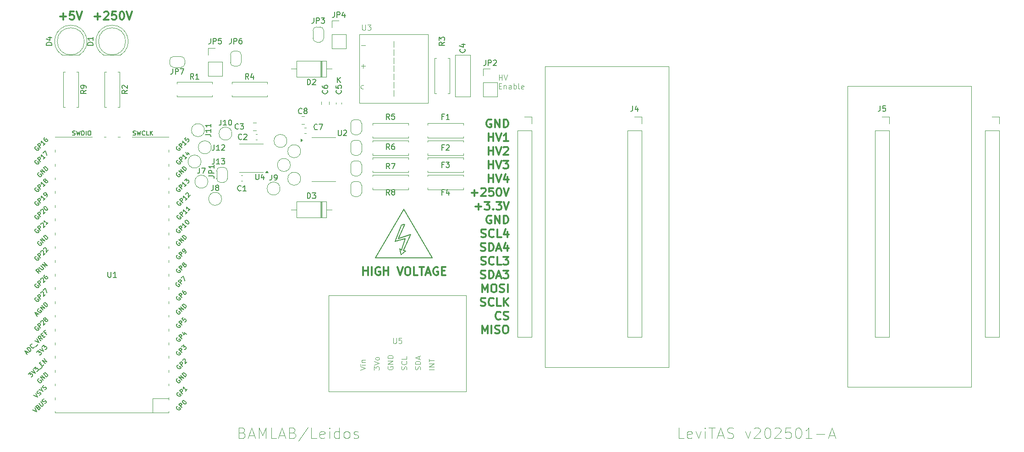
<source format=gbr>
G04 #@! TF.GenerationSoftware,KiCad,Pcbnew,8.0.6*
G04 #@! TF.CreationDate,2025-01-16T18:08:50-08:00*
G04 #@! TF.ProjectId,levitas,6c657669-7461-4732-9e6b-696361645f70,rev?*
G04 #@! TF.SameCoordinates,Original*
G04 #@! TF.FileFunction,Legend,Top*
G04 #@! TF.FilePolarity,Positive*
%FSLAX46Y46*%
G04 Gerber Fmt 4.6, Leading zero omitted, Abs format (unit mm)*
G04 Created by KiCad (PCBNEW 8.0.6) date 2025-01-16 18:08:50*
%MOMM*%
%LPD*%
G01*
G04 APERTURE LIST*
%ADD10C,0.180000*%
%ADD11C,0.300000*%
%ADD12C,0.100000*%
%ADD13C,0.150000*%
%ADD14C,0.120000*%
G04 APERTURE END LIST*
D10*
X129094257Y-97469707D02*
X130272919Y-94811561D01*
X129326302Y-99277048D02*
X129563439Y-100423364D01*
X135338452Y-100994778D02*
X130091547Y-100994778D01*
X129563439Y-100423364D02*
X130475822Y-99681844D01*
X129690237Y-99575236D02*
X129326302Y-99277048D01*
X129693090Y-94860411D02*
X128473259Y-97955305D01*
X129973634Y-99646294D02*
X131335756Y-96645061D01*
X130091547Y-100994778D02*
X124844642Y-100994778D01*
X130091547Y-92045222D02*
X132715000Y-96520000D01*
X128473259Y-97955305D02*
X130378562Y-97414758D01*
X124844642Y-100994778D02*
X127468095Y-96520000D01*
X127468095Y-96520000D02*
X130091547Y-92045222D01*
X131335756Y-96645061D02*
X129094257Y-97469707D01*
X132715000Y-96520000D02*
X135338452Y-100994778D01*
X130475822Y-99681844D02*
X129973634Y-99646294D01*
X130378562Y-97414758D02*
X129690237Y-99575236D01*
X130272919Y-94811561D02*
X129693090Y-94860411D01*
D11*
X144376918Y-97126900D02*
X144591204Y-97198328D01*
X144591204Y-97198328D02*
X144948346Y-97198328D01*
X144948346Y-97198328D02*
X145091204Y-97126900D01*
X145091204Y-97126900D02*
X145162632Y-97055471D01*
X145162632Y-97055471D02*
X145234061Y-96912614D01*
X145234061Y-96912614D02*
X145234061Y-96769757D01*
X145234061Y-96769757D02*
X145162632Y-96626900D01*
X145162632Y-96626900D02*
X145091204Y-96555471D01*
X145091204Y-96555471D02*
X144948346Y-96484042D01*
X144948346Y-96484042D02*
X144662632Y-96412614D01*
X144662632Y-96412614D02*
X144519775Y-96341185D01*
X144519775Y-96341185D02*
X144448346Y-96269757D01*
X144448346Y-96269757D02*
X144376918Y-96126900D01*
X144376918Y-96126900D02*
X144376918Y-95984042D01*
X144376918Y-95984042D02*
X144448346Y-95841185D01*
X144448346Y-95841185D02*
X144519775Y-95769757D01*
X144519775Y-95769757D02*
X144662632Y-95698328D01*
X144662632Y-95698328D02*
X145019775Y-95698328D01*
X145019775Y-95698328D02*
X145234061Y-95769757D01*
X146734060Y-97055471D02*
X146662632Y-97126900D01*
X146662632Y-97126900D02*
X146448346Y-97198328D01*
X146448346Y-97198328D02*
X146305489Y-97198328D01*
X146305489Y-97198328D02*
X146091203Y-97126900D01*
X146091203Y-97126900D02*
X145948346Y-96984042D01*
X145948346Y-96984042D02*
X145876917Y-96841185D01*
X145876917Y-96841185D02*
X145805489Y-96555471D01*
X145805489Y-96555471D02*
X145805489Y-96341185D01*
X145805489Y-96341185D02*
X145876917Y-96055471D01*
X145876917Y-96055471D02*
X145948346Y-95912614D01*
X145948346Y-95912614D02*
X146091203Y-95769757D01*
X146091203Y-95769757D02*
X146305489Y-95698328D01*
X146305489Y-95698328D02*
X146448346Y-95698328D01*
X146448346Y-95698328D02*
X146662632Y-95769757D01*
X146662632Y-95769757D02*
X146734060Y-95841185D01*
X148091203Y-97198328D02*
X147376917Y-97198328D01*
X147376917Y-97198328D02*
X147376917Y-95698328D01*
X149234061Y-96198328D02*
X149234061Y-97198328D01*
X148876918Y-95626900D02*
X148519775Y-96698328D01*
X148519775Y-96698328D02*
X149448346Y-96698328D01*
X145734060Y-79418328D02*
X145734060Y-77918328D01*
X145734060Y-78632614D02*
X146591203Y-78632614D01*
X146591203Y-79418328D02*
X146591203Y-77918328D01*
X147091204Y-77918328D02*
X147591204Y-79418328D01*
X147591204Y-79418328D02*
X148091204Y-77918328D01*
X149376918Y-79418328D02*
X148519775Y-79418328D01*
X148948346Y-79418328D02*
X148948346Y-77918328D01*
X148948346Y-77918328D02*
X148805489Y-78132614D01*
X148805489Y-78132614D02*
X148662632Y-78275471D01*
X148662632Y-78275471D02*
X148519775Y-78346900D01*
X66594510Y-56379400D02*
X67737368Y-56379400D01*
X67165939Y-56950828D02*
X67165939Y-55807971D01*
X69165939Y-55450828D02*
X68451653Y-55450828D01*
X68451653Y-55450828D02*
X68380225Y-56165114D01*
X68380225Y-56165114D02*
X68451653Y-56093685D01*
X68451653Y-56093685D02*
X68594511Y-56022257D01*
X68594511Y-56022257D02*
X68951653Y-56022257D01*
X68951653Y-56022257D02*
X69094511Y-56093685D01*
X69094511Y-56093685D02*
X69165939Y-56165114D01*
X69165939Y-56165114D02*
X69237368Y-56307971D01*
X69237368Y-56307971D02*
X69237368Y-56665114D01*
X69237368Y-56665114D02*
X69165939Y-56807971D01*
X69165939Y-56807971D02*
X69094511Y-56879400D01*
X69094511Y-56879400D02*
X68951653Y-56950828D01*
X68951653Y-56950828D02*
X68594511Y-56950828D01*
X68594511Y-56950828D02*
X68451653Y-56879400D01*
X68451653Y-56879400D02*
X68380225Y-56807971D01*
X69665939Y-55450828D02*
X70165939Y-56950828D01*
X70165939Y-56950828D02*
X70665939Y-55450828D01*
X142591204Y-89006900D02*
X143734062Y-89006900D01*
X143162633Y-89578328D02*
X143162633Y-88435471D01*
X144376919Y-88221185D02*
X144448347Y-88149757D01*
X144448347Y-88149757D02*
X144591205Y-88078328D01*
X144591205Y-88078328D02*
X144948347Y-88078328D01*
X144948347Y-88078328D02*
X145091205Y-88149757D01*
X145091205Y-88149757D02*
X145162633Y-88221185D01*
X145162633Y-88221185D02*
X145234062Y-88364042D01*
X145234062Y-88364042D02*
X145234062Y-88506900D01*
X145234062Y-88506900D02*
X145162633Y-88721185D01*
X145162633Y-88721185D02*
X144305490Y-89578328D01*
X144305490Y-89578328D02*
X145234062Y-89578328D01*
X146591204Y-88078328D02*
X145876918Y-88078328D01*
X145876918Y-88078328D02*
X145805490Y-88792614D01*
X145805490Y-88792614D02*
X145876918Y-88721185D01*
X145876918Y-88721185D02*
X146019776Y-88649757D01*
X146019776Y-88649757D02*
X146376918Y-88649757D01*
X146376918Y-88649757D02*
X146519776Y-88721185D01*
X146519776Y-88721185D02*
X146591204Y-88792614D01*
X146591204Y-88792614D02*
X146662633Y-88935471D01*
X146662633Y-88935471D02*
X146662633Y-89292614D01*
X146662633Y-89292614D02*
X146591204Y-89435471D01*
X146591204Y-89435471D02*
X146519776Y-89506900D01*
X146519776Y-89506900D02*
X146376918Y-89578328D01*
X146376918Y-89578328D02*
X146019776Y-89578328D01*
X146019776Y-89578328D02*
X145876918Y-89506900D01*
X145876918Y-89506900D02*
X145805490Y-89435471D01*
X147591204Y-88078328D02*
X147734061Y-88078328D01*
X147734061Y-88078328D02*
X147876918Y-88149757D01*
X147876918Y-88149757D02*
X147948347Y-88221185D01*
X147948347Y-88221185D02*
X148019775Y-88364042D01*
X148019775Y-88364042D02*
X148091204Y-88649757D01*
X148091204Y-88649757D02*
X148091204Y-89006900D01*
X148091204Y-89006900D02*
X148019775Y-89292614D01*
X148019775Y-89292614D02*
X147948347Y-89435471D01*
X147948347Y-89435471D02*
X147876918Y-89506900D01*
X147876918Y-89506900D02*
X147734061Y-89578328D01*
X147734061Y-89578328D02*
X147591204Y-89578328D01*
X147591204Y-89578328D02*
X147448347Y-89506900D01*
X147448347Y-89506900D02*
X147376918Y-89435471D01*
X147376918Y-89435471D02*
X147305489Y-89292614D01*
X147305489Y-89292614D02*
X147234061Y-89006900D01*
X147234061Y-89006900D02*
X147234061Y-88649757D01*
X147234061Y-88649757D02*
X147305489Y-88364042D01*
X147305489Y-88364042D02*
X147376918Y-88221185D01*
X147376918Y-88221185D02*
X147448347Y-88149757D01*
X147448347Y-88149757D02*
X147591204Y-88078328D01*
X148519775Y-88078328D02*
X149019775Y-89578328D01*
X149019775Y-89578328D02*
X149519775Y-88078328D01*
X144305489Y-109826900D02*
X144519775Y-109898328D01*
X144519775Y-109898328D02*
X144876917Y-109898328D01*
X144876917Y-109898328D02*
X145019775Y-109826900D01*
X145019775Y-109826900D02*
X145091203Y-109755471D01*
X145091203Y-109755471D02*
X145162632Y-109612614D01*
X145162632Y-109612614D02*
X145162632Y-109469757D01*
X145162632Y-109469757D02*
X145091203Y-109326900D01*
X145091203Y-109326900D02*
X145019775Y-109255471D01*
X145019775Y-109255471D02*
X144876917Y-109184042D01*
X144876917Y-109184042D02*
X144591203Y-109112614D01*
X144591203Y-109112614D02*
X144448346Y-109041185D01*
X144448346Y-109041185D02*
X144376917Y-108969757D01*
X144376917Y-108969757D02*
X144305489Y-108826900D01*
X144305489Y-108826900D02*
X144305489Y-108684042D01*
X144305489Y-108684042D02*
X144376917Y-108541185D01*
X144376917Y-108541185D02*
X144448346Y-108469757D01*
X144448346Y-108469757D02*
X144591203Y-108398328D01*
X144591203Y-108398328D02*
X144948346Y-108398328D01*
X144948346Y-108398328D02*
X145162632Y-108469757D01*
X146662631Y-109755471D02*
X146591203Y-109826900D01*
X146591203Y-109826900D02*
X146376917Y-109898328D01*
X146376917Y-109898328D02*
X146234060Y-109898328D01*
X146234060Y-109898328D02*
X146019774Y-109826900D01*
X146019774Y-109826900D02*
X145876917Y-109684042D01*
X145876917Y-109684042D02*
X145805488Y-109541185D01*
X145805488Y-109541185D02*
X145734060Y-109255471D01*
X145734060Y-109255471D02*
X145734060Y-109041185D01*
X145734060Y-109041185D02*
X145805488Y-108755471D01*
X145805488Y-108755471D02*
X145876917Y-108612614D01*
X145876917Y-108612614D02*
X146019774Y-108469757D01*
X146019774Y-108469757D02*
X146234060Y-108398328D01*
X146234060Y-108398328D02*
X146376917Y-108398328D01*
X146376917Y-108398328D02*
X146591203Y-108469757D01*
X146591203Y-108469757D02*
X146662631Y-108541185D01*
X148019774Y-109898328D02*
X147305488Y-109898328D01*
X147305488Y-109898328D02*
X147305488Y-108398328D01*
X148519774Y-109898328D02*
X148519774Y-108398328D01*
X149376917Y-109898328D02*
X148734060Y-109041185D01*
X149376917Y-108398328D02*
X148519774Y-109255471D01*
X143305489Y-91546900D02*
X144448347Y-91546900D01*
X143876918Y-92118328D02*
X143876918Y-90975471D01*
X145019775Y-90618328D02*
X145948347Y-90618328D01*
X145948347Y-90618328D02*
X145448347Y-91189757D01*
X145448347Y-91189757D02*
X145662632Y-91189757D01*
X145662632Y-91189757D02*
X145805490Y-91261185D01*
X145805490Y-91261185D02*
X145876918Y-91332614D01*
X145876918Y-91332614D02*
X145948347Y-91475471D01*
X145948347Y-91475471D02*
X145948347Y-91832614D01*
X145948347Y-91832614D02*
X145876918Y-91975471D01*
X145876918Y-91975471D02*
X145805490Y-92046900D01*
X145805490Y-92046900D02*
X145662632Y-92118328D01*
X145662632Y-92118328D02*
X145234061Y-92118328D01*
X145234061Y-92118328D02*
X145091204Y-92046900D01*
X145091204Y-92046900D02*
X145019775Y-91975471D01*
X146591203Y-91975471D02*
X146662632Y-92046900D01*
X146662632Y-92046900D02*
X146591203Y-92118328D01*
X146591203Y-92118328D02*
X146519775Y-92046900D01*
X146519775Y-92046900D02*
X146591203Y-91975471D01*
X146591203Y-91975471D02*
X146591203Y-92118328D01*
X147162632Y-90618328D02*
X148091204Y-90618328D01*
X148091204Y-90618328D02*
X147591204Y-91189757D01*
X147591204Y-91189757D02*
X147805489Y-91189757D01*
X147805489Y-91189757D02*
X147948347Y-91261185D01*
X147948347Y-91261185D02*
X148019775Y-91332614D01*
X148019775Y-91332614D02*
X148091204Y-91475471D01*
X148091204Y-91475471D02*
X148091204Y-91832614D01*
X148091204Y-91832614D02*
X148019775Y-91975471D01*
X148019775Y-91975471D02*
X147948347Y-92046900D01*
X147948347Y-92046900D02*
X147805489Y-92118328D01*
X147805489Y-92118328D02*
X147376918Y-92118328D01*
X147376918Y-92118328D02*
X147234061Y-92046900D01*
X147234061Y-92046900D02*
X147162632Y-91975471D01*
X148519775Y-90618328D02*
X149019775Y-92118328D01*
X149019775Y-92118328D02*
X149519775Y-90618328D01*
X144305490Y-99666900D02*
X144519776Y-99738328D01*
X144519776Y-99738328D02*
X144876918Y-99738328D01*
X144876918Y-99738328D02*
X145019776Y-99666900D01*
X145019776Y-99666900D02*
X145091204Y-99595471D01*
X145091204Y-99595471D02*
X145162633Y-99452614D01*
X145162633Y-99452614D02*
X145162633Y-99309757D01*
X145162633Y-99309757D02*
X145091204Y-99166900D01*
X145091204Y-99166900D02*
X145019776Y-99095471D01*
X145019776Y-99095471D02*
X144876918Y-99024042D01*
X144876918Y-99024042D02*
X144591204Y-98952614D01*
X144591204Y-98952614D02*
X144448347Y-98881185D01*
X144448347Y-98881185D02*
X144376918Y-98809757D01*
X144376918Y-98809757D02*
X144305490Y-98666900D01*
X144305490Y-98666900D02*
X144305490Y-98524042D01*
X144305490Y-98524042D02*
X144376918Y-98381185D01*
X144376918Y-98381185D02*
X144448347Y-98309757D01*
X144448347Y-98309757D02*
X144591204Y-98238328D01*
X144591204Y-98238328D02*
X144948347Y-98238328D01*
X144948347Y-98238328D02*
X145162633Y-98309757D01*
X145805489Y-99738328D02*
X145805489Y-98238328D01*
X145805489Y-98238328D02*
X146162632Y-98238328D01*
X146162632Y-98238328D02*
X146376918Y-98309757D01*
X146376918Y-98309757D02*
X146519775Y-98452614D01*
X146519775Y-98452614D02*
X146591204Y-98595471D01*
X146591204Y-98595471D02*
X146662632Y-98881185D01*
X146662632Y-98881185D02*
X146662632Y-99095471D01*
X146662632Y-99095471D02*
X146591204Y-99381185D01*
X146591204Y-99381185D02*
X146519775Y-99524042D01*
X146519775Y-99524042D02*
X146376918Y-99666900D01*
X146376918Y-99666900D02*
X146162632Y-99738328D01*
X146162632Y-99738328D02*
X145805489Y-99738328D01*
X147234061Y-99309757D02*
X147948347Y-99309757D01*
X147091204Y-99738328D02*
X147591204Y-98238328D01*
X147591204Y-98238328D02*
X148091204Y-99738328D01*
X149234061Y-98738328D02*
X149234061Y-99738328D01*
X148876918Y-98166900D02*
X148519775Y-99238328D01*
X148519775Y-99238328D02*
X149448346Y-99238328D01*
X146234060Y-93229757D02*
X146091203Y-93158328D01*
X146091203Y-93158328D02*
X145876917Y-93158328D01*
X145876917Y-93158328D02*
X145662631Y-93229757D01*
X145662631Y-93229757D02*
X145519774Y-93372614D01*
X145519774Y-93372614D02*
X145448345Y-93515471D01*
X145448345Y-93515471D02*
X145376917Y-93801185D01*
X145376917Y-93801185D02*
X145376917Y-94015471D01*
X145376917Y-94015471D02*
X145448345Y-94301185D01*
X145448345Y-94301185D02*
X145519774Y-94444042D01*
X145519774Y-94444042D02*
X145662631Y-94586900D01*
X145662631Y-94586900D02*
X145876917Y-94658328D01*
X145876917Y-94658328D02*
X146019774Y-94658328D01*
X146019774Y-94658328D02*
X146234060Y-94586900D01*
X146234060Y-94586900D02*
X146305488Y-94515471D01*
X146305488Y-94515471D02*
X146305488Y-94015471D01*
X146305488Y-94015471D02*
X146019774Y-94015471D01*
X146948345Y-94658328D02*
X146948345Y-93158328D01*
X146948345Y-93158328D02*
X147805488Y-94658328D01*
X147805488Y-94658328D02*
X147805488Y-93158328D01*
X148519774Y-94658328D02*
X148519774Y-93158328D01*
X148519774Y-93158328D02*
X148876917Y-93158328D01*
X148876917Y-93158328D02*
X149091203Y-93229757D01*
X149091203Y-93229757D02*
X149234060Y-93372614D01*
X149234060Y-93372614D02*
X149305489Y-93515471D01*
X149305489Y-93515471D02*
X149376917Y-93801185D01*
X149376917Y-93801185D02*
X149376917Y-94015471D01*
X149376917Y-94015471D02*
X149305489Y-94301185D01*
X149305489Y-94301185D02*
X149234060Y-94444042D01*
X149234060Y-94444042D02*
X149091203Y-94586900D01*
X149091203Y-94586900D02*
X148876917Y-94658328D01*
X148876917Y-94658328D02*
X148519774Y-94658328D01*
D12*
X181834360Y-134370038D02*
X180881979Y-134370038D01*
X180881979Y-134370038D02*
X180881979Y-132370038D01*
X183262932Y-134274800D02*
X183072456Y-134370038D01*
X183072456Y-134370038D02*
X182691503Y-134370038D01*
X182691503Y-134370038D02*
X182501027Y-134274800D01*
X182501027Y-134274800D02*
X182405789Y-134084323D01*
X182405789Y-134084323D02*
X182405789Y-133322419D01*
X182405789Y-133322419D02*
X182501027Y-133131942D01*
X182501027Y-133131942D02*
X182691503Y-133036704D01*
X182691503Y-133036704D02*
X183072456Y-133036704D01*
X183072456Y-133036704D02*
X183262932Y-133131942D01*
X183262932Y-133131942D02*
X183358170Y-133322419D01*
X183358170Y-133322419D02*
X183358170Y-133512895D01*
X183358170Y-133512895D02*
X182405789Y-133703371D01*
X184024837Y-133036704D02*
X184501027Y-134370038D01*
X184501027Y-134370038D02*
X184977218Y-133036704D01*
X185739123Y-134370038D02*
X185739123Y-133036704D01*
X185739123Y-132370038D02*
X185643885Y-132465276D01*
X185643885Y-132465276D02*
X185739123Y-132560514D01*
X185739123Y-132560514D02*
X185834361Y-132465276D01*
X185834361Y-132465276D02*
X185739123Y-132370038D01*
X185739123Y-132370038D02*
X185739123Y-132560514D01*
X186405790Y-132370038D02*
X187548647Y-132370038D01*
X186977218Y-134370038D02*
X186977218Y-132370038D01*
X188120076Y-133798609D02*
X189072457Y-133798609D01*
X187929600Y-134370038D02*
X188596266Y-132370038D01*
X188596266Y-132370038D02*
X189262933Y-134370038D01*
X189834362Y-134274800D02*
X190120076Y-134370038D01*
X190120076Y-134370038D02*
X190596267Y-134370038D01*
X190596267Y-134370038D02*
X190786743Y-134274800D01*
X190786743Y-134274800D02*
X190881981Y-134179561D01*
X190881981Y-134179561D02*
X190977219Y-133989085D01*
X190977219Y-133989085D02*
X190977219Y-133798609D01*
X190977219Y-133798609D02*
X190881981Y-133608133D01*
X190881981Y-133608133D02*
X190786743Y-133512895D01*
X190786743Y-133512895D02*
X190596267Y-133417657D01*
X190596267Y-133417657D02*
X190215314Y-133322419D01*
X190215314Y-133322419D02*
X190024838Y-133227180D01*
X190024838Y-133227180D02*
X189929600Y-133131942D01*
X189929600Y-133131942D02*
X189834362Y-132941466D01*
X189834362Y-132941466D02*
X189834362Y-132750990D01*
X189834362Y-132750990D02*
X189929600Y-132560514D01*
X189929600Y-132560514D02*
X190024838Y-132465276D01*
X190024838Y-132465276D02*
X190215314Y-132370038D01*
X190215314Y-132370038D02*
X190691505Y-132370038D01*
X190691505Y-132370038D02*
X190977219Y-132465276D01*
X193167696Y-133036704D02*
X193643886Y-134370038D01*
X193643886Y-134370038D02*
X194120077Y-133036704D01*
X194786744Y-132560514D02*
X194881982Y-132465276D01*
X194881982Y-132465276D02*
X195072458Y-132370038D01*
X195072458Y-132370038D02*
X195548649Y-132370038D01*
X195548649Y-132370038D02*
X195739125Y-132465276D01*
X195739125Y-132465276D02*
X195834363Y-132560514D01*
X195834363Y-132560514D02*
X195929601Y-132750990D01*
X195929601Y-132750990D02*
X195929601Y-132941466D01*
X195929601Y-132941466D02*
X195834363Y-133227180D01*
X195834363Y-133227180D02*
X194691506Y-134370038D01*
X194691506Y-134370038D02*
X195929601Y-134370038D01*
X197167696Y-132370038D02*
X197358173Y-132370038D01*
X197358173Y-132370038D02*
X197548649Y-132465276D01*
X197548649Y-132465276D02*
X197643887Y-132560514D01*
X197643887Y-132560514D02*
X197739125Y-132750990D01*
X197739125Y-132750990D02*
X197834363Y-133131942D01*
X197834363Y-133131942D02*
X197834363Y-133608133D01*
X197834363Y-133608133D02*
X197739125Y-133989085D01*
X197739125Y-133989085D02*
X197643887Y-134179561D01*
X197643887Y-134179561D02*
X197548649Y-134274800D01*
X197548649Y-134274800D02*
X197358173Y-134370038D01*
X197358173Y-134370038D02*
X197167696Y-134370038D01*
X197167696Y-134370038D02*
X196977220Y-134274800D01*
X196977220Y-134274800D02*
X196881982Y-134179561D01*
X196881982Y-134179561D02*
X196786744Y-133989085D01*
X196786744Y-133989085D02*
X196691506Y-133608133D01*
X196691506Y-133608133D02*
X196691506Y-133131942D01*
X196691506Y-133131942D02*
X196786744Y-132750990D01*
X196786744Y-132750990D02*
X196881982Y-132560514D01*
X196881982Y-132560514D02*
X196977220Y-132465276D01*
X196977220Y-132465276D02*
X197167696Y-132370038D01*
X198596268Y-132560514D02*
X198691506Y-132465276D01*
X198691506Y-132465276D02*
X198881982Y-132370038D01*
X198881982Y-132370038D02*
X199358173Y-132370038D01*
X199358173Y-132370038D02*
X199548649Y-132465276D01*
X199548649Y-132465276D02*
X199643887Y-132560514D01*
X199643887Y-132560514D02*
X199739125Y-132750990D01*
X199739125Y-132750990D02*
X199739125Y-132941466D01*
X199739125Y-132941466D02*
X199643887Y-133227180D01*
X199643887Y-133227180D02*
X198501030Y-134370038D01*
X198501030Y-134370038D02*
X199739125Y-134370038D01*
X201548649Y-132370038D02*
X200596268Y-132370038D01*
X200596268Y-132370038D02*
X200501030Y-133322419D01*
X200501030Y-133322419D02*
X200596268Y-133227180D01*
X200596268Y-133227180D02*
X200786744Y-133131942D01*
X200786744Y-133131942D02*
X201262935Y-133131942D01*
X201262935Y-133131942D02*
X201453411Y-133227180D01*
X201453411Y-133227180D02*
X201548649Y-133322419D01*
X201548649Y-133322419D02*
X201643887Y-133512895D01*
X201643887Y-133512895D02*
X201643887Y-133989085D01*
X201643887Y-133989085D02*
X201548649Y-134179561D01*
X201548649Y-134179561D02*
X201453411Y-134274800D01*
X201453411Y-134274800D02*
X201262935Y-134370038D01*
X201262935Y-134370038D02*
X200786744Y-134370038D01*
X200786744Y-134370038D02*
X200596268Y-134274800D01*
X200596268Y-134274800D02*
X200501030Y-134179561D01*
X202881982Y-132370038D02*
X203072459Y-132370038D01*
X203072459Y-132370038D02*
X203262935Y-132465276D01*
X203262935Y-132465276D02*
X203358173Y-132560514D01*
X203358173Y-132560514D02*
X203453411Y-132750990D01*
X203453411Y-132750990D02*
X203548649Y-133131942D01*
X203548649Y-133131942D02*
X203548649Y-133608133D01*
X203548649Y-133608133D02*
X203453411Y-133989085D01*
X203453411Y-133989085D02*
X203358173Y-134179561D01*
X203358173Y-134179561D02*
X203262935Y-134274800D01*
X203262935Y-134274800D02*
X203072459Y-134370038D01*
X203072459Y-134370038D02*
X202881982Y-134370038D01*
X202881982Y-134370038D02*
X202691506Y-134274800D01*
X202691506Y-134274800D02*
X202596268Y-134179561D01*
X202596268Y-134179561D02*
X202501030Y-133989085D01*
X202501030Y-133989085D02*
X202405792Y-133608133D01*
X202405792Y-133608133D02*
X202405792Y-133131942D01*
X202405792Y-133131942D02*
X202501030Y-132750990D01*
X202501030Y-132750990D02*
X202596268Y-132560514D01*
X202596268Y-132560514D02*
X202691506Y-132465276D01*
X202691506Y-132465276D02*
X202881982Y-132370038D01*
X205453411Y-134370038D02*
X204310554Y-134370038D01*
X204881982Y-134370038D02*
X204881982Y-132370038D01*
X204881982Y-132370038D02*
X204691506Y-132655752D01*
X204691506Y-132655752D02*
X204501030Y-132846228D01*
X204501030Y-132846228D02*
X204310554Y-132941466D01*
X206310554Y-133608133D02*
X207834364Y-133608133D01*
X208691506Y-133798609D02*
X209643887Y-133798609D01*
X208501030Y-134370038D02*
X209167696Y-132370038D01*
X209167696Y-132370038D02*
X209834363Y-134370038D01*
D11*
X145734060Y-81958328D02*
X145734060Y-80458328D01*
X145734060Y-81172614D02*
X146591203Y-81172614D01*
X146591203Y-81958328D02*
X146591203Y-80458328D01*
X147091204Y-80458328D02*
X147591204Y-81958328D01*
X147591204Y-81958328D02*
X148091204Y-80458328D01*
X148519775Y-80601185D02*
X148591203Y-80529757D01*
X148591203Y-80529757D02*
X148734061Y-80458328D01*
X148734061Y-80458328D02*
X149091203Y-80458328D01*
X149091203Y-80458328D02*
X149234061Y-80529757D01*
X149234061Y-80529757D02*
X149305489Y-80601185D01*
X149305489Y-80601185D02*
X149376918Y-80744042D01*
X149376918Y-80744042D02*
X149376918Y-80886900D01*
X149376918Y-80886900D02*
X149305489Y-81101185D01*
X149305489Y-81101185D02*
X148448346Y-81958328D01*
X148448346Y-81958328D02*
X149376918Y-81958328D01*
X144305490Y-104746900D02*
X144519776Y-104818328D01*
X144519776Y-104818328D02*
X144876918Y-104818328D01*
X144876918Y-104818328D02*
X145019776Y-104746900D01*
X145019776Y-104746900D02*
X145091204Y-104675471D01*
X145091204Y-104675471D02*
X145162633Y-104532614D01*
X145162633Y-104532614D02*
X145162633Y-104389757D01*
X145162633Y-104389757D02*
X145091204Y-104246900D01*
X145091204Y-104246900D02*
X145019776Y-104175471D01*
X145019776Y-104175471D02*
X144876918Y-104104042D01*
X144876918Y-104104042D02*
X144591204Y-104032614D01*
X144591204Y-104032614D02*
X144448347Y-103961185D01*
X144448347Y-103961185D02*
X144376918Y-103889757D01*
X144376918Y-103889757D02*
X144305490Y-103746900D01*
X144305490Y-103746900D02*
X144305490Y-103604042D01*
X144305490Y-103604042D02*
X144376918Y-103461185D01*
X144376918Y-103461185D02*
X144448347Y-103389757D01*
X144448347Y-103389757D02*
X144591204Y-103318328D01*
X144591204Y-103318328D02*
X144948347Y-103318328D01*
X144948347Y-103318328D02*
X145162633Y-103389757D01*
X145805489Y-104818328D02*
X145805489Y-103318328D01*
X145805489Y-103318328D02*
X146162632Y-103318328D01*
X146162632Y-103318328D02*
X146376918Y-103389757D01*
X146376918Y-103389757D02*
X146519775Y-103532614D01*
X146519775Y-103532614D02*
X146591204Y-103675471D01*
X146591204Y-103675471D02*
X146662632Y-103961185D01*
X146662632Y-103961185D02*
X146662632Y-104175471D01*
X146662632Y-104175471D02*
X146591204Y-104461185D01*
X146591204Y-104461185D02*
X146519775Y-104604042D01*
X146519775Y-104604042D02*
X146376918Y-104746900D01*
X146376918Y-104746900D02*
X146162632Y-104818328D01*
X146162632Y-104818328D02*
X145805489Y-104818328D01*
X147234061Y-104389757D02*
X147948347Y-104389757D01*
X147091204Y-104818328D02*
X147591204Y-103318328D01*
X147591204Y-103318328D02*
X148091204Y-104818328D01*
X148448346Y-103318328D02*
X149376918Y-103318328D01*
X149376918Y-103318328D02*
X148876918Y-103889757D01*
X148876918Y-103889757D02*
X149091203Y-103889757D01*
X149091203Y-103889757D02*
X149234061Y-103961185D01*
X149234061Y-103961185D02*
X149305489Y-104032614D01*
X149305489Y-104032614D02*
X149376918Y-104175471D01*
X149376918Y-104175471D02*
X149376918Y-104532614D01*
X149376918Y-104532614D02*
X149305489Y-104675471D01*
X149305489Y-104675471D02*
X149234061Y-104746900D01*
X149234061Y-104746900D02*
X149091203Y-104818328D01*
X149091203Y-104818328D02*
X148662632Y-104818328D01*
X148662632Y-104818328D02*
X148519775Y-104746900D01*
X148519775Y-104746900D02*
X148448346Y-104675471D01*
X72944510Y-56379400D02*
X74087368Y-56379400D01*
X73515939Y-56950828D02*
X73515939Y-55807971D01*
X74730225Y-55593685D02*
X74801653Y-55522257D01*
X74801653Y-55522257D02*
X74944511Y-55450828D01*
X74944511Y-55450828D02*
X75301653Y-55450828D01*
X75301653Y-55450828D02*
X75444511Y-55522257D01*
X75444511Y-55522257D02*
X75515939Y-55593685D01*
X75515939Y-55593685D02*
X75587368Y-55736542D01*
X75587368Y-55736542D02*
X75587368Y-55879400D01*
X75587368Y-55879400D02*
X75515939Y-56093685D01*
X75515939Y-56093685D02*
X74658796Y-56950828D01*
X74658796Y-56950828D02*
X75587368Y-56950828D01*
X76944510Y-55450828D02*
X76230224Y-55450828D01*
X76230224Y-55450828D02*
X76158796Y-56165114D01*
X76158796Y-56165114D02*
X76230224Y-56093685D01*
X76230224Y-56093685D02*
X76373082Y-56022257D01*
X76373082Y-56022257D02*
X76730224Y-56022257D01*
X76730224Y-56022257D02*
X76873082Y-56093685D01*
X76873082Y-56093685D02*
X76944510Y-56165114D01*
X76944510Y-56165114D02*
X77015939Y-56307971D01*
X77015939Y-56307971D02*
X77015939Y-56665114D01*
X77015939Y-56665114D02*
X76944510Y-56807971D01*
X76944510Y-56807971D02*
X76873082Y-56879400D01*
X76873082Y-56879400D02*
X76730224Y-56950828D01*
X76730224Y-56950828D02*
X76373082Y-56950828D01*
X76373082Y-56950828D02*
X76230224Y-56879400D01*
X76230224Y-56879400D02*
X76158796Y-56807971D01*
X77944510Y-55450828D02*
X78087367Y-55450828D01*
X78087367Y-55450828D02*
X78230224Y-55522257D01*
X78230224Y-55522257D02*
X78301653Y-55593685D01*
X78301653Y-55593685D02*
X78373081Y-55736542D01*
X78373081Y-55736542D02*
X78444510Y-56022257D01*
X78444510Y-56022257D02*
X78444510Y-56379400D01*
X78444510Y-56379400D02*
X78373081Y-56665114D01*
X78373081Y-56665114D02*
X78301653Y-56807971D01*
X78301653Y-56807971D02*
X78230224Y-56879400D01*
X78230224Y-56879400D02*
X78087367Y-56950828D01*
X78087367Y-56950828D02*
X77944510Y-56950828D01*
X77944510Y-56950828D02*
X77801653Y-56879400D01*
X77801653Y-56879400D02*
X77730224Y-56807971D01*
X77730224Y-56807971D02*
X77658795Y-56665114D01*
X77658795Y-56665114D02*
X77587367Y-56379400D01*
X77587367Y-56379400D02*
X77587367Y-56022257D01*
X77587367Y-56022257D02*
X77658795Y-55736542D01*
X77658795Y-55736542D02*
X77730224Y-55593685D01*
X77730224Y-55593685D02*
X77801653Y-55522257D01*
X77801653Y-55522257D02*
X77944510Y-55450828D01*
X78873081Y-55450828D02*
X79373081Y-56950828D01*
X79373081Y-56950828D02*
X79873081Y-55450828D01*
X122603570Y-104183328D02*
X122603570Y-102683328D01*
X122603570Y-103397614D02*
X123460713Y-103397614D01*
X123460713Y-104183328D02*
X123460713Y-102683328D01*
X124174999Y-104183328D02*
X124174999Y-102683328D01*
X125675000Y-102754757D02*
X125532143Y-102683328D01*
X125532143Y-102683328D02*
X125317857Y-102683328D01*
X125317857Y-102683328D02*
X125103571Y-102754757D01*
X125103571Y-102754757D02*
X124960714Y-102897614D01*
X124960714Y-102897614D02*
X124889285Y-103040471D01*
X124889285Y-103040471D02*
X124817857Y-103326185D01*
X124817857Y-103326185D02*
X124817857Y-103540471D01*
X124817857Y-103540471D02*
X124889285Y-103826185D01*
X124889285Y-103826185D02*
X124960714Y-103969042D01*
X124960714Y-103969042D02*
X125103571Y-104111900D01*
X125103571Y-104111900D02*
X125317857Y-104183328D01*
X125317857Y-104183328D02*
X125460714Y-104183328D01*
X125460714Y-104183328D02*
X125675000Y-104111900D01*
X125675000Y-104111900D02*
X125746428Y-104040471D01*
X125746428Y-104040471D02*
X125746428Y-103540471D01*
X125746428Y-103540471D02*
X125460714Y-103540471D01*
X126389285Y-104183328D02*
X126389285Y-102683328D01*
X126389285Y-103397614D02*
X127246428Y-103397614D01*
X127246428Y-104183328D02*
X127246428Y-102683328D01*
X128889286Y-102683328D02*
X129389286Y-104183328D01*
X129389286Y-104183328D02*
X129889286Y-102683328D01*
X130675000Y-102683328D02*
X130960714Y-102683328D01*
X130960714Y-102683328D02*
X131103571Y-102754757D01*
X131103571Y-102754757D02*
X131246428Y-102897614D01*
X131246428Y-102897614D02*
X131317857Y-103183328D01*
X131317857Y-103183328D02*
X131317857Y-103683328D01*
X131317857Y-103683328D02*
X131246428Y-103969042D01*
X131246428Y-103969042D02*
X131103571Y-104111900D01*
X131103571Y-104111900D02*
X130960714Y-104183328D01*
X130960714Y-104183328D02*
X130675000Y-104183328D01*
X130675000Y-104183328D02*
X130532143Y-104111900D01*
X130532143Y-104111900D02*
X130389285Y-103969042D01*
X130389285Y-103969042D02*
X130317857Y-103683328D01*
X130317857Y-103683328D02*
X130317857Y-103183328D01*
X130317857Y-103183328D02*
X130389285Y-102897614D01*
X130389285Y-102897614D02*
X130532143Y-102754757D01*
X130532143Y-102754757D02*
X130675000Y-102683328D01*
X132675000Y-104183328D02*
X131960714Y-104183328D01*
X131960714Y-104183328D02*
X131960714Y-102683328D01*
X132960715Y-102683328D02*
X133817858Y-102683328D01*
X133389286Y-104183328D02*
X133389286Y-102683328D01*
X134246429Y-103754757D02*
X134960715Y-103754757D01*
X134103572Y-104183328D02*
X134603572Y-102683328D01*
X134603572Y-102683328D02*
X135103572Y-104183328D01*
X136389286Y-102754757D02*
X136246429Y-102683328D01*
X136246429Y-102683328D02*
X136032143Y-102683328D01*
X136032143Y-102683328D02*
X135817857Y-102754757D01*
X135817857Y-102754757D02*
X135675000Y-102897614D01*
X135675000Y-102897614D02*
X135603571Y-103040471D01*
X135603571Y-103040471D02*
X135532143Y-103326185D01*
X135532143Y-103326185D02*
X135532143Y-103540471D01*
X135532143Y-103540471D02*
X135603571Y-103826185D01*
X135603571Y-103826185D02*
X135675000Y-103969042D01*
X135675000Y-103969042D02*
X135817857Y-104111900D01*
X135817857Y-104111900D02*
X136032143Y-104183328D01*
X136032143Y-104183328D02*
X136175000Y-104183328D01*
X136175000Y-104183328D02*
X136389286Y-104111900D01*
X136389286Y-104111900D02*
X136460714Y-104040471D01*
X136460714Y-104040471D02*
X136460714Y-103540471D01*
X136460714Y-103540471D02*
X136175000Y-103540471D01*
X137103571Y-103397614D02*
X137603571Y-103397614D01*
X137817857Y-104183328D02*
X137103571Y-104183328D01*
X137103571Y-104183328D02*
X137103571Y-102683328D01*
X137103571Y-102683328D02*
X137817857Y-102683328D01*
X144376918Y-102206900D02*
X144591204Y-102278328D01*
X144591204Y-102278328D02*
X144948346Y-102278328D01*
X144948346Y-102278328D02*
X145091204Y-102206900D01*
X145091204Y-102206900D02*
X145162632Y-102135471D01*
X145162632Y-102135471D02*
X145234061Y-101992614D01*
X145234061Y-101992614D02*
X145234061Y-101849757D01*
X145234061Y-101849757D02*
X145162632Y-101706900D01*
X145162632Y-101706900D02*
X145091204Y-101635471D01*
X145091204Y-101635471D02*
X144948346Y-101564042D01*
X144948346Y-101564042D02*
X144662632Y-101492614D01*
X144662632Y-101492614D02*
X144519775Y-101421185D01*
X144519775Y-101421185D02*
X144448346Y-101349757D01*
X144448346Y-101349757D02*
X144376918Y-101206900D01*
X144376918Y-101206900D02*
X144376918Y-101064042D01*
X144376918Y-101064042D02*
X144448346Y-100921185D01*
X144448346Y-100921185D02*
X144519775Y-100849757D01*
X144519775Y-100849757D02*
X144662632Y-100778328D01*
X144662632Y-100778328D02*
X145019775Y-100778328D01*
X145019775Y-100778328D02*
X145234061Y-100849757D01*
X146734060Y-102135471D02*
X146662632Y-102206900D01*
X146662632Y-102206900D02*
X146448346Y-102278328D01*
X146448346Y-102278328D02*
X146305489Y-102278328D01*
X146305489Y-102278328D02*
X146091203Y-102206900D01*
X146091203Y-102206900D02*
X145948346Y-102064042D01*
X145948346Y-102064042D02*
X145876917Y-101921185D01*
X145876917Y-101921185D02*
X145805489Y-101635471D01*
X145805489Y-101635471D02*
X145805489Y-101421185D01*
X145805489Y-101421185D02*
X145876917Y-101135471D01*
X145876917Y-101135471D02*
X145948346Y-100992614D01*
X145948346Y-100992614D02*
X146091203Y-100849757D01*
X146091203Y-100849757D02*
X146305489Y-100778328D01*
X146305489Y-100778328D02*
X146448346Y-100778328D01*
X146448346Y-100778328D02*
X146662632Y-100849757D01*
X146662632Y-100849757D02*
X146734060Y-100921185D01*
X148091203Y-102278328D02*
X147376917Y-102278328D01*
X147376917Y-102278328D02*
X147376917Y-100778328D01*
X148448346Y-100778328D02*
X149376918Y-100778328D01*
X149376918Y-100778328D02*
X148876918Y-101349757D01*
X148876918Y-101349757D02*
X149091203Y-101349757D01*
X149091203Y-101349757D02*
X149234061Y-101421185D01*
X149234061Y-101421185D02*
X149305489Y-101492614D01*
X149305489Y-101492614D02*
X149376918Y-101635471D01*
X149376918Y-101635471D02*
X149376918Y-101992614D01*
X149376918Y-101992614D02*
X149305489Y-102135471D01*
X149305489Y-102135471D02*
X149234061Y-102206900D01*
X149234061Y-102206900D02*
X149091203Y-102278328D01*
X149091203Y-102278328D02*
X148662632Y-102278328D01*
X148662632Y-102278328D02*
X148519775Y-102206900D01*
X148519775Y-102206900D02*
X148448346Y-102135471D01*
X145734060Y-87038328D02*
X145734060Y-85538328D01*
X145734060Y-86252614D02*
X146591203Y-86252614D01*
X146591203Y-87038328D02*
X146591203Y-85538328D01*
X147091204Y-85538328D02*
X147591204Y-87038328D01*
X147591204Y-87038328D02*
X148091204Y-85538328D01*
X149234061Y-86038328D02*
X149234061Y-87038328D01*
X148876918Y-85466900D02*
X148519775Y-86538328D01*
X148519775Y-86538328D02*
X149448346Y-86538328D01*
D12*
X100268646Y-133322419D02*
X100554360Y-133417657D01*
X100554360Y-133417657D02*
X100649598Y-133512895D01*
X100649598Y-133512895D02*
X100744836Y-133703371D01*
X100744836Y-133703371D02*
X100744836Y-133989085D01*
X100744836Y-133989085D02*
X100649598Y-134179561D01*
X100649598Y-134179561D02*
X100554360Y-134274800D01*
X100554360Y-134274800D02*
X100363884Y-134370038D01*
X100363884Y-134370038D02*
X99601979Y-134370038D01*
X99601979Y-134370038D02*
X99601979Y-132370038D01*
X99601979Y-132370038D02*
X100268646Y-132370038D01*
X100268646Y-132370038D02*
X100459122Y-132465276D01*
X100459122Y-132465276D02*
X100554360Y-132560514D01*
X100554360Y-132560514D02*
X100649598Y-132750990D01*
X100649598Y-132750990D02*
X100649598Y-132941466D01*
X100649598Y-132941466D02*
X100554360Y-133131942D01*
X100554360Y-133131942D02*
X100459122Y-133227180D01*
X100459122Y-133227180D02*
X100268646Y-133322419D01*
X100268646Y-133322419D02*
X99601979Y-133322419D01*
X101506741Y-133798609D02*
X102459122Y-133798609D01*
X101316265Y-134370038D02*
X101982931Y-132370038D01*
X101982931Y-132370038D02*
X102649598Y-134370038D01*
X103316265Y-134370038D02*
X103316265Y-132370038D01*
X103316265Y-132370038D02*
X103982932Y-133798609D01*
X103982932Y-133798609D02*
X104649598Y-132370038D01*
X104649598Y-132370038D02*
X104649598Y-134370038D01*
X106554360Y-134370038D02*
X105601979Y-134370038D01*
X105601979Y-134370038D02*
X105601979Y-132370038D01*
X107125789Y-133798609D02*
X108078170Y-133798609D01*
X106935313Y-134370038D02*
X107601979Y-132370038D01*
X107601979Y-132370038D02*
X108268646Y-134370038D01*
X109601980Y-133322419D02*
X109887694Y-133417657D01*
X109887694Y-133417657D02*
X109982932Y-133512895D01*
X109982932Y-133512895D02*
X110078170Y-133703371D01*
X110078170Y-133703371D02*
X110078170Y-133989085D01*
X110078170Y-133989085D02*
X109982932Y-134179561D01*
X109982932Y-134179561D02*
X109887694Y-134274800D01*
X109887694Y-134274800D02*
X109697218Y-134370038D01*
X109697218Y-134370038D02*
X108935313Y-134370038D01*
X108935313Y-134370038D02*
X108935313Y-132370038D01*
X108935313Y-132370038D02*
X109601980Y-132370038D01*
X109601980Y-132370038D02*
X109792456Y-132465276D01*
X109792456Y-132465276D02*
X109887694Y-132560514D01*
X109887694Y-132560514D02*
X109982932Y-132750990D01*
X109982932Y-132750990D02*
X109982932Y-132941466D01*
X109982932Y-132941466D02*
X109887694Y-133131942D01*
X109887694Y-133131942D02*
X109792456Y-133227180D01*
X109792456Y-133227180D02*
X109601980Y-133322419D01*
X109601980Y-133322419D02*
X108935313Y-133322419D01*
X112363884Y-132274800D02*
X110649599Y-134846228D01*
X113982932Y-134370038D02*
X113030551Y-134370038D01*
X113030551Y-134370038D02*
X113030551Y-132370038D01*
X115411504Y-134274800D02*
X115221028Y-134370038D01*
X115221028Y-134370038D02*
X114840075Y-134370038D01*
X114840075Y-134370038D02*
X114649599Y-134274800D01*
X114649599Y-134274800D02*
X114554361Y-134084323D01*
X114554361Y-134084323D02*
X114554361Y-133322419D01*
X114554361Y-133322419D02*
X114649599Y-133131942D01*
X114649599Y-133131942D02*
X114840075Y-133036704D01*
X114840075Y-133036704D02*
X115221028Y-133036704D01*
X115221028Y-133036704D02*
X115411504Y-133131942D01*
X115411504Y-133131942D02*
X115506742Y-133322419D01*
X115506742Y-133322419D02*
X115506742Y-133512895D01*
X115506742Y-133512895D02*
X114554361Y-133703371D01*
X116363885Y-134370038D02*
X116363885Y-133036704D01*
X116363885Y-132370038D02*
X116268647Y-132465276D01*
X116268647Y-132465276D02*
X116363885Y-132560514D01*
X116363885Y-132560514D02*
X116459123Y-132465276D01*
X116459123Y-132465276D02*
X116363885Y-132370038D01*
X116363885Y-132370038D02*
X116363885Y-132560514D01*
X118173409Y-134370038D02*
X118173409Y-132370038D01*
X118173409Y-134274800D02*
X117982933Y-134370038D01*
X117982933Y-134370038D02*
X117601980Y-134370038D01*
X117601980Y-134370038D02*
X117411504Y-134274800D01*
X117411504Y-134274800D02*
X117316266Y-134179561D01*
X117316266Y-134179561D02*
X117221028Y-133989085D01*
X117221028Y-133989085D02*
X117221028Y-133417657D01*
X117221028Y-133417657D02*
X117316266Y-133227180D01*
X117316266Y-133227180D02*
X117411504Y-133131942D01*
X117411504Y-133131942D02*
X117601980Y-133036704D01*
X117601980Y-133036704D02*
X117982933Y-133036704D01*
X117982933Y-133036704D02*
X118173409Y-133131942D01*
X119411504Y-134370038D02*
X119221028Y-134274800D01*
X119221028Y-134274800D02*
X119125790Y-134179561D01*
X119125790Y-134179561D02*
X119030552Y-133989085D01*
X119030552Y-133989085D02*
X119030552Y-133417657D01*
X119030552Y-133417657D02*
X119125790Y-133227180D01*
X119125790Y-133227180D02*
X119221028Y-133131942D01*
X119221028Y-133131942D02*
X119411504Y-133036704D01*
X119411504Y-133036704D02*
X119697219Y-133036704D01*
X119697219Y-133036704D02*
X119887695Y-133131942D01*
X119887695Y-133131942D02*
X119982933Y-133227180D01*
X119982933Y-133227180D02*
X120078171Y-133417657D01*
X120078171Y-133417657D02*
X120078171Y-133989085D01*
X120078171Y-133989085D02*
X119982933Y-134179561D01*
X119982933Y-134179561D02*
X119887695Y-134274800D01*
X119887695Y-134274800D02*
X119697219Y-134370038D01*
X119697219Y-134370038D02*
X119411504Y-134370038D01*
X120840076Y-134274800D02*
X121030552Y-134370038D01*
X121030552Y-134370038D02*
X121411504Y-134370038D01*
X121411504Y-134370038D02*
X121601981Y-134274800D01*
X121601981Y-134274800D02*
X121697219Y-134084323D01*
X121697219Y-134084323D02*
X121697219Y-133989085D01*
X121697219Y-133989085D02*
X121601981Y-133798609D01*
X121601981Y-133798609D02*
X121411504Y-133703371D01*
X121411504Y-133703371D02*
X121125790Y-133703371D01*
X121125790Y-133703371D02*
X120935314Y-133608133D01*
X120935314Y-133608133D02*
X120840076Y-133417657D01*
X120840076Y-133417657D02*
X120840076Y-133322419D01*
X120840076Y-133322419D02*
X120935314Y-133131942D01*
X120935314Y-133131942D02*
X121125790Y-133036704D01*
X121125790Y-133036704D02*
X121411504Y-133036704D01*
X121411504Y-133036704D02*
X121601981Y-133131942D01*
D11*
X144591202Y-114978328D02*
X144591202Y-113478328D01*
X144591202Y-113478328D02*
X145091202Y-114549757D01*
X145091202Y-114549757D02*
X145591202Y-113478328D01*
X145591202Y-113478328D02*
X145591202Y-114978328D01*
X146305488Y-114978328D02*
X146305488Y-113478328D01*
X146948346Y-114906900D02*
X147162632Y-114978328D01*
X147162632Y-114978328D02*
X147519774Y-114978328D01*
X147519774Y-114978328D02*
X147662632Y-114906900D01*
X147662632Y-114906900D02*
X147734060Y-114835471D01*
X147734060Y-114835471D02*
X147805489Y-114692614D01*
X147805489Y-114692614D02*
X147805489Y-114549757D01*
X147805489Y-114549757D02*
X147734060Y-114406900D01*
X147734060Y-114406900D02*
X147662632Y-114335471D01*
X147662632Y-114335471D02*
X147519774Y-114264042D01*
X147519774Y-114264042D02*
X147234060Y-114192614D01*
X147234060Y-114192614D02*
X147091203Y-114121185D01*
X147091203Y-114121185D02*
X147019774Y-114049757D01*
X147019774Y-114049757D02*
X146948346Y-113906900D01*
X146948346Y-113906900D02*
X146948346Y-113764042D01*
X146948346Y-113764042D02*
X147019774Y-113621185D01*
X147019774Y-113621185D02*
X147091203Y-113549757D01*
X147091203Y-113549757D02*
X147234060Y-113478328D01*
X147234060Y-113478328D02*
X147591203Y-113478328D01*
X147591203Y-113478328D02*
X147805489Y-113549757D01*
X148734060Y-113478328D02*
X149019774Y-113478328D01*
X149019774Y-113478328D02*
X149162631Y-113549757D01*
X149162631Y-113549757D02*
X149305488Y-113692614D01*
X149305488Y-113692614D02*
X149376917Y-113978328D01*
X149376917Y-113978328D02*
X149376917Y-114478328D01*
X149376917Y-114478328D02*
X149305488Y-114764042D01*
X149305488Y-114764042D02*
X149162631Y-114906900D01*
X149162631Y-114906900D02*
X149019774Y-114978328D01*
X149019774Y-114978328D02*
X148734060Y-114978328D01*
X148734060Y-114978328D02*
X148591203Y-114906900D01*
X148591203Y-114906900D02*
X148448345Y-114764042D01*
X148448345Y-114764042D02*
X148376917Y-114478328D01*
X148376917Y-114478328D02*
X148376917Y-113978328D01*
X148376917Y-113978328D02*
X148448345Y-113692614D01*
X148448345Y-113692614D02*
X148591203Y-113549757D01*
X148591203Y-113549757D02*
X148734060Y-113478328D01*
X146234060Y-75449757D02*
X146091203Y-75378328D01*
X146091203Y-75378328D02*
X145876917Y-75378328D01*
X145876917Y-75378328D02*
X145662631Y-75449757D01*
X145662631Y-75449757D02*
X145519774Y-75592614D01*
X145519774Y-75592614D02*
X145448345Y-75735471D01*
X145448345Y-75735471D02*
X145376917Y-76021185D01*
X145376917Y-76021185D02*
X145376917Y-76235471D01*
X145376917Y-76235471D02*
X145448345Y-76521185D01*
X145448345Y-76521185D02*
X145519774Y-76664042D01*
X145519774Y-76664042D02*
X145662631Y-76806900D01*
X145662631Y-76806900D02*
X145876917Y-76878328D01*
X145876917Y-76878328D02*
X146019774Y-76878328D01*
X146019774Y-76878328D02*
X146234060Y-76806900D01*
X146234060Y-76806900D02*
X146305488Y-76735471D01*
X146305488Y-76735471D02*
X146305488Y-76235471D01*
X146305488Y-76235471D02*
X146019774Y-76235471D01*
X146948345Y-76878328D02*
X146948345Y-75378328D01*
X146948345Y-75378328D02*
X147805488Y-76878328D01*
X147805488Y-76878328D02*
X147805488Y-75378328D01*
X148519774Y-76878328D02*
X148519774Y-75378328D01*
X148519774Y-75378328D02*
X148876917Y-75378328D01*
X148876917Y-75378328D02*
X149091203Y-75449757D01*
X149091203Y-75449757D02*
X149234060Y-75592614D01*
X149234060Y-75592614D02*
X149305489Y-75735471D01*
X149305489Y-75735471D02*
X149376917Y-76021185D01*
X149376917Y-76021185D02*
X149376917Y-76235471D01*
X149376917Y-76235471D02*
X149305489Y-76521185D01*
X149305489Y-76521185D02*
X149234060Y-76664042D01*
X149234060Y-76664042D02*
X149091203Y-76806900D01*
X149091203Y-76806900D02*
X148876917Y-76878328D01*
X148876917Y-76878328D02*
X148519774Y-76878328D01*
X147948346Y-112295471D02*
X147876918Y-112366900D01*
X147876918Y-112366900D02*
X147662632Y-112438328D01*
X147662632Y-112438328D02*
X147519775Y-112438328D01*
X147519775Y-112438328D02*
X147305489Y-112366900D01*
X147305489Y-112366900D02*
X147162632Y-112224042D01*
X147162632Y-112224042D02*
X147091203Y-112081185D01*
X147091203Y-112081185D02*
X147019775Y-111795471D01*
X147019775Y-111795471D02*
X147019775Y-111581185D01*
X147019775Y-111581185D02*
X147091203Y-111295471D01*
X147091203Y-111295471D02*
X147162632Y-111152614D01*
X147162632Y-111152614D02*
X147305489Y-111009757D01*
X147305489Y-111009757D02*
X147519775Y-110938328D01*
X147519775Y-110938328D02*
X147662632Y-110938328D01*
X147662632Y-110938328D02*
X147876918Y-111009757D01*
X147876918Y-111009757D02*
X147948346Y-111081185D01*
X148519775Y-112366900D02*
X148734061Y-112438328D01*
X148734061Y-112438328D02*
X149091203Y-112438328D01*
X149091203Y-112438328D02*
X149234061Y-112366900D01*
X149234061Y-112366900D02*
X149305489Y-112295471D01*
X149305489Y-112295471D02*
X149376918Y-112152614D01*
X149376918Y-112152614D02*
X149376918Y-112009757D01*
X149376918Y-112009757D02*
X149305489Y-111866900D01*
X149305489Y-111866900D02*
X149234061Y-111795471D01*
X149234061Y-111795471D02*
X149091203Y-111724042D01*
X149091203Y-111724042D02*
X148805489Y-111652614D01*
X148805489Y-111652614D02*
X148662632Y-111581185D01*
X148662632Y-111581185D02*
X148591203Y-111509757D01*
X148591203Y-111509757D02*
X148519775Y-111366900D01*
X148519775Y-111366900D02*
X148519775Y-111224042D01*
X148519775Y-111224042D02*
X148591203Y-111081185D01*
X148591203Y-111081185D02*
X148662632Y-111009757D01*
X148662632Y-111009757D02*
X148805489Y-110938328D01*
X148805489Y-110938328D02*
X149162632Y-110938328D01*
X149162632Y-110938328D02*
X149376918Y-111009757D01*
D12*
X147683884Y-68142475D02*
X147683884Y-67142475D01*
X147683884Y-67618665D02*
X148255312Y-67618665D01*
X148255312Y-68142475D02*
X148255312Y-67142475D01*
X148588646Y-67142475D02*
X148921979Y-68142475D01*
X148921979Y-68142475D02*
X149255312Y-67142475D01*
X147683884Y-69228609D02*
X148017217Y-69228609D01*
X148160074Y-69752419D02*
X147683884Y-69752419D01*
X147683884Y-69752419D02*
X147683884Y-68752419D01*
X147683884Y-68752419D02*
X148160074Y-68752419D01*
X148588646Y-69085752D02*
X148588646Y-69752419D01*
X148588646Y-69180990D02*
X148636265Y-69133371D01*
X148636265Y-69133371D02*
X148731503Y-69085752D01*
X148731503Y-69085752D02*
X148874360Y-69085752D01*
X148874360Y-69085752D02*
X148969598Y-69133371D01*
X148969598Y-69133371D02*
X149017217Y-69228609D01*
X149017217Y-69228609D02*
X149017217Y-69752419D01*
X149921979Y-69752419D02*
X149921979Y-69228609D01*
X149921979Y-69228609D02*
X149874360Y-69133371D01*
X149874360Y-69133371D02*
X149779122Y-69085752D01*
X149779122Y-69085752D02*
X149588646Y-69085752D01*
X149588646Y-69085752D02*
X149493408Y-69133371D01*
X149921979Y-69704800D02*
X149826741Y-69752419D01*
X149826741Y-69752419D02*
X149588646Y-69752419D01*
X149588646Y-69752419D02*
X149493408Y-69704800D01*
X149493408Y-69704800D02*
X149445789Y-69609561D01*
X149445789Y-69609561D02*
X149445789Y-69514323D01*
X149445789Y-69514323D02*
X149493408Y-69419085D01*
X149493408Y-69419085D02*
X149588646Y-69371466D01*
X149588646Y-69371466D02*
X149826741Y-69371466D01*
X149826741Y-69371466D02*
X149921979Y-69323847D01*
X150398170Y-69752419D02*
X150398170Y-68752419D01*
X150398170Y-69133371D02*
X150493408Y-69085752D01*
X150493408Y-69085752D02*
X150683884Y-69085752D01*
X150683884Y-69085752D02*
X150779122Y-69133371D01*
X150779122Y-69133371D02*
X150826741Y-69180990D01*
X150826741Y-69180990D02*
X150874360Y-69276228D01*
X150874360Y-69276228D02*
X150874360Y-69561942D01*
X150874360Y-69561942D02*
X150826741Y-69657180D01*
X150826741Y-69657180D02*
X150779122Y-69704800D01*
X150779122Y-69704800D02*
X150683884Y-69752419D01*
X150683884Y-69752419D02*
X150493408Y-69752419D01*
X150493408Y-69752419D02*
X150398170Y-69704800D01*
X151445789Y-69752419D02*
X151350551Y-69704800D01*
X151350551Y-69704800D02*
X151302932Y-69609561D01*
X151302932Y-69609561D02*
X151302932Y-68752419D01*
X152207694Y-69704800D02*
X152112456Y-69752419D01*
X152112456Y-69752419D02*
X151921980Y-69752419D01*
X151921980Y-69752419D02*
X151826742Y-69704800D01*
X151826742Y-69704800D02*
X151779123Y-69609561D01*
X151779123Y-69609561D02*
X151779123Y-69228609D01*
X151779123Y-69228609D02*
X151826742Y-69133371D01*
X151826742Y-69133371D02*
X151921980Y-69085752D01*
X151921980Y-69085752D02*
X152112456Y-69085752D01*
X152112456Y-69085752D02*
X152207694Y-69133371D01*
X152207694Y-69133371D02*
X152255313Y-69228609D01*
X152255313Y-69228609D02*
X152255313Y-69323847D01*
X152255313Y-69323847D02*
X151779123Y-69419085D01*
D11*
X144591202Y-107358328D02*
X144591202Y-105858328D01*
X144591202Y-105858328D02*
X145091202Y-106929757D01*
X145091202Y-106929757D02*
X145591202Y-105858328D01*
X145591202Y-105858328D02*
X145591202Y-107358328D01*
X146591203Y-105858328D02*
X146876917Y-105858328D01*
X146876917Y-105858328D02*
X147019774Y-105929757D01*
X147019774Y-105929757D02*
X147162631Y-106072614D01*
X147162631Y-106072614D02*
X147234060Y-106358328D01*
X147234060Y-106358328D02*
X147234060Y-106858328D01*
X147234060Y-106858328D02*
X147162631Y-107144042D01*
X147162631Y-107144042D02*
X147019774Y-107286900D01*
X147019774Y-107286900D02*
X146876917Y-107358328D01*
X146876917Y-107358328D02*
X146591203Y-107358328D01*
X146591203Y-107358328D02*
X146448346Y-107286900D01*
X146448346Y-107286900D02*
X146305488Y-107144042D01*
X146305488Y-107144042D02*
X146234060Y-106858328D01*
X146234060Y-106858328D02*
X146234060Y-106358328D01*
X146234060Y-106358328D02*
X146305488Y-106072614D01*
X146305488Y-106072614D02*
X146448346Y-105929757D01*
X146448346Y-105929757D02*
X146591203Y-105858328D01*
X147805489Y-107286900D02*
X148019775Y-107358328D01*
X148019775Y-107358328D02*
X148376917Y-107358328D01*
X148376917Y-107358328D02*
X148519775Y-107286900D01*
X148519775Y-107286900D02*
X148591203Y-107215471D01*
X148591203Y-107215471D02*
X148662632Y-107072614D01*
X148662632Y-107072614D02*
X148662632Y-106929757D01*
X148662632Y-106929757D02*
X148591203Y-106786900D01*
X148591203Y-106786900D02*
X148519775Y-106715471D01*
X148519775Y-106715471D02*
X148376917Y-106644042D01*
X148376917Y-106644042D02*
X148091203Y-106572614D01*
X148091203Y-106572614D02*
X147948346Y-106501185D01*
X147948346Y-106501185D02*
X147876917Y-106429757D01*
X147876917Y-106429757D02*
X147805489Y-106286900D01*
X147805489Y-106286900D02*
X147805489Y-106144042D01*
X147805489Y-106144042D02*
X147876917Y-106001185D01*
X147876917Y-106001185D02*
X147948346Y-105929757D01*
X147948346Y-105929757D02*
X148091203Y-105858328D01*
X148091203Y-105858328D02*
X148448346Y-105858328D01*
X148448346Y-105858328D02*
X148662632Y-105929757D01*
X149305488Y-107358328D02*
X149305488Y-105858328D01*
X145734060Y-84498328D02*
X145734060Y-82998328D01*
X145734060Y-83712614D02*
X146591203Y-83712614D01*
X146591203Y-84498328D02*
X146591203Y-82998328D01*
X147091204Y-82998328D02*
X147591204Y-84498328D01*
X147591204Y-84498328D02*
X148091204Y-82998328D01*
X148448346Y-82998328D02*
X149376918Y-82998328D01*
X149376918Y-82998328D02*
X148876918Y-83569757D01*
X148876918Y-83569757D02*
X149091203Y-83569757D01*
X149091203Y-83569757D02*
X149234061Y-83641185D01*
X149234061Y-83641185D02*
X149305489Y-83712614D01*
X149305489Y-83712614D02*
X149376918Y-83855471D01*
X149376918Y-83855471D02*
X149376918Y-84212614D01*
X149376918Y-84212614D02*
X149305489Y-84355471D01*
X149305489Y-84355471D02*
X149234061Y-84426900D01*
X149234061Y-84426900D02*
X149091203Y-84498328D01*
X149091203Y-84498328D02*
X148662632Y-84498328D01*
X148662632Y-84498328D02*
X148519775Y-84426900D01*
X148519775Y-84426900D02*
X148448346Y-84355471D01*
D13*
X79024819Y-70016666D02*
X78548628Y-70349999D01*
X79024819Y-70588094D02*
X78024819Y-70588094D01*
X78024819Y-70588094D02*
X78024819Y-70207142D01*
X78024819Y-70207142D02*
X78072438Y-70111904D01*
X78072438Y-70111904D02*
X78120057Y-70064285D01*
X78120057Y-70064285D02*
X78215295Y-70016666D01*
X78215295Y-70016666D02*
X78358152Y-70016666D01*
X78358152Y-70016666D02*
X78453390Y-70064285D01*
X78453390Y-70064285D02*
X78501009Y-70111904D01*
X78501009Y-70111904D02*
X78548628Y-70207142D01*
X78548628Y-70207142D02*
X78548628Y-70588094D01*
X78120057Y-69635713D02*
X78072438Y-69588094D01*
X78072438Y-69588094D02*
X78024819Y-69492856D01*
X78024819Y-69492856D02*
X78024819Y-69254761D01*
X78024819Y-69254761D02*
X78072438Y-69159523D01*
X78072438Y-69159523D02*
X78120057Y-69111904D01*
X78120057Y-69111904D02*
X78215295Y-69064285D01*
X78215295Y-69064285D02*
X78310533Y-69064285D01*
X78310533Y-69064285D02*
X78453390Y-69111904D01*
X78453390Y-69111904D02*
X79024819Y-69683332D01*
X79024819Y-69683332D02*
X79024819Y-69064285D01*
X145216666Y-64434819D02*
X145216666Y-65149104D01*
X145216666Y-65149104D02*
X145169047Y-65291961D01*
X145169047Y-65291961D02*
X145073809Y-65387200D01*
X145073809Y-65387200D02*
X144930952Y-65434819D01*
X144930952Y-65434819D02*
X144835714Y-65434819D01*
X145692857Y-65434819D02*
X145692857Y-64434819D01*
X145692857Y-64434819D02*
X146073809Y-64434819D01*
X146073809Y-64434819D02*
X146169047Y-64482438D01*
X146169047Y-64482438D02*
X146216666Y-64530057D01*
X146216666Y-64530057D02*
X146264285Y-64625295D01*
X146264285Y-64625295D02*
X146264285Y-64768152D01*
X146264285Y-64768152D02*
X146216666Y-64863390D01*
X146216666Y-64863390D02*
X146169047Y-64911009D01*
X146169047Y-64911009D02*
X146073809Y-64958628D01*
X146073809Y-64958628D02*
X145692857Y-64958628D01*
X146645238Y-64530057D02*
X146692857Y-64482438D01*
X146692857Y-64482438D02*
X146788095Y-64434819D01*
X146788095Y-64434819D02*
X147026190Y-64434819D01*
X147026190Y-64434819D02*
X147121428Y-64482438D01*
X147121428Y-64482438D02*
X147169047Y-64530057D01*
X147169047Y-64530057D02*
X147216666Y-64625295D01*
X147216666Y-64625295D02*
X147216666Y-64720533D01*
X147216666Y-64720533D02*
X147169047Y-64863390D01*
X147169047Y-64863390D02*
X146597619Y-65434819D01*
X146597619Y-65434819D02*
X147216666Y-65434819D01*
X137461666Y-88831009D02*
X137128333Y-88831009D01*
X137128333Y-89354819D02*
X137128333Y-88354819D01*
X137128333Y-88354819D02*
X137604523Y-88354819D01*
X138414047Y-88688152D02*
X138414047Y-89354819D01*
X138175952Y-88307200D02*
X137937857Y-89021485D01*
X137937857Y-89021485D02*
X138556904Y-89021485D01*
X137461666Y-80576009D02*
X137128333Y-80576009D01*
X137128333Y-81099819D02*
X137128333Y-80099819D01*
X137128333Y-80099819D02*
X137604523Y-80099819D01*
X137937857Y-80195057D02*
X137985476Y-80147438D01*
X137985476Y-80147438D02*
X138080714Y-80099819D01*
X138080714Y-80099819D02*
X138318809Y-80099819D01*
X138318809Y-80099819D02*
X138414047Y-80147438D01*
X138414047Y-80147438D02*
X138461666Y-80195057D01*
X138461666Y-80195057D02*
X138509285Y-80290295D01*
X138509285Y-80290295D02*
X138509285Y-80385533D01*
X138509285Y-80385533D02*
X138461666Y-80528390D01*
X138461666Y-80528390D02*
X137890238Y-81099819D01*
X137890238Y-81099819D02*
X138509285Y-81099819D01*
X137461666Y-74861009D02*
X137128333Y-74861009D01*
X137128333Y-75384819D02*
X137128333Y-74384819D01*
X137128333Y-74384819D02*
X137604523Y-74384819D01*
X138509285Y-75384819D02*
X137937857Y-75384819D01*
X138223571Y-75384819D02*
X138223571Y-74384819D01*
X138223571Y-74384819D02*
X138128333Y-74527676D01*
X138128333Y-74527676D02*
X138033095Y-74622914D01*
X138033095Y-74622914D02*
X137937857Y-74670533D01*
X127468333Y-89354819D02*
X127135000Y-88878628D01*
X126896905Y-89354819D02*
X126896905Y-88354819D01*
X126896905Y-88354819D02*
X127277857Y-88354819D01*
X127277857Y-88354819D02*
X127373095Y-88402438D01*
X127373095Y-88402438D02*
X127420714Y-88450057D01*
X127420714Y-88450057D02*
X127468333Y-88545295D01*
X127468333Y-88545295D02*
X127468333Y-88688152D01*
X127468333Y-88688152D02*
X127420714Y-88783390D01*
X127420714Y-88783390D02*
X127373095Y-88831009D01*
X127373095Y-88831009D02*
X127277857Y-88878628D01*
X127277857Y-88878628D02*
X126896905Y-88878628D01*
X128039762Y-88783390D02*
X127944524Y-88735771D01*
X127944524Y-88735771D02*
X127896905Y-88688152D01*
X127896905Y-88688152D02*
X127849286Y-88592914D01*
X127849286Y-88592914D02*
X127849286Y-88545295D01*
X127849286Y-88545295D02*
X127896905Y-88450057D01*
X127896905Y-88450057D02*
X127944524Y-88402438D01*
X127944524Y-88402438D02*
X128039762Y-88354819D01*
X128039762Y-88354819D02*
X128230238Y-88354819D01*
X128230238Y-88354819D02*
X128325476Y-88402438D01*
X128325476Y-88402438D02*
X128373095Y-88450057D01*
X128373095Y-88450057D02*
X128420714Y-88545295D01*
X128420714Y-88545295D02*
X128420714Y-88592914D01*
X128420714Y-88592914D02*
X128373095Y-88688152D01*
X128373095Y-88688152D02*
X128325476Y-88735771D01*
X128325476Y-88735771D02*
X128230238Y-88783390D01*
X128230238Y-88783390D02*
X128039762Y-88783390D01*
X128039762Y-88783390D02*
X127944524Y-88831009D01*
X127944524Y-88831009D02*
X127896905Y-88878628D01*
X127896905Y-88878628D02*
X127849286Y-88973866D01*
X127849286Y-88973866D02*
X127849286Y-89164342D01*
X127849286Y-89164342D02*
X127896905Y-89259580D01*
X127896905Y-89259580D02*
X127944524Y-89307200D01*
X127944524Y-89307200D02*
X128039762Y-89354819D01*
X128039762Y-89354819D02*
X128230238Y-89354819D01*
X128230238Y-89354819D02*
X128325476Y-89307200D01*
X128325476Y-89307200D02*
X128373095Y-89259580D01*
X128373095Y-89259580D02*
X128420714Y-89164342D01*
X128420714Y-89164342D02*
X128420714Y-88973866D01*
X128420714Y-88973866D02*
X128373095Y-88878628D01*
X128373095Y-88878628D02*
X128325476Y-88831009D01*
X128325476Y-88831009D02*
X128230238Y-88783390D01*
X95070476Y-82639819D02*
X95070476Y-83354104D01*
X95070476Y-83354104D02*
X95022857Y-83496961D01*
X95022857Y-83496961D02*
X94927619Y-83592200D01*
X94927619Y-83592200D02*
X94784762Y-83639819D01*
X94784762Y-83639819D02*
X94689524Y-83639819D01*
X96070476Y-83639819D02*
X95499048Y-83639819D01*
X95784762Y-83639819D02*
X95784762Y-82639819D01*
X95784762Y-82639819D02*
X95689524Y-82782676D01*
X95689524Y-82782676D02*
X95594286Y-82877914D01*
X95594286Y-82877914D02*
X95499048Y-82925533D01*
X96403810Y-82639819D02*
X97022857Y-82639819D01*
X97022857Y-82639819D02*
X96689524Y-83020771D01*
X96689524Y-83020771D02*
X96832381Y-83020771D01*
X96832381Y-83020771D02*
X96927619Y-83068390D01*
X96927619Y-83068390D02*
X96975238Y-83116009D01*
X96975238Y-83116009D02*
X97022857Y-83211247D01*
X97022857Y-83211247D02*
X97022857Y-83449342D01*
X97022857Y-83449342D02*
X96975238Y-83544580D01*
X96975238Y-83544580D02*
X96927619Y-83592200D01*
X96927619Y-83592200D02*
X96832381Y-83639819D01*
X96832381Y-83639819D02*
X96546667Y-83639819D01*
X96546667Y-83639819D02*
X96451429Y-83592200D01*
X96451429Y-83592200D02*
X96403810Y-83544580D01*
X113466666Y-56604819D02*
X113466666Y-57319104D01*
X113466666Y-57319104D02*
X113419047Y-57461961D01*
X113419047Y-57461961D02*
X113323809Y-57557200D01*
X113323809Y-57557200D02*
X113180952Y-57604819D01*
X113180952Y-57604819D02*
X113085714Y-57604819D01*
X113942857Y-57604819D02*
X113942857Y-56604819D01*
X113942857Y-56604819D02*
X114323809Y-56604819D01*
X114323809Y-56604819D02*
X114419047Y-56652438D01*
X114419047Y-56652438D02*
X114466666Y-56700057D01*
X114466666Y-56700057D02*
X114514285Y-56795295D01*
X114514285Y-56795295D02*
X114514285Y-56938152D01*
X114514285Y-56938152D02*
X114466666Y-57033390D01*
X114466666Y-57033390D02*
X114419047Y-57081009D01*
X114419047Y-57081009D02*
X114323809Y-57128628D01*
X114323809Y-57128628D02*
X113942857Y-57128628D01*
X114847619Y-56604819D02*
X115466666Y-56604819D01*
X115466666Y-56604819D02*
X115133333Y-56985771D01*
X115133333Y-56985771D02*
X115276190Y-56985771D01*
X115276190Y-56985771D02*
X115371428Y-57033390D01*
X115371428Y-57033390D02*
X115419047Y-57081009D01*
X115419047Y-57081009D02*
X115466666Y-57176247D01*
X115466666Y-57176247D02*
X115466666Y-57414342D01*
X115466666Y-57414342D02*
X115419047Y-57509580D01*
X115419047Y-57509580D02*
X115371428Y-57557200D01*
X115371428Y-57557200D02*
X115276190Y-57604819D01*
X115276190Y-57604819D02*
X114990476Y-57604819D01*
X114990476Y-57604819D02*
X114895238Y-57557200D01*
X114895238Y-57557200D02*
X114847619Y-57509580D01*
X115929580Y-70016666D02*
X115977200Y-70064285D01*
X115977200Y-70064285D02*
X116024819Y-70207142D01*
X116024819Y-70207142D02*
X116024819Y-70302380D01*
X116024819Y-70302380D02*
X115977200Y-70445237D01*
X115977200Y-70445237D02*
X115881961Y-70540475D01*
X115881961Y-70540475D02*
X115786723Y-70588094D01*
X115786723Y-70588094D02*
X115596247Y-70635713D01*
X115596247Y-70635713D02*
X115453390Y-70635713D01*
X115453390Y-70635713D02*
X115262914Y-70588094D01*
X115262914Y-70588094D02*
X115167676Y-70540475D01*
X115167676Y-70540475D02*
X115072438Y-70445237D01*
X115072438Y-70445237D02*
X115024819Y-70302380D01*
X115024819Y-70302380D02*
X115024819Y-70207142D01*
X115024819Y-70207142D02*
X115072438Y-70064285D01*
X115072438Y-70064285D02*
X115120057Y-70016666D01*
X115024819Y-69159523D02*
X115024819Y-69349999D01*
X115024819Y-69349999D02*
X115072438Y-69445237D01*
X115072438Y-69445237D02*
X115120057Y-69492856D01*
X115120057Y-69492856D02*
X115262914Y-69588094D01*
X115262914Y-69588094D02*
X115453390Y-69635713D01*
X115453390Y-69635713D02*
X115834342Y-69635713D01*
X115834342Y-69635713D02*
X115929580Y-69588094D01*
X115929580Y-69588094D02*
X115977200Y-69540475D01*
X115977200Y-69540475D02*
X116024819Y-69445237D01*
X116024819Y-69445237D02*
X116024819Y-69254761D01*
X116024819Y-69254761D02*
X115977200Y-69159523D01*
X115977200Y-69159523D02*
X115929580Y-69111904D01*
X115929580Y-69111904D02*
X115834342Y-69064285D01*
X115834342Y-69064285D02*
X115596247Y-69064285D01*
X115596247Y-69064285D02*
X115501009Y-69111904D01*
X115501009Y-69111904D02*
X115453390Y-69159523D01*
X115453390Y-69159523D02*
X115405771Y-69254761D01*
X115405771Y-69254761D02*
X115405771Y-69445237D01*
X115405771Y-69445237D02*
X115453390Y-69540475D01*
X115453390Y-69540475D02*
X115501009Y-69588094D01*
X115501009Y-69588094D02*
X115596247Y-69635713D01*
X87416666Y-66024819D02*
X87416666Y-66739104D01*
X87416666Y-66739104D02*
X87369047Y-66881961D01*
X87369047Y-66881961D02*
X87273809Y-66977200D01*
X87273809Y-66977200D02*
X87130952Y-67024819D01*
X87130952Y-67024819D02*
X87035714Y-67024819D01*
X87892857Y-67024819D02*
X87892857Y-66024819D01*
X87892857Y-66024819D02*
X88273809Y-66024819D01*
X88273809Y-66024819D02*
X88369047Y-66072438D01*
X88369047Y-66072438D02*
X88416666Y-66120057D01*
X88416666Y-66120057D02*
X88464285Y-66215295D01*
X88464285Y-66215295D02*
X88464285Y-66358152D01*
X88464285Y-66358152D02*
X88416666Y-66453390D01*
X88416666Y-66453390D02*
X88369047Y-66501009D01*
X88369047Y-66501009D02*
X88273809Y-66548628D01*
X88273809Y-66548628D02*
X87892857Y-66548628D01*
X88797619Y-66024819D02*
X89464285Y-66024819D01*
X89464285Y-66024819D02*
X89035714Y-67024819D01*
X117978095Y-77389819D02*
X117978095Y-78199342D01*
X117978095Y-78199342D02*
X118025714Y-78294580D01*
X118025714Y-78294580D02*
X118073333Y-78342200D01*
X118073333Y-78342200D02*
X118168571Y-78389819D01*
X118168571Y-78389819D02*
X118359047Y-78389819D01*
X118359047Y-78389819D02*
X118454285Y-78342200D01*
X118454285Y-78342200D02*
X118501904Y-78294580D01*
X118501904Y-78294580D02*
X118549523Y-78199342D01*
X118549523Y-78199342D02*
X118549523Y-77389819D01*
X118978095Y-77485057D02*
X119025714Y-77437438D01*
X119025714Y-77437438D02*
X119120952Y-77389819D01*
X119120952Y-77389819D02*
X119359047Y-77389819D01*
X119359047Y-77389819D02*
X119454285Y-77437438D01*
X119454285Y-77437438D02*
X119501904Y-77485057D01*
X119501904Y-77485057D02*
X119549523Y-77580295D01*
X119549523Y-77580295D02*
X119549523Y-77675533D01*
X119549523Y-77675533D02*
X119501904Y-77818390D01*
X119501904Y-77818390D02*
X118930476Y-78389819D01*
X118930476Y-78389819D02*
X119549523Y-78389819D01*
X100158333Y-79009580D02*
X100110714Y-79057200D01*
X100110714Y-79057200D02*
X99967857Y-79104819D01*
X99967857Y-79104819D02*
X99872619Y-79104819D01*
X99872619Y-79104819D02*
X99729762Y-79057200D01*
X99729762Y-79057200D02*
X99634524Y-78961961D01*
X99634524Y-78961961D02*
X99586905Y-78866723D01*
X99586905Y-78866723D02*
X99539286Y-78676247D01*
X99539286Y-78676247D02*
X99539286Y-78533390D01*
X99539286Y-78533390D02*
X99586905Y-78342914D01*
X99586905Y-78342914D02*
X99634524Y-78247676D01*
X99634524Y-78247676D02*
X99729762Y-78152438D01*
X99729762Y-78152438D02*
X99872619Y-78104819D01*
X99872619Y-78104819D02*
X99967857Y-78104819D01*
X99967857Y-78104819D02*
X100110714Y-78152438D01*
X100110714Y-78152438D02*
X100158333Y-78200057D01*
X100539286Y-78200057D02*
X100586905Y-78152438D01*
X100586905Y-78152438D02*
X100682143Y-78104819D01*
X100682143Y-78104819D02*
X100920238Y-78104819D01*
X100920238Y-78104819D02*
X101015476Y-78152438D01*
X101015476Y-78152438D02*
X101063095Y-78200057D01*
X101063095Y-78200057D02*
X101110714Y-78295295D01*
X101110714Y-78295295D02*
X101110714Y-78390533D01*
X101110714Y-78390533D02*
X101063095Y-78533390D01*
X101063095Y-78533390D02*
X100491667Y-79104819D01*
X100491667Y-79104819D02*
X101110714Y-79104819D01*
X99523333Y-77104580D02*
X99475714Y-77152200D01*
X99475714Y-77152200D02*
X99332857Y-77199819D01*
X99332857Y-77199819D02*
X99237619Y-77199819D01*
X99237619Y-77199819D02*
X99094762Y-77152200D01*
X99094762Y-77152200D02*
X98999524Y-77056961D01*
X98999524Y-77056961D02*
X98951905Y-76961723D01*
X98951905Y-76961723D02*
X98904286Y-76771247D01*
X98904286Y-76771247D02*
X98904286Y-76628390D01*
X98904286Y-76628390D02*
X98951905Y-76437914D01*
X98951905Y-76437914D02*
X98999524Y-76342676D01*
X98999524Y-76342676D02*
X99094762Y-76247438D01*
X99094762Y-76247438D02*
X99237619Y-76199819D01*
X99237619Y-76199819D02*
X99332857Y-76199819D01*
X99332857Y-76199819D02*
X99475714Y-76247438D01*
X99475714Y-76247438D02*
X99523333Y-76295057D01*
X99856667Y-76199819D02*
X100475714Y-76199819D01*
X100475714Y-76199819D02*
X100142381Y-76580771D01*
X100142381Y-76580771D02*
X100285238Y-76580771D01*
X100285238Y-76580771D02*
X100380476Y-76628390D01*
X100380476Y-76628390D02*
X100428095Y-76676009D01*
X100428095Y-76676009D02*
X100475714Y-76771247D01*
X100475714Y-76771247D02*
X100475714Y-77009342D01*
X100475714Y-77009342D02*
X100428095Y-77104580D01*
X100428095Y-77104580D02*
X100380476Y-77152200D01*
X100380476Y-77152200D02*
X100285238Y-77199819D01*
X100285238Y-77199819D02*
X99999524Y-77199819D01*
X99999524Y-77199819D02*
X99904286Y-77152200D01*
X99904286Y-77152200D02*
X99856667Y-77104580D01*
X94416666Y-60414819D02*
X94416666Y-61129104D01*
X94416666Y-61129104D02*
X94369047Y-61271961D01*
X94369047Y-61271961D02*
X94273809Y-61367200D01*
X94273809Y-61367200D02*
X94130952Y-61414819D01*
X94130952Y-61414819D02*
X94035714Y-61414819D01*
X94892857Y-61414819D02*
X94892857Y-60414819D01*
X94892857Y-60414819D02*
X95273809Y-60414819D01*
X95273809Y-60414819D02*
X95369047Y-60462438D01*
X95369047Y-60462438D02*
X95416666Y-60510057D01*
X95416666Y-60510057D02*
X95464285Y-60605295D01*
X95464285Y-60605295D02*
X95464285Y-60748152D01*
X95464285Y-60748152D02*
X95416666Y-60843390D01*
X95416666Y-60843390D02*
X95369047Y-60891009D01*
X95369047Y-60891009D02*
X95273809Y-60938628D01*
X95273809Y-60938628D02*
X94892857Y-60938628D01*
X96369047Y-60414819D02*
X95892857Y-60414819D01*
X95892857Y-60414819D02*
X95845238Y-60891009D01*
X95845238Y-60891009D02*
X95892857Y-60843390D01*
X95892857Y-60843390D02*
X95988095Y-60795771D01*
X95988095Y-60795771D02*
X96226190Y-60795771D01*
X96226190Y-60795771D02*
X96321428Y-60843390D01*
X96321428Y-60843390D02*
X96369047Y-60891009D01*
X96369047Y-60891009D02*
X96416666Y-60986247D01*
X96416666Y-60986247D02*
X96416666Y-61224342D01*
X96416666Y-61224342D02*
X96369047Y-61319580D01*
X96369047Y-61319580D02*
X96321428Y-61367200D01*
X96321428Y-61367200D02*
X96226190Y-61414819D01*
X96226190Y-61414819D02*
X95988095Y-61414819D01*
X95988095Y-61414819D02*
X95892857Y-61367200D01*
X95892857Y-61367200D02*
X95845238Y-61319580D01*
X96340476Y-75471819D02*
X96340476Y-76186104D01*
X96340476Y-76186104D02*
X96292857Y-76328961D01*
X96292857Y-76328961D02*
X96197619Y-76424200D01*
X96197619Y-76424200D02*
X96054762Y-76471819D01*
X96054762Y-76471819D02*
X95959524Y-76471819D01*
X97340476Y-76471819D02*
X96769048Y-76471819D01*
X97054762Y-76471819D02*
X97054762Y-75471819D01*
X97054762Y-75471819D02*
X96959524Y-75614676D01*
X96959524Y-75614676D02*
X96864286Y-75709914D01*
X96864286Y-75709914D02*
X96769048Y-75757533D01*
X97959524Y-75471819D02*
X98054762Y-75471819D01*
X98054762Y-75471819D02*
X98150000Y-75519438D01*
X98150000Y-75519438D02*
X98197619Y-75567057D01*
X98197619Y-75567057D02*
X98245238Y-75662295D01*
X98245238Y-75662295D02*
X98292857Y-75852771D01*
X98292857Y-75852771D02*
X98292857Y-76090866D01*
X98292857Y-76090866D02*
X98245238Y-76281342D01*
X98245238Y-76281342D02*
X98197619Y-76376580D01*
X98197619Y-76376580D02*
X98150000Y-76424200D01*
X98150000Y-76424200D02*
X98054762Y-76471819D01*
X98054762Y-76471819D02*
X97959524Y-76471819D01*
X97959524Y-76471819D02*
X97864286Y-76424200D01*
X97864286Y-76424200D02*
X97816667Y-76376580D01*
X97816667Y-76376580D02*
X97769048Y-76281342D01*
X97769048Y-76281342D02*
X97721429Y-76090866D01*
X97721429Y-76090866D02*
X97721429Y-75852771D01*
X97721429Y-75852771D02*
X97769048Y-75662295D01*
X97769048Y-75662295D02*
X97816667Y-75567057D01*
X97816667Y-75567057D02*
X97864286Y-75519438D01*
X97864286Y-75519438D02*
X97959524Y-75471819D01*
X172386666Y-72884819D02*
X172386666Y-73599104D01*
X172386666Y-73599104D02*
X172339047Y-73741961D01*
X172339047Y-73741961D02*
X172243809Y-73837200D01*
X172243809Y-73837200D02*
X172100952Y-73884819D01*
X172100952Y-73884819D02*
X172005714Y-73884819D01*
X173291428Y-73218152D02*
X173291428Y-73884819D01*
X173053333Y-72837200D02*
X172815238Y-73551485D01*
X172815238Y-73551485D02*
X173434285Y-73551485D01*
D12*
X128143095Y-115797419D02*
X128143095Y-116606942D01*
X128143095Y-116606942D02*
X128190714Y-116702180D01*
X128190714Y-116702180D02*
X128238333Y-116749800D01*
X128238333Y-116749800D02*
X128333571Y-116797419D01*
X128333571Y-116797419D02*
X128524047Y-116797419D01*
X128524047Y-116797419D02*
X128619285Y-116749800D01*
X128619285Y-116749800D02*
X128666904Y-116702180D01*
X128666904Y-116702180D02*
X128714523Y-116606942D01*
X128714523Y-116606942D02*
X128714523Y-115797419D01*
X129666904Y-115797419D02*
X129190714Y-115797419D01*
X129190714Y-115797419D02*
X129143095Y-116273609D01*
X129143095Y-116273609D02*
X129190714Y-116225990D01*
X129190714Y-116225990D02*
X129285952Y-116178371D01*
X129285952Y-116178371D02*
X129524047Y-116178371D01*
X129524047Y-116178371D02*
X129619285Y-116225990D01*
X129619285Y-116225990D02*
X129666904Y-116273609D01*
X129666904Y-116273609D02*
X129714523Y-116368847D01*
X129714523Y-116368847D02*
X129714523Y-116606942D01*
X129714523Y-116606942D02*
X129666904Y-116702180D01*
X129666904Y-116702180D02*
X129619285Y-116749800D01*
X129619285Y-116749800D02*
X129524047Y-116797419D01*
X129524047Y-116797419D02*
X129285952Y-116797419D01*
X129285952Y-116797419D02*
X129190714Y-116749800D01*
X129190714Y-116749800D02*
X129143095Y-116702180D01*
X130584800Y-121663734D02*
X130632419Y-121520877D01*
X130632419Y-121520877D02*
X130632419Y-121282782D01*
X130632419Y-121282782D02*
X130584800Y-121187544D01*
X130584800Y-121187544D02*
X130537180Y-121139925D01*
X130537180Y-121139925D02*
X130441942Y-121092306D01*
X130441942Y-121092306D02*
X130346704Y-121092306D01*
X130346704Y-121092306D02*
X130251466Y-121139925D01*
X130251466Y-121139925D02*
X130203847Y-121187544D01*
X130203847Y-121187544D02*
X130156228Y-121282782D01*
X130156228Y-121282782D02*
X130108609Y-121473258D01*
X130108609Y-121473258D02*
X130060990Y-121568496D01*
X130060990Y-121568496D02*
X130013371Y-121616115D01*
X130013371Y-121616115D02*
X129918133Y-121663734D01*
X129918133Y-121663734D02*
X129822895Y-121663734D01*
X129822895Y-121663734D02*
X129727657Y-121616115D01*
X129727657Y-121616115D02*
X129680038Y-121568496D01*
X129680038Y-121568496D02*
X129632419Y-121473258D01*
X129632419Y-121473258D02*
X129632419Y-121235163D01*
X129632419Y-121235163D02*
X129680038Y-121092306D01*
X130537180Y-120092306D02*
X130584800Y-120139925D01*
X130584800Y-120139925D02*
X130632419Y-120282782D01*
X130632419Y-120282782D02*
X130632419Y-120378020D01*
X130632419Y-120378020D02*
X130584800Y-120520877D01*
X130584800Y-120520877D02*
X130489561Y-120616115D01*
X130489561Y-120616115D02*
X130394323Y-120663734D01*
X130394323Y-120663734D02*
X130203847Y-120711353D01*
X130203847Y-120711353D02*
X130060990Y-120711353D01*
X130060990Y-120711353D02*
X129870514Y-120663734D01*
X129870514Y-120663734D02*
X129775276Y-120616115D01*
X129775276Y-120616115D02*
X129680038Y-120520877D01*
X129680038Y-120520877D02*
X129632419Y-120378020D01*
X129632419Y-120378020D02*
X129632419Y-120282782D01*
X129632419Y-120282782D02*
X129680038Y-120139925D01*
X129680038Y-120139925D02*
X129727657Y-120092306D01*
X130632419Y-119187544D02*
X130632419Y-119663734D01*
X130632419Y-119663734D02*
X129632419Y-119663734D01*
X124552419Y-121711353D02*
X124552419Y-121092306D01*
X124552419Y-121092306D02*
X124933371Y-121425639D01*
X124933371Y-121425639D02*
X124933371Y-121282782D01*
X124933371Y-121282782D02*
X124980990Y-121187544D01*
X124980990Y-121187544D02*
X125028609Y-121139925D01*
X125028609Y-121139925D02*
X125123847Y-121092306D01*
X125123847Y-121092306D02*
X125361942Y-121092306D01*
X125361942Y-121092306D02*
X125457180Y-121139925D01*
X125457180Y-121139925D02*
X125504800Y-121187544D01*
X125504800Y-121187544D02*
X125552419Y-121282782D01*
X125552419Y-121282782D02*
X125552419Y-121568496D01*
X125552419Y-121568496D02*
X125504800Y-121663734D01*
X125504800Y-121663734D02*
X125457180Y-121711353D01*
X124552419Y-120806591D02*
X125552419Y-120473258D01*
X125552419Y-120473258D02*
X124552419Y-120139925D01*
X125552419Y-119663734D02*
X125504800Y-119758972D01*
X125504800Y-119758972D02*
X125457180Y-119806591D01*
X125457180Y-119806591D02*
X125361942Y-119854210D01*
X125361942Y-119854210D02*
X125076228Y-119854210D01*
X125076228Y-119854210D02*
X124980990Y-119806591D01*
X124980990Y-119806591D02*
X124933371Y-119758972D01*
X124933371Y-119758972D02*
X124885752Y-119663734D01*
X124885752Y-119663734D02*
X124885752Y-119520877D01*
X124885752Y-119520877D02*
X124933371Y-119425639D01*
X124933371Y-119425639D02*
X124980990Y-119378020D01*
X124980990Y-119378020D02*
X125076228Y-119330401D01*
X125076228Y-119330401D02*
X125361942Y-119330401D01*
X125361942Y-119330401D02*
X125457180Y-119378020D01*
X125457180Y-119378020D02*
X125504800Y-119425639D01*
X125504800Y-119425639D02*
X125552419Y-119520877D01*
X125552419Y-119520877D02*
X125552419Y-119663734D01*
X135712419Y-121616115D02*
X134712419Y-121616115D01*
X135712419Y-121139925D02*
X134712419Y-121139925D01*
X134712419Y-121139925D02*
X135712419Y-120568497D01*
X135712419Y-120568497D02*
X134712419Y-120568497D01*
X134712419Y-120235163D02*
X134712419Y-119663735D01*
X135712419Y-119949449D02*
X134712419Y-119949449D01*
X127140038Y-121092306D02*
X127092419Y-121187544D01*
X127092419Y-121187544D02*
X127092419Y-121330401D01*
X127092419Y-121330401D02*
X127140038Y-121473258D01*
X127140038Y-121473258D02*
X127235276Y-121568496D01*
X127235276Y-121568496D02*
X127330514Y-121616115D01*
X127330514Y-121616115D02*
X127520990Y-121663734D01*
X127520990Y-121663734D02*
X127663847Y-121663734D01*
X127663847Y-121663734D02*
X127854323Y-121616115D01*
X127854323Y-121616115D02*
X127949561Y-121568496D01*
X127949561Y-121568496D02*
X128044800Y-121473258D01*
X128044800Y-121473258D02*
X128092419Y-121330401D01*
X128092419Y-121330401D02*
X128092419Y-121235163D01*
X128092419Y-121235163D02*
X128044800Y-121092306D01*
X128044800Y-121092306D02*
X127997180Y-121044687D01*
X127997180Y-121044687D02*
X127663847Y-121044687D01*
X127663847Y-121044687D02*
X127663847Y-121235163D01*
X128092419Y-120616115D02*
X127092419Y-120616115D01*
X127092419Y-120616115D02*
X128092419Y-120044687D01*
X128092419Y-120044687D02*
X127092419Y-120044687D01*
X128092419Y-119568496D02*
X127092419Y-119568496D01*
X127092419Y-119568496D02*
X127092419Y-119330401D01*
X127092419Y-119330401D02*
X127140038Y-119187544D01*
X127140038Y-119187544D02*
X127235276Y-119092306D01*
X127235276Y-119092306D02*
X127330514Y-119044687D01*
X127330514Y-119044687D02*
X127520990Y-118997068D01*
X127520990Y-118997068D02*
X127663847Y-118997068D01*
X127663847Y-118997068D02*
X127854323Y-119044687D01*
X127854323Y-119044687D02*
X127949561Y-119092306D01*
X127949561Y-119092306D02*
X128044800Y-119187544D01*
X128044800Y-119187544D02*
X128092419Y-119330401D01*
X128092419Y-119330401D02*
X128092419Y-119568496D01*
X122012419Y-121758972D02*
X123012419Y-121425639D01*
X123012419Y-121425639D02*
X122012419Y-121092306D01*
X123012419Y-120758972D02*
X122345752Y-120758972D01*
X122012419Y-120758972D02*
X122060038Y-120806591D01*
X122060038Y-120806591D02*
X122107657Y-120758972D01*
X122107657Y-120758972D02*
X122060038Y-120711353D01*
X122060038Y-120711353D02*
X122012419Y-120758972D01*
X122012419Y-120758972D02*
X122107657Y-120758972D01*
X122345752Y-120282782D02*
X123012419Y-120282782D01*
X122440990Y-120282782D02*
X122393371Y-120235163D01*
X122393371Y-120235163D02*
X122345752Y-120139925D01*
X122345752Y-120139925D02*
X122345752Y-119997068D01*
X122345752Y-119997068D02*
X122393371Y-119901830D01*
X122393371Y-119901830D02*
X122488609Y-119854211D01*
X122488609Y-119854211D02*
X123012419Y-119854211D01*
X133124800Y-121663734D02*
X133172419Y-121520877D01*
X133172419Y-121520877D02*
X133172419Y-121282782D01*
X133172419Y-121282782D02*
X133124800Y-121187544D01*
X133124800Y-121187544D02*
X133077180Y-121139925D01*
X133077180Y-121139925D02*
X132981942Y-121092306D01*
X132981942Y-121092306D02*
X132886704Y-121092306D01*
X132886704Y-121092306D02*
X132791466Y-121139925D01*
X132791466Y-121139925D02*
X132743847Y-121187544D01*
X132743847Y-121187544D02*
X132696228Y-121282782D01*
X132696228Y-121282782D02*
X132648609Y-121473258D01*
X132648609Y-121473258D02*
X132600990Y-121568496D01*
X132600990Y-121568496D02*
X132553371Y-121616115D01*
X132553371Y-121616115D02*
X132458133Y-121663734D01*
X132458133Y-121663734D02*
X132362895Y-121663734D01*
X132362895Y-121663734D02*
X132267657Y-121616115D01*
X132267657Y-121616115D02*
X132220038Y-121568496D01*
X132220038Y-121568496D02*
X132172419Y-121473258D01*
X132172419Y-121473258D02*
X132172419Y-121235163D01*
X132172419Y-121235163D02*
X132220038Y-121092306D01*
X133172419Y-120663734D02*
X132172419Y-120663734D01*
X132172419Y-120663734D02*
X132172419Y-120425639D01*
X132172419Y-120425639D02*
X132220038Y-120282782D01*
X132220038Y-120282782D02*
X132315276Y-120187544D01*
X132315276Y-120187544D02*
X132410514Y-120139925D01*
X132410514Y-120139925D02*
X132600990Y-120092306D01*
X132600990Y-120092306D02*
X132743847Y-120092306D01*
X132743847Y-120092306D02*
X132934323Y-120139925D01*
X132934323Y-120139925D02*
X133029561Y-120187544D01*
X133029561Y-120187544D02*
X133124800Y-120282782D01*
X133124800Y-120282782D02*
X133172419Y-120425639D01*
X133172419Y-120425639D02*
X133172419Y-120663734D01*
X132886704Y-119711353D02*
X132886704Y-119235163D01*
X133172419Y-119806591D02*
X132172419Y-119473258D01*
X132172419Y-119473258D02*
X133172419Y-119139925D01*
D13*
X94064819Y-85833333D02*
X94779104Y-85833333D01*
X94779104Y-85833333D02*
X94921961Y-85880952D01*
X94921961Y-85880952D02*
X95017200Y-85976190D01*
X95017200Y-85976190D02*
X95064819Y-86119047D01*
X95064819Y-86119047D02*
X95064819Y-86214285D01*
X95064819Y-85357142D02*
X94064819Y-85357142D01*
X94064819Y-85357142D02*
X94064819Y-84976190D01*
X94064819Y-84976190D02*
X94112438Y-84880952D01*
X94112438Y-84880952D02*
X94160057Y-84833333D01*
X94160057Y-84833333D02*
X94255295Y-84785714D01*
X94255295Y-84785714D02*
X94398152Y-84785714D01*
X94398152Y-84785714D02*
X94493390Y-84833333D01*
X94493390Y-84833333D02*
X94541009Y-84880952D01*
X94541009Y-84880952D02*
X94588628Y-84976190D01*
X94588628Y-84976190D02*
X94588628Y-85357142D01*
X95064819Y-83833333D02*
X95064819Y-84404761D01*
X95064819Y-84119047D02*
X94064819Y-84119047D01*
X94064819Y-84119047D02*
X94207676Y-84214285D01*
X94207676Y-84214285D02*
X94302914Y-84309523D01*
X94302914Y-84309523D02*
X94350533Y-84404761D01*
X102738095Y-85509819D02*
X102738095Y-86319342D01*
X102738095Y-86319342D02*
X102785714Y-86414580D01*
X102785714Y-86414580D02*
X102833333Y-86462200D01*
X102833333Y-86462200D02*
X102928571Y-86509819D01*
X102928571Y-86509819D02*
X103119047Y-86509819D01*
X103119047Y-86509819D02*
X103214285Y-86462200D01*
X103214285Y-86462200D02*
X103261904Y-86414580D01*
X103261904Y-86414580D02*
X103309523Y-86319342D01*
X103309523Y-86319342D02*
X103309523Y-85509819D01*
X104214285Y-85843152D02*
X104214285Y-86509819D01*
X103976190Y-85462200D02*
X103738095Y-86176485D01*
X103738095Y-86176485D02*
X104357142Y-86176485D01*
X117276666Y-55544819D02*
X117276666Y-56259104D01*
X117276666Y-56259104D02*
X117229047Y-56401961D01*
X117229047Y-56401961D02*
X117133809Y-56497200D01*
X117133809Y-56497200D02*
X116990952Y-56544819D01*
X116990952Y-56544819D02*
X116895714Y-56544819D01*
X117752857Y-56544819D02*
X117752857Y-55544819D01*
X117752857Y-55544819D02*
X118133809Y-55544819D01*
X118133809Y-55544819D02*
X118229047Y-55592438D01*
X118229047Y-55592438D02*
X118276666Y-55640057D01*
X118276666Y-55640057D02*
X118324285Y-55735295D01*
X118324285Y-55735295D02*
X118324285Y-55878152D01*
X118324285Y-55878152D02*
X118276666Y-55973390D01*
X118276666Y-55973390D02*
X118229047Y-56021009D01*
X118229047Y-56021009D02*
X118133809Y-56068628D01*
X118133809Y-56068628D02*
X117752857Y-56068628D01*
X119181428Y-55878152D02*
X119181428Y-56544819D01*
X118943333Y-55497200D02*
X118705238Y-56211485D01*
X118705238Y-56211485D02*
X119324285Y-56211485D01*
X137461666Y-83751009D02*
X137128333Y-83751009D01*
X137128333Y-84274819D02*
X137128333Y-83274819D01*
X137128333Y-83274819D02*
X137604523Y-83274819D01*
X137890238Y-83274819D02*
X138509285Y-83274819D01*
X138509285Y-83274819D02*
X138175952Y-83655771D01*
X138175952Y-83655771D02*
X138318809Y-83655771D01*
X138318809Y-83655771D02*
X138414047Y-83703390D01*
X138414047Y-83703390D02*
X138461666Y-83751009D01*
X138461666Y-83751009D02*
X138509285Y-83846247D01*
X138509285Y-83846247D02*
X138509285Y-84084342D01*
X138509285Y-84084342D02*
X138461666Y-84179580D01*
X138461666Y-84179580D02*
X138414047Y-84227200D01*
X138414047Y-84227200D02*
X138318809Y-84274819D01*
X138318809Y-84274819D02*
X138033095Y-84274819D01*
X138033095Y-84274819D02*
X137937857Y-84227200D01*
X137937857Y-84227200D02*
X137890238Y-84179580D01*
X111273333Y-74244580D02*
X111225714Y-74292200D01*
X111225714Y-74292200D02*
X111082857Y-74339819D01*
X111082857Y-74339819D02*
X110987619Y-74339819D01*
X110987619Y-74339819D02*
X110844762Y-74292200D01*
X110844762Y-74292200D02*
X110749524Y-74196961D01*
X110749524Y-74196961D02*
X110701905Y-74101723D01*
X110701905Y-74101723D02*
X110654286Y-73911247D01*
X110654286Y-73911247D02*
X110654286Y-73768390D01*
X110654286Y-73768390D02*
X110701905Y-73577914D01*
X110701905Y-73577914D02*
X110749524Y-73482676D01*
X110749524Y-73482676D02*
X110844762Y-73387438D01*
X110844762Y-73387438D02*
X110987619Y-73339819D01*
X110987619Y-73339819D02*
X111082857Y-73339819D01*
X111082857Y-73339819D02*
X111225714Y-73387438D01*
X111225714Y-73387438D02*
X111273333Y-73435057D01*
X111844762Y-73768390D02*
X111749524Y-73720771D01*
X111749524Y-73720771D02*
X111701905Y-73673152D01*
X111701905Y-73673152D02*
X111654286Y-73577914D01*
X111654286Y-73577914D02*
X111654286Y-73530295D01*
X111654286Y-73530295D02*
X111701905Y-73435057D01*
X111701905Y-73435057D02*
X111749524Y-73387438D01*
X111749524Y-73387438D02*
X111844762Y-73339819D01*
X111844762Y-73339819D02*
X112035238Y-73339819D01*
X112035238Y-73339819D02*
X112130476Y-73387438D01*
X112130476Y-73387438D02*
X112178095Y-73435057D01*
X112178095Y-73435057D02*
X112225714Y-73530295D01*
X112225714Y-73530295D02*
X112225714Y-73577914D01*
X112225714Y-73577914D02*
X112178095Y-73673152D01*
X112178095Y-73673152D02*
X112130476Y-73720771D01*
X112130476Y-73720771D02*
X112035238Y-73768390D01*
X112035238Y-73768390D02*
X111844762Y-73768390D01*
X111844762Y-73768390D02*
X111749524Y-73816009D01*
X111749524Y-73816009D02*
X111701905Y-73863628D01*
X111701905Y-73863628D02*
X111654286Y-73958866D01*
X111654286Y-73958866D02*
X111654286Y-74149342D01*
X111654286Y-74149342D02*
X111701905Y-74244580D01*
X111701905Y-74244580D02*
X111749524Y-74292200D01*
X111749524Y-74292200D02*
X111844762Y-74339819D01*
X111844762Y-74339819D02*
X112035238Y-74339819D01*
X112035238Y-74339819D02*
X112130476Y-74292200D01*
X112130476Y-74292200D02*
X112178095Y-74244580D01*
X112178095Y-74244580D02*
X112225714Y-74149342D01*
X112225714Y-74149342D02*
X112225714Y-73958866D01*
X112225714Y-73958866D02*
X112178095Y-73863628D01*
X112178095Y-73863628D02*
X112130476Y-73816009D01*
X112130476Y-73816009D02*
X112035238Y-73768390D01*
X101433333Y-67934819D02*
X101100000Y-67458628D01*
X100861905Y-67934819D02*
X100861905Y-66934819D01*
X100861905Y-66934819D02*
X101242857Y-66934819D01*
X101242857Y-66934819D02*
X101338095Y-66982438D01*
X101338095Y-66982438D02*
X101385714Y-67030057D01*
X101385714Y-67030057D02*
X101433333Y-67125295D01*
X101433333Y-67125295D02*
X101433333Y-67268152D01*
X101433333Y-67268152D02*
X101385714Y-67363390D01*
X101385714Y-67363390D02*
X101338095Y-67411009D01*
X101338095Y-67411009D02*
X101242857Y-67458628D01*
X101242857Y-67458628D02*
X100861905Y-67458628D01*
X102290476Y-67268152D02*
X102290476Y-67934819D01*
X102052381Y-66887200D02*
X101814286Y-67601485D01*
X101814286Y-67601485D02*
X102433333Y-67601485D01*
X105706666Y-85631819D02*
X105706666Y-86346104D01*
X105706666Y-86346104D02*
X105659047Y-86488961D01*
X105659047Y-86488961D02*
X105563809Y-86584200D01*
X105563809Y-86584200D02*
X105420952Y-86631819D01*
X105420952Y-86631819D02*
X105325714Y-86631819D01*
X106230476Y-86631819D02*
X106420952Y-86631819D01*
X106420952Y-86631819D02*
X106516190Y-86584200D01*
X106516190Y-86584200D02*
X106563809Y-86536580D01*
X106563809Y-86536580D02*
X106659047Y-86393723D01*
X106659047Y-86393723D02*
X106706666Y-86203247D01*
X106706666Y-86203247D02*
X106706666Y-85822295D01*
X106706666Y-85822295D02*
X106659047Y-85727057D01*
X106659047Y-85727057D02*
X106611428Y-85679438D01*
X106611428Y-85679438D02*
X106516190Y-85631819D01*
X106516190Y-85631819D02*
X106325714Y-85631819D01*
X106325714Y-85631819D02*
X106230476Y-85679438D01*
X106230476Y-85679438D02*
X106182857Y-85727057D01*
X106182857Y-85727057D02*
X106135238Y-85822295D01*
X106135238Y-85822295D02*
X106135238Y-86060390D01*
X106135238Y-86060390D02*
X106182857Y-86155628D01*
X106182857Y-86155628D02*
X106230476Y-86203247D01*
X106230476Y-86203247D02*
X106325714Y-86250866D01*
X106325714Y-86250866D02*
X106516190Y-86250866D01*
X106516190Y-86250866D02*
X106611428Y-86203247D01*
X106611428Y-86203247D02*
X106659047Y-86155628D01*
X106659047Y-86155628D02*
X106706666Y-86060390D01*
X218106666Y-72884819D02*
X218106666Y-73599104D01*
X218106666Y-73599104D02*
X218059047Y-73741961D01*
X218059047Y-73741961D02*
X217963809Y-73837200D01*
X217963809Y-73837200D02*
X217820952Y-73884819D01*
X217820952Y-73884819D02*
X217725714Y-73884819D01*
X219059047Y-72884819D02*
X218582857Y-72884819D01*
X218582857Y-72884819D02*
X218535238Y-73361009D01*
X218535238Y-73361009D02*
X218582857Y-73313390D01*
X218582857Y-73313390D02*
X218678095Y-73265771D01*
X218678095Y-73265771D02*
X218916190Y-73265771D01*
X218916190Y-73265771D02*
X219011428Y-73313390D01*
X219011428Y-73313390D02*
X219059047Y-73361009D01*
X219059047Y-73361009D02*
X219106666Y-73456247D01*
X219106666Y-73456247D02*
X219106666Y-73694342D01*
X219106666Y-73694342D02*
X219059047Y-73789580D01*
X219059047Y-73789580D02*
X219011428Y-73837200D01*
X219011428Y-73837200D02*
X218916190Y-73884819D01*
X218916190Y-73884819D02*
X218678095Y-73884819D01*
X218678095Y-73884819D02*
X218582857Y-73837200D01*
X218582857Y-73837200D02*
X218535238Y-73789580D01*
X137614819Y-61126666D02*
X137138628Y-61459999D01*
X137614819Y-61698094D02*
X136614819Y-61698094D01*
X136614819Y-61698094D02*
X136614819Y-61317142D01*
X136614819Y-61317142D02*
X136662438Y-61221904D01*
X136662438Y-61221904D02*
X136710057Y-61174285D01*
X136710057Y-61174285D02*
X136805295Y-61126666D01*
X136805295Y-61126666D02*
X136948152Y-61126666D01*
X136948152Y-61126666D02*
X137043390Y-61174285D01*
X137043390Y-61174285D02*
X137091009Y-61221904D01*
X137091009Y-61221904D02*
X137138628Y-61317142D01*
X137138628Y-61317142D02*
X137138628Y-61698094D01*
X136614819Y-60793332D02*
X136614819Y-60174285D01*
X136614819Y-60174285D02*
X136995771Y-60507618D01*
X136995771Y-60507618D02*
X136995771Y-60364761D01*
X136995771Y-60364761D02*
X137043390Y-60269523D01*
X137043390Y-60269523D02*
X137091009Y-60221904D01*
X137091009Y-60221904D02*
X137186247Y-60174285D01*
X137186247Y-60174285D02*
X137424342Y-60174285D01*
X137424342Y-60174285D02*
X137519580Y-60221904D01*
X137519580Y-60221904D02*
X137567200Y-60269523D01*
X137567200Y-60269523D02*
X137614819Y-60364761D01*
X137614819Y-60364761D02*
X137614819Y-60650475D01*
X137614819Y-60650475D02*
X137567200Y-60745713D01*
X137567200Y-60745713D02*
X137519580Y-60793332D01*
X65074819Y-61698094D02*
X64074819Y-61698094D01*
X64074819Y-61698094D02*
X64074819Y-61459999D01*
X64074819Y-61459999D02*
X64122438Y-61317142D01*
X64122438Y-61317142D02*
X64217676Y-61221904D01*
X64217676Y-61221904D02*
X64312914Y-61174285D01*
X64312914Y-61174285D02*
X64503390Y-61126666D01*
X64503390Y-61126666D02*
X64646247Y-61126666D01*
X64646247Y-61126666D02*
X64836723Y-61174285D01*
X64836723Y-61174285D02*
X64931961Y-61221904D01*
X64931961Y-61221904D02*
X65027200Y-61317142D01*
X65027200Y-61317142D02*
X65074819Y-61459999D01*
X65074819Y-61459999D02*
X65074819Y-61698094D01*
X64408152Y-60269523D02*
X65074819Y-60269523D01*
X64027200Y-60507618D02*
X64741485Y-60745713D01*
X64741485Y-60745713D02*
X64741485Y-60126666D01*
X114128333Y-77194580D02*
X114080714Y-77242200D01*
X114080714Y-77242200D02*
X113937857Y-77289819D01*
X113937857Y-77289819D02*
X113842619Y-77289819D01*
X113842619Y-77289819D02*
X113699762Y-77242200D01*
X113699762Y-77242200D02*
X113604524Y-77146961D01*
X113604524Y-77146961D02*
X113556905Y-77051723D01*
X113556905Y-77051723D02*
X113509286Y-76861247D01*
X113509286Y-76861247D02*
X113509286Y-76718390D01*
X113509286Y-76718390D02*
X113556905Y-76527914D01*
X113556905Y-76527914D02*
X113604524Y-76432676D01*
X113604524Y-76432676D02*
X113699762Y-76337438D01*
X113699762Y-76337438D02*
X113842619Y-76289819D01*
X113842619Y-76289819D02*
X113937857Y-76289819D01*
X113937857Y-76289819D02*
X114080714Y-76337438D01*
X114080714Y-76337438D02*
X114128333Y-76385057D01*
X114461667Y-76289819D02*
X115128333Y-76289819D01*
X115128333Y-76289819D02*
X114699762Y-77289819D01*
X95070476Y-80099819D02*
X95070476Y-80814104D01*
X95070476Y-80814104D02*
X95022857Y-80956961D01*
X95022857Y-80956961D02*
X94927619Y-81052200D01*
X94927619Y-81052200D02*
X94784762Y-81099819D01*
X94784762Y-81099819D02*
X94689524Y-81099819D01*
X96070476Y-81099819D02*
X95499048Y-81099819D01*
X95784762Y-81099819D02*
X95784762Y-80099819D01*
X95784762Y-80099819D02*
X95689524Y-80242676D01*
X95689524Y-80242676D02*
X95594286Y-80337914D01*
X95594286Y-80337914D02*
X95499048Y-80385533D01*
X96451429Y-80195057D02*
X96499048Y-80147438D01*
X96499048Y-80147438D02*
X96594286Y-80099819D01*
X96594286Y-80099819D02*
X96832381Y-80099819D01*
X96832381Y-80099819D02*
X96927619Y-80147438D01*
X96927619Y-80147438D02*
X96975238Y-80195057D01*
X96975238Y-80195057D02*
X97022857Y-80290295D01*
X97022857Y-80290295D02*
X97022857Y-80385533D01*
X97022857Y-80385533D02*
X96975238Y-80528390D01*
X96975238Y-80528390D02*
X96403810Y-81099819D01*
X96403810Y-81099819D02*
X97022857Y-81099819D01*
X72694819Y-61698094D02*
X71694819Y-61698094D01*
X71694819Y-61698094D02*
X71694819Y-61459999D01*
X71694819Y-61459999D02*
X71742438Y-61317142D01*
X71742438Y-61317142D02*
X71837676Y-61221904D01*
X71837676Y-61221904D02*
X71932914Y-61174285D01*
X71932914Y-61174285D02*
X72123390Y-61126666D01*
X72123390Y-61126666D02*
X72266247Y-61126666D01*
X72266247Y-61126666D02*
X72456723Y-61174285D01*
X72456723Y-61174285D02*
X72551961Y-61221904D01*
X72551961Y-61221904D02*
X72647200Y-61317142D01*
X72647200Y-61317142D02*
X72694819Y-61459999D01*
X72694819Y-61459999D02*
X72694819Y-61698094D01*
X72694819Y-60174285D02*
X72694819Y-60745713D01*
X72694819Y-60459999D02*
X71694819Y-60459999D01*
X71694819Y-60459999D02*
X71837676Y-60555237D01*
X71837676Y-60555237D02*
X71932914Y-60650475D01*
X71932914Y-60650475D02*
X71980533Y-60745713D01*
D12*
X122428095Y-57877419D02*
X122428095Y-58686942D01*
X122428095Y-58686942D02*
X122475714Y-58782180D01*
X122475714Y-58782180D02*
X122523333Y-58829800D01*
X122523333Y-58829800D02*
X122618571Y-58877419D01*
X122618571Y-58877419D02*
X122809047Y-58877419D01*
X122809047Y-58877419D02*
X122904285Y-58829800D01*
X122904285Y-58829800D02*
X122951904Y-58782180D01*
X122951904Y-58782180D02*
X122999523Y-58686942D01*
X122999523Y-58686942D02*
X122999523Y-57877419D01*
X123380476Y-57877419D02*
X123999523Y-57877419D01*
X123999523Y-57877419D02*
X123666190Y-58258371D01*
X123666190Y-58258371D02*
X123809047Y-58258371D01*
X123809047Y-58258371D02*
X123904285Y-58305990D01*
X123904285Y-58305990D02*
X123951904Y-58353609D01*
X123951904Y-58353609D02*
X123999523Y-58448847D01*
X123999523Y-58448847D02*
X123999523Y-58686942D01*
X123999523Y-58686942D02*
X123951904Y-58782180D01*
X123951904Y-58782180D02*
X123904285Y-58829800D01*
X123904285Y-58829800D02*
X123809047Y-58877419D01*
X123809047Y-58877419D02*
X123523333Y-58877419D01*
X123523333Y-58877419D02*
X123428095Y-58829800D01*
X123428095Y-58829800D02*
X123380476Y-58782180D01*
X122223884Y-61721466D02*
X122985789Y-61721466D01*
X122223884Y-65531466D02*
X122985789Y-65531466D01*
X122604836Y-65912419D02*
X122604836Y-65150514D01*
X122652455Y-69674800D02*
X122557217Y-69722419D01*
X122557217Y-69722419D02*
X122366741Y-69722419D01*
X122366741Y-69722419D02*
X122271503Y-69674800D01*
X122271503Y-69674800D02*
X122223884Y-69627180D01*
X122223884Y-69627180D02*
X122176265Y-69531942D01*
X122176265Y-69531942D02*
X122176265Y-69246228D01*
X122176265Y-69246228D02*
X122223884Y-69150990D01*
X122223884Y-69150990D02*
X122271503Y-69103371D01*
X122271503Y-69103371D02*
X122366741Y-69055752D01*
X122366741Y-69055752D02*
X122557217Y-69055752D01*
X122557217Y-69055752D02*
X122652455Y-69103371D01*
D13*
X91273333Y-67934819D02*
X90940000Y-67458628D01*
X90701905Y-67934819D02*
X90701905Y-66934819D01*
X90701905Y-66934819D02*
X91082857Y-66934819D01*
X91082857Y-66934819D02*
X91178095Y-66982438D01*
X91178095Y-66982438D02*
X91225714Y-67030057D01*
X91225714Y-67030057D02*
X91273333Y-67125295D01*
X91273333Y-67125295D02*
X91273333Y-67268152D01*
X91273333Y-67268152D02*
X91225714Y-67363390D01*
X91225714Y-67363390D02*
X91178095Y-67411009D01*
X91178095Y-67411009D02*
X91082857Y-67458628D01*
X91082857Y-67458628D02*
X90701905Y-67458628D01*
X92225714Y-67934819D02*
X91654286Y-67934819D01*
X91940000Y-67934819D02*
X91940000Y-66934819D01*
X91940000Y-66934819D02*
X91844762Y-67077676D01*
X91844762Y-67077676D02*
X91749524Y-67172914D01*
X91749524Y-67172914D02*
X91654286Y-67220533D01*
X98226666Y-60414819D02*
X98226666Y-61129104D01*
X98226666Y-61129104D02*
X98179047Y-61271961D01*
X98179047Y-61271961D02*
X98083809Y-61367200D01*
X98083809Y-61367200D02*
X97940952Y-61414819D01*
X97940952Y-61414819D02*
X97845714Y-61414819D01*
X98702857Y-61414819D02*
X98702857Y-60414819D01*
X98702857Y-60414819D02*
X99083809Y-60414819D01*
X99083809Y-60414819D02*
X99179047Y-60462438D01*
X99179047Y-60462438D02*
X99226666Y-60510057D01*
X99226666Y-60510057D02*
X99274285Y-60605295D01*
X99274285Y-60605295D02*
X99274285Y-60748152D01*
X99274285Y-60748152D02*
X99226666Y-60843390D01*
X99226666Y-60843390D02*
X99179047Y-60891009D01*
X99179047Y-60891009D02*
X99083809Y-60938628D01*
X99083809Y-60938628D02*
X98702857Y-60938628D01*
X100131428Y-60414819D02*
X99940952Y-60414819D01*
X99940952Y-60414819D02*
X99845714Y-60462438D01*
X99845714Y-60462438D02*
X99798095Y-60510057D01*
X99798095Y-60510057D02*
X99702857Y-60652914D01*
X99702857Y-60652914D02*
X99655238Y-60843390D01*
X99655238Y-60843390D02*
X99655238Y-61224342D01*
X99655238Y-61224342D02*
X99702857Y-61319580D01*
X99702857Y-61319580D02*
X99750476Y-61367200D01*
X99750476Y-61367200D02*
X99845714Y-61414819D01*
X99845714Y-61414819D02*
X100036190Y-61414819D01*
X100036190Y-61414819D02*
X100131428Y-61367200D01*
X100131428Y-61367200D02*
X100179047Y-61319580D01*
X100179047Y-61319580D02*
X100226666Y-61224342D01*
X100226666Y-61224342D02*
X100226666Y-60986247D01*
X100226666Y-60986247D02*
X100179047Y-60891009D01*
X100179047Y-60891009D02*
X100131428Y-60843390D01*
X100131428Y-60843390D02*
X100036190Y-60795771D01*
X100036190Y-60795771D02*
X99845714Y-60795771D01*
X99845714Y-60795771D02*
X99750476Y-60843390D01*
X99750476Y-60843390D02*
X99702857Y-60891009D01*
X99702857Y-60891009D02*
X99655238Y-60986247D01*
X93429819Y-78189523D02*
X94144104Y-78189523D01*
X94144104Y-78189523D02*
X94286961Y-78237142D01*
X94286961Y-78237142D02*
X94382200Y-78332380D01*
X94382200Y-78332380D02*
X94429819Y-78475237D01*
X94429819Y-78475237D02*
X94429819Y-78570475D01*
X94429819Y-77189523D02*
X94429819Y-77760951D01*
X94429819Y-77475237D02*
X93429819Y-77475237D01*
X93429819Y-77475237D02*
X93572676Y-77570475D01*
X93572676Y-77570475D02*
X93667914Y-77665713D01*
X93667914Y-77665713D02*
X93715533Y-77760951D01*
X94429819Y-76237142D02*
X94429819Y-76808570D01*
X94429819Y-76522856D02*
X93429819Y-76522856D01*
X93429819Y-76522856D02*
X93572676Y-76618094D01*
X93572676Y-76618094D02*
X93667914Y-76713332D01*
X93667914Y-76713332D02*
X93715533Y-76808570D01*
X127468333Y-80944819D02*
X127135000Y-80468628D01*
X126896905Y-80944819D02*
X126896905Y-79944819D01*
X126896905Y-79944819D02*
X127277857Y-79944819D01*
X127277857Y-79944819D02*
X127373095Y-79992438D01*
X127373095Y-79992438D02*
X127420714Y-80040057D01*
X127420714Y-80040057D02*
X127468333Y-80135295D01*
X127468333Y-80135295D02*
X127468333Y-80278152D01*
X127468333Y-80278152D02*
X127420714Y-80373390D01*
X127420714Y-80373390D02*
X127373095Y-80421009D01*
X127373095Y-80421009D02*
X127277857Y-80468628D01*
X127277857Y-80468628D02*
X126896905Y-80468628D01*
X128325476Y-79944819D02*
X128135000Y-79944819D01*
X128135000Y-79944819D02*
X128039762Y-79992438D01*
X128039762Y-79992438D02*
X127992143Y-80040057D01*
X127992143Y-80040057D02*
X127896905Y-80182914D01*
X127896905Y-80182914D02*
X127849286Y-80373390D01*
X127849286Y-80373390D02*
X127849286Y-80754342D01*
X127849286Y-80754342D02*
X127896905Y-80849580D01*
X127896905Y-80849580D02*
X127944524Y-80897200D01*
X127944524Y-80897200D02*
X128039762Y-80944819D01*
X128039762Y-80944819D02*
X128230238Y-80944819D01*
X128230238Y-80944819D02*
X128325476Y-80897200D01*
X128325476Y-80897200D02*
X128373095Y-80849580D01*
X128373095Y-80849580D02*
X128420714Y-80754342D01*
X128420714Y-80754342D02*
X128420714Y-80516247D01*
X128420714Y-80516247D02*
X128373095Y-80421009D01*
X128373095Y-80421009D02*
X128325476Y-80373390D01*
X128325476Y-80373390D02*
X128230238Y-80325771D01*
X128230238Y-80325771D02*
X128039762Y-80325771D01*
X128039762Y-80325771D02*
X127944524Y-80373390D01*
X127944524Y-80373390D02*
X127896905Y-80421009D01*
X127896905Y-80421009D02*
X127849286Y-80516247D01*
X75438095Y-103594819D02*
X75438095Y-104404342D01*
X75438095Y-104404342D02*
X75485714Y-104499580D01*
X75485714Y-104499580D02*
X75533333Y-104547200D01*
X75533333Y-104547200D02*
X75628571Y-104594819D01*
X75628571Y-104594819D02*
X75819047Y-104594819D01*
X75819047Y-104594819D02*
X75914285Y-104547200D01*
X75914285Y-104547200D02*
X75961904Y-104499580D01*
X75961904Y-104499580D02*
X76009523Y-104404342D01*
X76009523Y-104404342D02*
X76009523Y-103594819D01*
X77009523Y-104594819D02*
X76438095Y-104594819D01*
X76723809Y-104594819D02*
X76723809Y-103594819D01*
X76723809Y-103594819D02*
X76628571Y-103737676D01*
X76628571Y-103737676D02*
X76533333Y-103832914D01*
X76533333Y-103832914D02*
X76438095Y-103880533D01*
X63038651Y-103543710D02*
X62580716Y-103462898D01*
X62715403Y-103866959D02*
X62149717Y-103301274D01*
X62149717Y-103301274D02*
X62365216Y-103085775D01*
X62365216Y-103085775D02*
X62446029Y-103058837D01*
X62446029Y-103058837D02*
X62499903Y-103058837D01*
X62499903Y-103058837D02*
X62580716Y-103085775D01*
X62580716Y-103085775D02*
X62661528Y-103166587D01*
X62661528Y-103166587D02*
X62688465Y-103247399D01*
X62688465Y-103247399D02*
X62688465Y-103301274D01*
X62688465Y-103301274D02*
X62661528Y-103382086D01*
X62661528Y-103382086D02*
X62446029Y-103597585D01*
X62715403Y-102735588D02*
X63173338Y-103193524D01*
X63173338Y-103193524D02*
X63254151Y-103220462D01*
X63254151Y-103220462D02*
X63308025Y-103220462D01*
X63308025Y-103220462D02*
X63388838Y-103193524D01*
X63388838Y-103193524D02*
X63496587Y-103085775D01*
X63496587Y-103085775D02*
X63523525Y-103004962D01*
X63523525Y-103004962D02*
X63523525Y-102951088D01*
X63523525Y-102951088D02*
X63496587Y-102870275D01*
X63496587Y-102870275D02*
X63038651Y-102412340D01*
X63873711Y-102708651D02*
X63308025Y-102142966D01*
X63308025Y-102142966D02*
X64196959Y-102385402D01*
X64196959Y-102385402D02*
X63631274Y-101819717D01*
X88286435Y-97938431D02*
X88205623Y-97965368D01*
X88205623Y-97965368D02*
X88124811Y-98046180D01*
X88124811Y-98046180D02*
X88070936Y-98153930D01*
X88070936Y-98153930D02*
X88070936Y-98261680D01*
X88070936Y-98261680D02*
X88097873Y-98342492D01*
X88097873Y-98342492D02*
X88178685Y-98477179D01*
X88178685Y-98477179D02*
X88259498Y-98557991D01*
X88259498Y-98557991D02*
X88394185Y-98638803D01*
X88394185Y-98638803D02*
X88474997Y-98665741D01*
X88474997Y-98665741D02*
X88582746Y-98665741D01*
X88582746Y-98665741D02*
X88690496Y-98611866D01*
X88690496Y-98611866D02*
X88744371Y-98557991D01*
X88744371Y-98557991D02*
X88798246Y-98450241D01*
X88798246Y-98450241D02*
X88798246Y-98396367D01*
X88798246Y-98396367D02*
X88609684Y-98207805D01*
X88609684Y-98207805D02*
X88501934Y-98315554D01*
X89094557Y-98207805D02*
X88528872Y-97642119D01*
X88528872Y-97642119D02*
X89417806Y-97884556D01*
X89417806Y-97884556D02*
X88852120Y-97318871D01*
X89687180Y-97615182D02*
X89121494Y-97049497D01*
X89121494Y-97049497D02*
X89256181Y-96914810D01*
X89256181Y-96914810D02*
X89363931Y-96860935D01*
X89363931Y-96860935D02*
X89471680Y-96860935D01*
X89471680Y-96860935D02*
X89552493Y-96887872D01*
X89552493Y-96887872D02*
X89687180Y-96968685D01*
X89687180Y-96968685D02*
X89767992Y-97049497D01*
X89767992Y-97049497D02*
X89848804Y-97184184D01*
X89848804Y-97184184D02*
X89875741Y-97264996D01*
X89875741Y-97264996D02*
X89875741Y-97372746D01*
X89875741Y-97372746D02*
X89821867Y-97480495D01*
X89821867Y-97480495D02*
X89687180Y-97615182D01*
X62189998Y-95630868D02*
X62109185Y-95657805D01*
X62109185Y-95657805D02*
X62028373Y-95738618D01*
X62028373Y-95738618D02*
X61974498Y-95846367D01*
X61974498Y-95846367D02*
X61974498Y-95954117D01*
X61974498Y-95954117D02*
X62001436Y-96034929D01*
X62001436Y-96034929D02*
X62082248Y-96169616D01*
X62082248Y-96169616D02*
X62163060Y-96250428D01*
X62163060Y-96250428D02*
X62297747Y-96331241D01*
X62297747Y-96331241D02*
X62378560Y-96358178D01*
X62378560Y-96358178D02*
X62486309Y-96358178D01*
X62486309Y-96358178D02*
X62594059Y-96304303D01*
X62594059Y-96304303D02*
X62647934Y-96250428D01*
X62647934Y-96250428D02*
X62701808Y-96142679D01*
X62701808Y-96142679D02*
X62701808Y-96088804D01*
X62701808Y-96088804D02*
X62513247Y-95900242D01*
X62513247Y-95900242D02*
X62405497Y-96007992D01*
X62998120Y-95900242D02*
X62432434Y-95334557D01*
X62432434Y-95334557D02*
X62647934Y-95119057D01*
X62647934Y-95119057D02*
X62728746Y-95092120D01*
X62728746Y-95092120D02*
X62782621Y-95092120D01*
X62782621Y-95092120D02*
X62863433Y-95119057D01*
X62863433Y-95119057D02*
X62944245Y-95199870D01*
X62944245Y-95199870D02*
X62971182Y-95280682D01*
X62971182Y-95280682D02*
X62971182Y-95334557D01*
X62971182Y-95334557D02*
X62944245Y-95415369D01*
X62944245Y-95415369D02*
X62728746Y-95630868D01*
X63025057Y-94849683D02*
X63025057Y-94795809D01*
X63025057Y-94795809D02*
X63051995Y-94714996D01*
X63051995Y-94714996D02*
X63186682Y-94580309D01*
X63186682Y-94580309D02*
X63267494Y-94553372D01*
X63267494Y-94553372D02*
X63321369Y-94553372D01*
X63321369Y-94553372D02*
X63402181Y-94580309D01*
X63402181Y-94580309D02*
X63456056Y-94634184D01*
X63456056Y-94634184D02*
X63509930Y-94741934D01*
X63509930Y-94741934D02*
X63509930Y-95388431D01*
X63509930Y-95388431D02*
X63860117Y-95038245D01*
X64398865Y-94499497D02*
X64075616Y-94822746D01*
X64237240Y-94661121D02*
X63671555Y-94095436D01*
X63671555Y-94095436D02*
X63698492Y-94230123D01*
X63698492Y-94230123D02*
X63698492Y-94337873D01*
X63698492Y-94337873D02*
X63671555Y-94418685D01*
X60722407Y-122498584D02*
X61072593Y-122148398D01*
X61072593Y-122148398D02*
X61099531Y-122552459D01*
X61099531Y-122552459D02*
X61180343Y-122471646D01*
X61180343Y-122471646D02*
X61261155Y-122444709D01*
X61261155Y-122444709D02*
X61315030Y-122444709D01*
X61315030Y-122444709D02*
X61395842Y-122471646D01*
X61395842Y-122471646D02*
X61530529Y-122606333D01*
X61530529Y-122606333D02*
X61557467Y-122687146D01*
X61557467Y-122687146D02*
X61557467Y-122741020D01*
X61557467Y-122741020D02*
X61530529Y-122821833D01*
X61530529Y-122821833D02*
X61368905Y-122983457D01*
X61368905Y-122983457D02*
X61288093Y-123010394D01*
X61288093Y-123010394D02*
X61234218Y-123010394D01*
X61234218Y-121986773D02*
X61988465Y-122363897D01*
X61988465Y-122363897D02*
X61611342Y-121609649D01*
X61746028Y-121474963D02*
X62096215Y-121124776D01*
X62096215Y-121124776D02*
X62123152Y-121528837D01*
X62123152Y-121528837D02*
X62203964Y-121448025D01*
X62203964Y-121448025D02*
X62284776Y-121421088D01*
X62284776Y-121421088D02*
X62338651Y-121421088D01*
X62338651Y-121421088D02*
X62419464Y-121448025D01*
X62419464Y-121448025D02*
X62554151Y-121582712D01*
X62554151Y-121582712D02*
X62581088Y-121663524D01*
X62581088Y-121663524D02*
X62581088Y-121717399D01*
X62581088Y-121717399D02*
X62554151Y-121798211D01*
X62554151Y-121798211D02*
X62392526Y-121959836D01*
X62392526Y-121959836D02*
X62311714Y-121986773D01*
X62311714Y-121986773D02*
X62257839Y-121986773D01*
X62823525Y-121636587D02*
X63254523Y-121205588D01*
X63039024Y-120720715D02*
X63227586Y-120532153D01*
X63604709Y-120747652D02*
X63335335Y-121017026D01*
X63335335Y-121017026D02*
X62769650Y-120451341D01*
X62769650Y-120451341D02*
X63039024Y-120181967D01*
X63847146Y-120505215D02*
X63281461Y-119939530D01*
X63281461Y-119939530D02*
X64170395Y-120181967D01*
X64170395Y-120181967D02*
X63604710Y-119616281D01*
X88443998Y-93100868D02*
X88363185Y-93127805D01*
X88363185Y-93127805D02*
X88282373Y-93208618D01*
X88282373Y-93208618D02*
X88228498Y-93316367D01*
X88228498Y-93316367D02*
X88228498Y-93424117D01*
X88228498Y-93424117D02*
X88255436Y-93504929D01*
X88255436Y-93504929D02*
X88336248Y-93639616D01*
X88336248Y-93639616D02*
X88417060Y-93720428D01*
X88417060Y-93720428D02*
X88551747Y-93801241D01*
X88551747Y-93801241D02*
X88632560Y-93828178D01*
X88632560Y-93828178D02*
X88740309Y-93828178D01*
X88740309Y-93828178D02*
X88848059Y-93774303D01*
X88848059Y-93774303D02*
X88901934Y-93720428D01*
X88901934Y-93720428D02*
X88955808Y-93612679D01*
X88955808Y-93612679D02*
X88955808Y-93558804D01*
X88955808Y-93558804D02*
X88767247Y-93370242D01*
X88767247Y-93370242D02*
X88659497Y-93477992D01*
X89252120Y-93370242D02*
X88686434Y-92804557D01*
X88686434Y-92804557D02*
X88901934Y-92589057D01*
X88901934Y-92589057D02*
X88982746Y-92562120D01*
X88982746Y-92562120D02*
X89036621Y-92562120D01*
X89036621Y-92562120D02*
X89117433Y-92589057D01*
X89117433Y-92589057D02*
X89198245Y-92669870D01*
X89198245Y-92669870D02*
X89225182Y-92750682D01*
X89225182Y-92750682D02*
X89225182Y-92804557D01*
X89225182Y-92804557D02*
X89198245Y-92885369D01*
X89198245Y-92885369D02*
X88982746Y-93100868D01*
X90114117Y-92508245D02*
X89790868Y-92831494D01*
X89952492Y-92669870D02*
X89386807Y-92104184D01*
X89386807Y-92104184D02*
X89413744Y-92238871D01*
X89413744Y-92238871D02*
X89413744Y-92346621D01*
X89413744Y-92346621D02*
X89386807Y-92427433D01*
X90652865Y-91969497D02*
X90329616Y-92292746D01*
X90491240Y-92131121D02*
X89925555Y-91565436D01*
X89925555Y-91565436D02*
X89952492Y-91700123D01*
X89952492Y-91700123D02*
X89952492Y-91807873D01*
X89952492Y-91807873D02*
X89925555Y-91888685D01*
X62189998Y-105800868D02*
X62109185Y-105827805D01*
X62109185Y-105827805D02*
X62028373Y-105908618D01*
X62028373Y-105908618D02*
X61974498Y-106016367D01*
X61974498Y-106016367D02*
X61974498Y-106124117D01*
X61974498Y-106124117D02*
X62001436Y-106204929D01*
X62001436Y-106204929D02*
X62082248Y-106339616D01*
X62082248Y-106339616D02*
X62163060Y-106420428D01*
X62163060Y-106420428D02*
X62297747Y-106501241D01*
X62297747Y-106501241D02*
X62378560Y-106528178D01*
X62378560Y-106528178D02*
X62486309Y-106528178D01*
X62486309Y-106528178D02*
X62594059Y-106474303D01*
X62594059Y-106474303D02*
X62647934Y-106420428D01*
X62647934Y-106420428D02*
X62701808Y-106312679D01*
X62701808Y-106312679D02*
X62701808Y-106258804D01*
X62701808Y-106258804D02*
X62513247Y-106070242D01*
X62513247Y-106070242D02*
X62405497Y-106177992D01*
X62998120Y-106070242D02*
X62432434Y-105504557D01*
X62432434Y-105504557D02*
X62647934Y-105289057D01*
X62647934Y-105289057D02*
X62728746Y-105262120D01*
X62728746Y-105262120D02*
X62782621Y-105262120D01*
X62782621Y-105262120D02*
X62863433Y-105289057D01*
X62863433Y-105289057D02*
X62944245Y-105369870D01*
X62944245Y-105369870D02*
X62971182Y-105450682D01*
X62971182Y-105450682D02*
X62971182Y-105504557D01*
X62971182Y-105504557D02*
X62944245Y-105585369D01*
X62944245Y-105585369D02*
X62728746Y-105800868D01*
X63025057Y-105019683D02*
X63025057Y-104965809D01*
X63025057Y-104965809D02*
X63051995Y-104884996D01*
X63051995Y-104884996D02*
X63186682Y-104750309D01*
X63186682Y-104750309D02*
X63267494Y-104723372D01*
X63267494Y-104723372D02*
X63321369Y-104723372D01*
X63321369Y-104723372D02*
X63402181Y-104750309D01*
X63402181Y-104750309D02*
X63456056Y-104804184D01*
X63456056Y-104804184D02*
X63509930Y-104911934D01*
X63509930Y-104911934D02*
X63509930Y-105558431D01*
X63509930Y-105558431D02*
X63860117Y-105208245D01*
X63779305Y-104157686D02*
X63671555Y-104265436D01*
X63671555Y-104265436D02*
X63644618Y-104346248D01*
X63644618Y-104346248D02*
X63644618Y-104400123D01*
X63644618Y-104400123D02*
X63671555Y-104534810D01*
X63671555Y-104534810D02*
X63752367Y-104669497D01*
X63752367Y-104669497D02*
X63967866Y-104884996D01*
X63967866Y-104884996D02*
X64048679Y-104911934D01*
X64048679Y-104911934D02*
X64102553Y-104911934D01*
X64102553Y-104911934D02*
X64183366Y-104884996D01*
X64183366Y-104884996D02*
X64291115Y-104777247D01*
X64291115Y-104777247D02*
X64318053Y-104696434D01*
X64318053Y-104696434D02*
X64318053Y-104642560D01*
X64318053Y-104642560D02*
X64291115Y-104561747D01*
X64291115Y-104561747D02*
X64156428Y-104427060D01*
X64156428Y-104427060D02*
X64075616Y-104400123D01*
X64075616Y-104400123D02*
X64021741Y-104400123D01*
X64021741Y-104400123D02*
X63940929Y-104427060D01*
X63940929Y-104427060D02*
X63833179Y-104534810D01*
X63833179Y-104534810D02*
X63806242Y-104615622D01*
X63806242Y-104615622D02*
X63806242Y-104669497D01*
X63806242Y-104669497D02*
X63833179Y-104750309D01*
X88286435Y-85238431D02*
X88205623Y-85265368D01*
X88205623Y-85265368D02*
X88124811Y-85346180D01*
X88124811Y-85346180D02*
X88070936Y-85453930D01*
X88070936Y-85453930D02*
X88070936Y-85561680D01*
X88070936Y-85561680D02*
X88097873Y-85642492D01*
X88097873Y-85642492D02*
X88178685Y-85777179D01*
X88178685Y-85777179D02*
X88259498Y-85857991D01*
X88259498Y-85857991D02*
X88394185Y-85938803D01*
X88394185Y-85938803D02*
X88474997Y-85965741D01*
X88474997Y-85965741D02*
X88582746Y-85965741D01*
X88582746Y-85965741D02*
X88690496Y-85911866D01*
X88690496Y-85911866D02*
X88744371Y-85857991D01*
X88744371Y-85857991D02*
X88798246Y-85750241D01*
X88798246Y-85750241D02*
X88798246Y-85696367D01*
X88798246Y-85696367D02*
X88609684Y-85507805D01*
X88609684Y-85507805D02*
X88501934Y-85615554D01*
X89094557Y-85507805D02*
X88528872Y-84942119D01*
X88528872Y-84942119D02*
X89417806Y-85184556D01*
X89417806Y-85184556D02*
X88852120Y-84618871D01*
X89687180Y-84915182D02*
X89121494Y-84349497D01*
X89121494Y-84349497D02*
X89256181Y-84214810D01*
X89256181Y-84214810D02*
X89363931Y-84160935D01*
X89363931Y-84160935D02*
X89471680Y-84160935D01*
X89471680Y-84160935D02*
X89552493Y-84187872D01*
X89552493Y-84187872D02*
X89687180Y-84268685D01*
X89687180Y-84268685D02*
X89767992Y-84349497D01*
X89767992Y-84349497D02*
X89848804Y-84484184D01*
X89848804Y-84484184D02*
X89875741Y-84564996D01*
X89875741Y-84564996D02*
X89875741Y-84672746D01*
X89875741Y-84672746D02*
X89821867Y-84780495D01*
X89821867Y-84780495D02*
X89687180Y-84915182D01*
X88286435Y-123338431D02*
X88205623Y-123365368D01*
X88205623Y-123365368D02*
X88124811Y-123446180D01*
X88124811Y-123446180D02*
X88070936Y-123553930D01*
X88070936Y-123553930D02*
X88070936Y-123661680D01*
X88070936Y-123661680D02*
X88097873Y-123742492D01*
X88097873Y-123742492D02*
X88178685Y-123877179D01*
X88178685Y-123877179D02*
X88259498Y-123957991D01*
X88259498Y-123957991D02*
X88394185Y-124038803D01*
X88394185Y-124038803D02*
X88474997Y-124065741D01*
X88474997Y-124065741D02*
X88582746Y-124065741D01*
X88582746Y-124065741D02*
X88690496Y-124011866D01*
X88690496Y-124011866D02*
X88744371Y-123957991D01*
X88744371Y-123957991D02*
X88798246Y-123850241D01*
X88798246Y-123850241D02*
X88798246Y-123796367D01*
X88798246Y-123796367D02*
X88609684Y-123607805D01*
X88609684Y-123607805D02*
X88501934Y-123715554D01*
X89094557Y-123607805D02*
X88528872Y-123042119D01*
X88528872Y-123042119D02*
X89417806Y-123284556D01*
X89417806Y-123284556D02*
X88852120Y-122718871D01*
X89687180Y-123015182D02*
X89121494Y-122449497D01*
X89121494Y-122449497D02*
X89256181Y-122314810D01*
X89256181Y-122314810D02*
X89363931Y-122260935D01*
X89363931Y-122260935D02*
X89471680Y-122260935D01*
X89471680Y-122260935D02*
X89552493Y-122287872D01*
X89552493Y-122287872D02*
X89687180Y-122368685D01*
X89687180Y-122368685D02*
X89767992Y-122449497D01*
X89767992Y-122449497D02*
X89848804Y-122584184D01*
X89848804Y-122584184D02*
X89875741Y-122664996D01*
X89875741Y-122664996D02*
X89875741Y-122772746D01*
X89875741Y-122772746D02*
X89821867Y-122880495D01*
X89821867Y-122880495D02*
X89687180Y-123015182D01*
X88343998Y-82940868D02*
X88263185Y-82967805D01*
X88263185Y-82967805D02*
X88182373Y-83048618D01*
X88182373Y-83048618D02*
X88128498Y-83156367D01*
X88128498Y-83156367D02*
X88128498Y-83264117D01*
X88128498Y-83264117D02*
X88155436Y-83344929D01*
X88155436Y-83344929D02*
X88236248Y-83479616D01*
X88236248Y-83479616D02*
X88317060Y-83560428D01*
X88317060Y-83560428D02*
X88451747Y-83641241D01*
X88451747Y-83641241D02*
X88532560Y-83668178D01*
X88532560Y-83668178D02*
X88640309Y-83668178D01*
X88640309Y-83668178D02*
X88748059Y-83614303D01*
X88748059Y-83614303D02*
X88801934Y-83560428D01*
X88801934Y-83560428D02*
X88855808Y-83452679D01*
X88855808Y-83452679D02*
X88855808Y-83398804D01*
X88855808Y-83398804D02*
X88667247Y-83210242D01*
X88667247Y-83210242D02*
X88559497Y-83317992D01*
X89152120Y-83210242D02*
X88586434Y-82644557D01*
X88586434Y-82644557D02*
X88801934Y-82429057D01*
X88801934Y-82429057D02*
X88882746Y-82402120D01*
X88882746Y-82402120D02*
X88936621Y-82402120D01*
X88936621Y-82402120D02*
X89017433Y-82429057D01*
X89017433Y-82429057D02*
X89098245Y-82509870D01*
X89098245Y-82509870D02*
X89125182Y-82590682D01*
X89125182Y-82590682D02*
X89125182Y-82644557D01*
X89125182Y-82644557D02*
X89098245Y-82725369D01*
X89098245Y-82725369D02*
X88882746Y-82940868D01*
X90014117Y-82348245D02*
X89690868Y-82671494D01*
X89852492Y-82509870D02*
X89286807Y-81944184D01*
X89286807Y-81944184D02*
X89313744Y-82078871D01*
X89313744Y-82078871D02*
X89313744Y-82186621D01*
X89313744Y-82186621D02*
X89286807Y-82267433D01*
X90121866Y-81486248D02*
X90498990Y-81863372D01*
X89771680Y-81405436D02*
X90041054Y-81944184D01*
X90041054Y-81944184D02*
X90391240Y-81593998D01*
X88313372Y-113151494D02*
X88232560Y-113178431D01*
X88232560Y-113178431D02*
X88151748Y-113259243D01*
X88151748Y-113259243D02*
X88097873Y-113366993D01*
X88097873Y-113366993D02*
X88097873Y-113474742D01*
X88097873Y-113474742D02*
X88124810Y-113555555D01*
X88124810Y-113555555D02*
X88205623Y-113690242D01*
X88205623Y-113690242D02*
X88286435Y-113771054D01*
X88286435Y-113771054D02*
X88421122Y-113851866D01*
X88421122Y-113851866D02*
X88501934Y-113878803D01*
X88501934Y-113878803D02*
X88609684Y-113878803D01*
X88609684Y-113878803D02*
X88717433Y-113824929D01*
X88717433Y-113824929D02*
X88771308Y-113771054D01*
X88771308Y-113771054D02*
X88825183Y-113663304D01*
X88825183Y-113663304D02*
X88825183Y-113609429D01*
X88825183Y-113609429D02*
X88636621Y-113420868D01*
X88636621Y-113420868D02*
X88528871Y-113528617D01*
X89121494Y-113420868D02*
X88555809Y-112855182D01*
X88555809Y-112855182D02*
X88771308Y-112639683D01*
X88771308Y-112639683D02*
X88852120Y-112612746D01*
X88852120Y-112612746D02*
X88905995Y-112612746D01*
X88905995Y-112612746D02*
X88986807Y-112639683D01*
X88986807Y-112639683D02*
X89067619Y-112720495D01*
X89067619Y-112720495D02*
X89094557Y-112801307D01*
X89094557Y-112801307D02*
X89094557Y-112855182D01*
X89094557Y-112855182D02*
X89067619Y-112935994D01*
X89067619Y-112935994D02*
X88852120Y-113151494D01*
X89390868Y-112020123D02*
X89121494Y-112289497D01*
X89121494Y-112289497D02*
X89363931Y-112585808D01*
X89363931Y-112585808D02*
X89363931Y-112531933D01*
X89363931Y-112531933D02*
X89390868Y-112451121D01*
X89390868Y-112451121D02*
X89525555Y-112316434D01*
X89525555Y-112316434D02*
X89606367Y-112289497D01*
X89606367Y-112289497D02*
X89660242Y-112289497D01*
X89660242Y-112289497D02*
X89741054Y-112316434D01*
X89741054Y-112316434D02*
X89875741Y-112451121D01*
X89875741Y-112451121D02*
X89902679Y-112531933D01*
X89902679Y-112531933D02*
X89902679Y-112585808D01*
X89902679Y-112585808D02*
X89875741Y-112666620D01*
X89875741Y-112666620D02*
X89741054Y-112801307D01*
X89741054Y-112801307D02*
X89660242Y-112828245D01*
X89660242Y-112828245D02*
X89606367Y-112828245D01*
X62243873Y-111581240D02*
X62513247Y-111311866D01*
X62351623Y-111796739D02*
X61974499Y-111042492D01*
X61974499Y-111042492D02*
X62728746Y-111419615D01*
X62674871Y-110395994D02*
X62594059Y-110422932D01*
X62594059Y-110422932D02*
X62513247Y-110503744D01*
X62513247Y-110503744D02*
X62459372Y-110611494D01*
X62459372Y-110611494D02*
X62459372Y-110719243D01*
X62459372Y-110719243D02*
X62486310Y-110800055D01*
X62486310Y-110800055D02*
X62567122Y-110934742D01*
X62567122Y-110934742D02*
X62647934Y-111015555D01*
X62647934Y-111015555D02*
X62782621Y-111096367D01*
X62782621Y-111096367D02*
X62863433Y-111123304D01*
X62863433Y-111123304D02*
X62971183Y-111123304D01*
X62971183Y-111123304D02*
X63078932Y-111069429D01*
X63078932Y-111069429D02*
X63132807Y-111015555D01*
X63132807Y-111015555D02*
X63186682Y-110907805D01*
X63186682Y-110907805D02*
X63186682Y-110853930D01*
X63186682Y-110853930D02*
X62998120Y-110665368D01*
X62998120Y-110665368D02*
X62890371Y-110773118D01*
X63482993Y-110665368D02*
X62917308Y-110099683D01*
X62917308Y-110099683D02*
X63806242Y-110342120D01*
X63806242Y-110342120D02*
X63240557Y-109776434D01*
X64075616Y-110072746D02*
X63509931Y-109507060D01*
X63509931Y-109507060D02*
X63644618Y-109372373D01*
X63644618Y-109372373D02*
X63752367Y-109318498D01*
X63752367Y-109318498D02*
X63860117Y-109318498D01*
X63860117Y-109318498D02*
X63940929Y-109345436D01*
X63940929Y-109345436D02*
X64075616Y-109426248D01*
X64075616Y-109426248D02*
X64156428Y-109507060D01*
X64156428Y-109507060D02*
X64237241Y-109641747D01*
X64237241Y-109641747D02*
X64264178Y-109722560D01*
X64264178Y-109722560D02*
X64264178Y-109830309D01*
X64264178Y-109830309D02*
X64210303Y-109938059D01*
X64210303Y-109938059D02*
X64075616Y-110072746D01*
X88297998Y-95640868D02*
X88217185Y-95667805D01*
X88217185Y-95667805D02*
X88136373Y-95748618D01*
X88136373Y-95748618D02*
X88082498Y-95856367D01*
X88082498Y-95856367D02*
X88082498Y-95964117D01*
X88082498Y-95964117D02*
X88109436Y-96044929D01*
X88109436Y-96044929D02*
X88190248Y-96179616D01*
X88190248Y-96179616D02*
X88271060Y-96260428D01*
X88271060Y-96260428D02*
X88405747Y-96341241D01*
X88405747Y-96341241D02*
X88486560Y-96368178D01*
X88486560Y-96368178D02*
X88594309Y-96368178D01*
X88594309Y-96368178D02*
X88702059Y-96314303D01*
X88702059Y-96314303D02*
X88755934Y-96260428D01*
X88755934Y-96260428D02*
X88809808Y-96152679D01*
X88809808Y-96152679D02*
X88809808Y-96098804D01*
X88809808Y-96098804D02*
X88621247Y-95910242D01*
X88621247Y-95910242D02*
X88513497Y-96017992D01*
X89106120Y-95910242D02*
X88540434Y-95344557D01*
X88540434Y-95344557D02*
X88755934Y-95129057D01*
X88755934Y-95129057D02*
X88836746Y-95102120D01*
X88836746Y-95102120D02*
X88890621Y-95102120D01*
X88890621Y-95102120D02*
X88971433Y-95129057D01*
X88971433Y-95129057D02*
X89052245Y-95209870D01*
X89052245Y-95209870D02*
X89079182Y-95290682D01*
X89079182Y-95290682D02*
X89079182Y-95344557D01*
X89079182Y-95344557D02*
X89052245Y-95425369D01*
X89052245Y-95425369D02*
X88836746Y-95640868D01*
X89968117Y-95048245D02*
X89644868Y-95371494D01*
X89806492Y-95209870D02*
X89240807Y-94644184D01*
X89240807Y-94644184D02*
X89267744Y-94778871D01*
X89267744Y-94778871D02*
X89267744Y-94886621D01*
X89267744Y-94886621D02*
X89240807Y-94967433D01*
X89752618Y-94132373D02*
X89806492Y-94078499D01*
X89806492Y-94078499D02*
X89887305Y-94051561D01*
X89887305Y-94051561D02*
X89941179Y-94051561D01*
X89941179Y-94051561D02*
X90021992Y-94078499D01*
X90021992Y-94078499D02*
X90156679Y-94159311D01*
X90156679Y-94159311D02*
X90291366Y-94293998D01*
X90291366Y-94293998D02*
X90372178Y-94428685D01*
X90372178Y-94428685D02*
X90399115Y-94509497D01*
X90399115Y-94509497D02*
X90399115Y-94563372D01*
X90399115Y-94563372D02*
X90372178Y-94644184D01*
X90372178Y-94644184D02*
X90318303Y-94698059D01*
X90318303Y-94698059D02*
X90237491Y-94724996D01*
X90237491Y-94724996D02*
X90183616Y-94724996D01*
X90183616Y-94724996D02*
X90102804Y-94698059D01*
X90102804Y-94698059D02*
X89968117Y-94617247D01*
X89968117Y-94617247D02*
X89833430Y-94482560D01*
X89833430Y-94482560D02*
X89752618Y-94347873D01*
X89752618Y-94347873D02*
X89725680Y-94267060D01*
X89725680Y-94267060D02*
X89725680Y-94213186D01*
X89725680Y-94213186D02*
X89752618Y-94132373D01*
X62189998Y-108330868D02*
X62109185Y-108357805D01*
X62109185Y-108357805D02*
X62028373Y-108438618D01*
X62028373Y-108438618D02*
X61974498Y-108546367D01*
X61974498Y-108546367D02*
X61974498Y-108654117D01*
X61974498Y-108654117D02*
X62001436Y-108734929D01*
X62001436Y-108734929D02*
X62082248Y-108869616D01*
X62082248Y-108869616D02*
X62163060Y-108950428D01*
X62163060Y-108950428D02*
X62297747Y-109031241D01*
X62297747Y-109031241D02*
X62378560Y-109058178D01*
X62378560Y-109058178D02*
X62486309Y-109058178D01*
X62486309Y-109058178D02*
X62594059Y-109004303D01*
X62594059Y-109004303D02*
X62647934Y-108950428D01*
X62647934Y-108950428D02*
X62701808Y-108842679D01*
X62701808Y-108842679D02*
X62701808Y-108788804D01*
X62701808Y-108788804D02*
X62513247Y-108600242D01*
X62513247Y-108600242D02*
X62405497Y-108707992D01*
X62998120Y-108600242D02*
X62432434Y-108034557D01*
X62432434Y-108034557D02*
X62647934Y-107819057D01*
X62647934Y-107819057D02*
X62728746Y-107792120D01*
X62728746Y-107792120D02*
X62782621Y-107792120D01*
X62782621Y-107792120D02*
X62863433Y-107819057D01*
X62863433Y-107819057D02*
X62944245Y-107899870D01*
X62944245Y-107899870D02*
X62971182Y-107980682D01*
X62971182Y-107980682D02*
X62971182Y-108034557D01*
X62971182Y-108034557D02*
X62944245Y-108115369D01*
X62944245Y-108115369D02*
X62728746Y-108330868D01*
X63025057Y-107549683D02*
X63025057Y-107495809D01*
X63025057Y-107495809D02*
X63051995Y-107414996D01*
X63051995Y-107414996D02*
X63186682Y-107280309D01*
X63186682Y-107280309D02*
X63267494Y-107253372D01*
X63267494Y-107253372D02*
X63321369Y-107253372D01*
X63321369Y-107253372D02*
X63402181Y-107280309D01*
X63402181Y-107280309D02*
X63456056Y-107334184D01*
X63456056Y-107334184D02*
X63509930Y-107441934D01*
X63509930Y-107441934D02*
X63509930Y-108088431D01*
X63509930Y-108088431D02*
X63860117Y-107738245D01*
X63482993Y-106983998D02*
X63860117Y-106606874D01*
X63860117Y-106606874D02*
X64183366Y-107414996D01*
X88313372Y-102991494D02*
X88232560Y-103018431D01*
X88232560Y-103018431D02*
X88151748Y-103099243D01*
X88151748Y-103099243D02*
X88097873Y-103206993D01*
X88097873Y-103206993D02*
X88097873Y-103314742D01*
X88097873Y-103314742D02*
X88124810Y-103395555D01*
X88124810Y-103395555D02*
X88205623Y-103530242D01*
X88205623Y-103530242D02*
X88286435Y-103611054D01*
X88286435Y-103611054D02*
X88421122Y-103691866D01*
X88421122Y-103691866D02*
X88501934Y-103718803D01*
X88501934Y-103718803D02*
X88609684Y-103718803D01*
X88609684Y-103718803D02*
X88717433Y-103664929D01*
X88717433Y-103664929D02*
X88771308Y-103611054D01*
X88771308Y-103611054D02*
X88825183Y-103503304D01*
X88825183Y-103503304D02*
X88825183Y-103449429D01*
X88825183Y-103449429D02*
X88636621Y-103260868D01*
X88636621Y-103260868D02*
X88528871Y-103368617D01*
X89121494Y-103260868D02*
X88555809Y-102695182D01*
X88555809Y-102695182D02*
X88771308Y-102479683D01*
X88771308Y-102479683D02*
X88852120Y-102452746D01*
X88852120Y-102452746D02*
X88905995Y-102452746D01*
X88905995Y-102452746D02*
X88986807Y-102479683D01*
X88986807Y-102479683D02*
X89067619Y-102560495D01*
X89067619Y-102560495D02*
X89094557Y-102641307D01*
X89094557Y-102641307D02*
X89094557Y-102695182D01*
X89094557Y-102695182D02*
X89067619Y-102775994D01*
X89067619Y-102775994D02*
X88852120Y-102991494D01*
X89444743Y-102291121D02*
X89363931Y-102318059D01*
X89363931Y-102318059D02*
X89310056Y-102318059D01*
X89310056Y-102318059D02*
X89229244Y-102291121D01*
X89229244Y-102291121D02*
X89202306Y-102264184D01*
X89202306Y-102264184D02*
X89175369Y-102183372D01*
X89175369Y-102183372D02*
X89175369Y-102129497D01*
X89175369Y-102129497D02*
X89202306Y-102048685D01*
X89202306Y-102048685D02*
X89310056Y-101940935D01*
X89310056Y-101940935D02*
X89390868Y-101913998D01*
X89390868Y-101913998D02*
X89444743Y-101913998D01*
X89444743Y-101913998D02*
X89525555Y-101940935D01*
X89525555Y-101940935D02*
X89552493Y-101967872D01*
X89552493Y-101967872D02*
X89579430Y-102048685D01*
X89579430Y-102048685D02*
X89579430Y-102102559D01*
X89579430Y-102102559D02*
X89552493Y-102183372D01*
X89552493Y-102183372D02*
X89444743Y-102291121D01*
X89444743Y-102291121D02*
X89417806Y-102371933D01*
X89417806Y-102371933D02*
X89417806Y-102425808D01*
X89417806Y-102425808D02*
X89444743Y-102506620D01*
X89444743Y-102506620D02*
X89552493Y-102614370D01*
X89552493Y-102614370D02*
X89633305Y-102641307D01*
X89633305Y-102641307D02*
X89687180Y-102641307D01*
X89687180Y-102641307D02*
X89767992Y-102614370D01*
X89767992Y-102614370D02*
X89875741Y-102506620D01*
X89875741Y-102506620D02*
X89902679Y-102425808D01*
X89902679Y-102425808D02*
X89902679Y-102371933D01*
X89902679Y-102371933D02*
X89875741Y-102291121D01*
X89875741Y-102291121D02*
X89767992Y-102183372D01*
X89767992Y-102183372D02*
X89687180Y-102156434D01*
X89687180Y-102156434D02*
X89633305Y-102156434D01*
X89633305Y-102156434D02*
X89552493Y-102183372D01*
X62686435Y-123338431D02*
X62605623Y-123365368D01*
X62605623Y-123365368D02*
X62524811Y-123446180D01*
X62524811Y-123446180D02*
X62470936Y-123553930D01*
X62470936Y-123553930D02*
X62470936Y-123661680D01*
X62470936Y-123661680D02*
X62497873Y-123742492D01*
X62497873Y-123742492D02*
X62578685Y-123877179D01*
X62578685Y-123877179D02*
X62659498Y-123957991D01*
X62659498Y-123957991D02*
X62794185Y-124038803D01*
X62794185Y-124038803D02*
X62874997Y-124065741D01*
X62874997Y-124065741D02*
X62982746Y-124065741D01*
X62982746Y-124065741D02*
X63090496Y-124011866D01*
X63090496Y-124011866D02*
X63144371Y-123957991D01*
X63144371Y-123957991D02*
X63198246Y-123850241D01*
X63198246Y-123850241D02*
X63198246Y-123796367D01*
X63198246Y-123796367D02*
X63009684Y-123607805D01*
X63009684Y-123607805D02*
X62901934Y-123715554D01*
X63494557Y-123607805D02*
X62928872Y-123042119D01*
X62928872Y-123042119D02*
X63817806Y-123284556D01*
X63817806Y-123284556D02*
X63252120Y-122718871D01*
X64087180Y-123015182D02*
X63521494Y-122449497D01*
X63521494Y-122449497D02*
X63656181Y-122314810D01*
X63656181Y-122314810D02*
X63763931Y-122260935D01*
X63763931Y-122260935D02*
X63871680Y-122260935D01*
X63871680Y-122260935D02*
X63952493Y-122287872D01*
X63952493Y-122287872D02*
X64087180Y-122368685D01*
X64087180Y-122368685D02*
X64167992Y-122449497D01*
X64167992Y-122449497D02*
X64248804Y-122584184D01*
X64248804Y-122584184D02*
X64275741Y-122664996D01*
X64275741Y-122664996D02*
X64275741Y-122772746D01*
X64275741Y-122772746D02*
X64221867Y-122880495D01*
X64221867Y-122880495D02*
X64087180Y-123015182D01*
X62290123Y-118430868D02*
X62640309Y-118080682D01*
X62640309Y-118080682D02*
X62667247Y-118484743D01*
X62667247Y-118484743D02*
X62748059Y-118403931D01*
X62748059Y-118403931D02*
X62828871Y-118376993D01*
X62828871Y-118376993D02*
X62882746Y-118376993D01*
X62882746Y-118376993D02*
X62963558Y-118403931D01*
X62963558Y-118403931D02*
X63098245Y-118538618D01*
X63098245Y-118538618D02*
X63125182Y-118619430D01*
X63125182Y-118619430D02*
X63125182Y-118673305D01*
X63125182Y-118673305D02*
X63098245Y-118754117D01*
X63098245Y-118754117D02*
X62936621Y-118915741D01*
X62936621Y-118915741D02*
X62855808Y-118942679D01*
X62855808Y-118942679D02*
X62801934Y-118942679D01*
X62801934Y-117919057D02*
X63556181Y-118296181D01*
X63556181Y-118296181D02*
X63179057Y-117541934D01*
X63313744Y-117407247D02*
X63663930Y-117057061D01*
X63663930Y-117057061D02*
X63690868Y-117461122D01*
X63690868Y-117461122D02*
X63771680Y-117380309D01*
X63771680Y-117380309D02*
X63852492Y-117353372D01*
X63852492Y-117353372D02*
X63906367Y-117353372D01*
X63906367Y-117353372D02*
X63987179Y-117380309D01*
X63987179Y-117380309D02*
X64121866Y-117514996D01*
X64121866Y-117514996D02*
X64148804Y-117595809D01*
X64148804Y-117595809D02*
X64148804Y-117649683D01*
X64148804Y-117649683D02*
X64121866Y-117730496D01*
X64121866Y-117730496D02*
X63960242Y-117892120D01*
X63960242Y-117892120D02*
X63879430Y-117919057D01*
X63879430Y-117919057D02*
X63825555Y-117919057D01*
X88313372Y-108071494D02*
X88232560Y-108098431D01*
X88232560Y-108098431D02*
X88151748Y-108179243D01*
X88151748Y-108179243D02*
X88097873Y-108286993D01*
X88097873Y-108286993D02*
X88097873Y-108394742D01*
X88097873Y-108394742D02*
X88124810Y-108475555D01*
X88124810Y-108475555D02*
X88205623Y-108610242D01*
X88205623Y-108610242D02*
X88286435Y-108691054D01*
X88286435Y-108691054D02*
X88421122Y-108771866D01*
X88421122Y-108771866D02*
X88501934Y-108798803D01*
X88501934Y-108798803D02*
X88609684Y-108798803D01*
X88609684Y-108798803D02*
X88717433Y-108744929D01*
X88717433Y-108744929D02*
X88771308Y-108691054D01*
X88771308Y-108691054D02*
X88825183Y-108583304D01*
X88825183Y-108583304D02*
X88825183Y-108529429D01*
X88825183Y-108529429D02*
X88636621Y-108340868D01*
X88636621Y-108340868D02*
X88528871Y-108448617D01*
X89121494Y-108340868D02*
X88555809Y-107775182D01*
X88555809Y-107775182D02*
X88771308Y-107559683D01*
X88771308Y-107559683D02*
X88852120Y-107532746D01*
X88852120Y-107532746D02*
X88905995Y-107532746D01*
X88905995Y-107532746D02*
X88986807Y-107559683D01*
X88986807Y-107559683D02*
X89067619Y-107640495D01*
X89067619Y-107640495D02*
X89094557Y-107721307D01*
X89094557Y-107721307D02*
X89094557Y-107775182D01*
X89094557Y-107775182D02*
X89067619Y-107855994D01*
X89067619Y-107855994D02*
X88852120Y-108071494D01*
X89363931Y-106967060D02*
X89256181Y-107074810D01*
X89256181Y-107074810D02*
X89229244Y-107155622D01*
X89229244Y-107155622D02*
X89229244Y-107209497D01*
X89229244Y-107209497D02*
X89256181Y-107344184D01*
X89256181Y-107344184D02*
X89336993Y-107478871D01*
X89336993Y-107478871D02*
X89552493Y-107694370D01*
X89552493Y-107694370D02*
X89633305Y-107721307D01*
X89633305Y-107721307D02*
X89687180Y-107721307D01*
X89687180Y-107721307D02*
X89767992Y-107694370D01*
X89767992Y-107694370D02*
X89875741Y-107586620D01*
X89875741Y-107586620D02*
X89902679Y-107505808D01*
X89902679Y-107505808D02*
X89902679Y-107451933D01*
X89902679Y-107451933D02*
X89875741Y-107371121D01*
X89875741Y-107371121D02*
X89741054Y-107236434D01*
X89741054Y-107236434D02*
X89660242Y-107209497D01*
X89660242Y-107209497D02*
X89606367Y-107209497D01*
X89606367Y-107209497D02*
X89525555Y-107236434D01*
X89525555Y-107236434D02*
X89417806Y-107344184D01*
X89417806Y-107344184D02*
X89390868Y-107424996D01*
X89390868Y-107424996D02*
X89390868Y-107478871D01*
X89390868Y-107478871D02*
X89417806Y-107559683D01*
X62189998Y-93100868D02*
X62109185Y-93127805D01*
X62109185Y-93127805D02*
X62028373Y-93208618D01*
X62028373Y-93208618D02*
X61974498Y-93316367D01*
X61974498Y-93316367D02*
X61974498Y-93424117D01*
X61974498Y-93424117D02*
X62001436Y-93504929D01*
X62001436Y-93504929D02*
X62082248Y-93639616D01*
X62082248Y-93639616D02*
X62163060Y-93720428D01*
X62163060Y-93720428D02*
X62297747Y-93801241D01*
X62297747Y-93801241D02*
X62378560Y-93828178D01*
X62378560Y-93828178D02*
X62486309Y-93828178D01*
X62486309Y-93828178D02*
X62594059Y-93774303D01*
X62594059Y-93774303D02*
X62647934Y-93720428D01*
X62647934Y-93720428D02*
X62701808Y-93612679D01*
X62701808Y-93612679D02*
X62701808Y-93558804D01*
X62701808Y-93558804D02*
X62513247Y-93370242D01*
X62513247Y-93370242D02*
X62405497Y-93477992D01*
X62998120Y-93370242D02*
X62432434Y-92804557D01*
X62432434Y-92804557D02*
X62647934Y-92589057D01*
X62647934Y-92589057D02*
X62728746Y-92562120D01*
X62728746Y-92562120D02*
X62782621Y-92562120D01*
X62782621Y-92562120D02*
X62863433Y-92589057D01*
X62863433Y-92589057D02*
X62944245Y-92669870D01*
X62944245Y-92669870D02*
X62971182Y-92750682D01*
X62971182Y-92750682D02*
X62971182Y-92804557D01*
X62971182Y-92804557D02*
X62944245Y-92885369D01*
X62944245Y-92885369D02*
X62728746Y-93100868D01*
X63025057Y-92319683D02*
X63025057Y-92265809D01*
X63025057Y-92265809D02*
X63051995Y-92184996D01*
X63051995Y-92184996D02*
X63186682Y-92050309D01*
X63186682Y-92050309D02*
X63267494Y-92023372D01*
X63267494Y-92023372D02*
X63321369Y-92023372D01*
X63321369Y-92023372D02*
X63402181Y-92050309D01*
X63402181Y-92050309D02*
X63456056Y-92104184D01*
X63456056Y-92104184D02*
X63509930Y-92211934D01*
X63509930Y-92211934D02*
X63509930Y-92858431D01*
X63509930Y-92858431D02*
X63860117Y-92508245D01*
X63644618Y-91592373D02*
X63698492Y-91538499D01*
X63698492Y-91538499D02*
X63779305Y-91511561D01*
X63779305Y-91511561D02*
X63833179Y-91511561D01*
X63833179Y-91511561D02*
X63913992Y-91538499D01*
X63913992Y-91538499D02*
X64048679Y-91619311D01*
X64048679Y-91619311D02*
X64183366Y-91753998D01*
X64183366Y-91753998D02*
X64264178Y-91888685D01*
X64264178Y-91888685D02*
X64291115Y-91969497D01*
X64291115Y-91969497D02*
X64291115Y-92023372D01*
X64291115Y-92023372D02*
X64264178Y-92104184D01*
X64264178Y-92104184D02*
X64210303Y-92158059D01*
X64210303Y-92158059D02*
X64129491Y-92184996D01*
X64129491Y-92184996D02*
X64075616Y-92184996D01*
X64075616Y-92184996D02*
X63994804Y-92158059D01*
X63994804Y-92158059D02*
X63860117Y-92077247D01*
X63860117Y-92077247D02*
X63725430Y-91942560D01*
X63725430Y-91942560D02*
X63644618Y-91807873D01*
X63644618Y-91807873D02*
X63617680Y-91727060D01*
X63617680Y-91727060D02*
X63617680Y-91673186D01*
X63617680Y-91673186D02*
X63644618Y-91592373D01*
X88313372Y-115691494D02*
X88232560Y-115718431D01*
X88232560Y-115718431D02*
X88151748Y-115799243D01*
X88151748Y-115799243D02*
X88097873Y-115906993D01*
X88097873Y-115906993D02*
X88097873Y-116014742D01*
X88097873Y-116014742D02*
X88124810Y-116095555D01*
X88124810Y-116095555D02*
X88205623Y-116230242D01*
X88205623Y-116230242D02*
X88286435Y-116311054D01*
X88286435Y-116311054D02*
X88421122Y-116391866D01*
X88421122Y-116391866D02*
X88501934Y-116418803D01*
X88501934Y-116418803D02*
X88609684Y-116418803D01*
X88609684Y-116418803D02*
X88717433Y-116364929D01*
X88717433Y-116364929D02*
X88771308Y-116311054D01*
X88771308Y-116311054D02*
X88825183Y-116203304D01*
X88825183Y-116203304D02*
X88825183Y-116149429D01*
X88825183Y-116149429D02*
X88636621Y-115960868D01*
X88636621Y-115960868D02*
X88528871Y-116068617D01*
X89121494Y-115960868D02*
X88555809Y-115395182D01*
X88555809Y-115395182D02*
X88771308Y-115179683D01*
X88771308Y-115179683D02*
X88852120Y-115152746D01*
X88852120Y-115152746D02*
X88905995Y-115152746D01*
X88905995Y-115152746D02*
X88986807Y-115179683D01*
X88986807Y-115179683D02*
X89067619Y-115260495D01*
X89067619Y-115260495D02*
X89094557Y-115341307D01*
X89094557Y-115341307D02*
X89094557Y-115395182D01*
X89094557Y-115395182D02*
X89067619Y-115475994D01*
X89067619Y-115475994D02*
X88852120Y-115691494D01*
X89552493Y-114775622D02*
X89929616Y-115152746D01*
X89202306Y-114694810D02*
X89471680Y-115233558D01*
X89471680Y-115233558D02*
X89821867Y-114883372D01*
X61553406Y-129067585D02*
X62307653Y-129444709D01*
X62307653Y-129444709D02*
X61930529Y-128690462D01*
X62577027Y-128582712D02*
X62684776Y-128528838D01*
X62684776Y-128528838D02*
X62738651Y-128528838D01*
X62738651Y-128528838D02*
X62819463Y-128555775D01*
X62819463Y-128555775D02*
X62900276Y-128636587D01*
X62900276Y-128636587D02*
X62927213Y-128717399D01*
X62927213Y-128717399D02*
X62927213Y-128771274D01*
X62927213Y-128771274D02*
X62900276Y-128852086D01*
X62900276Y-128852086D02*
X62684776Y-129067586D01*
X62684776Y-129067586D02*
X62119091Y-128501900D01*
X62119091Y-128501900D02*
X62307653Y-128313338D01*
X62307653Y-128313338D02*
X62388465Y-128286401D01*
X62388465Y-128286401D02*
X62442340Y-128286401D01*
X62442340Y-128286401D02*
X62523152Y-128313338D01*
X62523152Y-128313338D02*
X62577027Y-128367213D01*
X62577027Y-128367213D02*
X62603964Y-128448025D01*
X62603964Y-128448025D02*
X62603964Y-128501900D01*
X62603964Y-128501900D02*
X62577027Y-128582712D01*
X62577027Y-128582712D02*
X62388465Y-128771274D01*
X62684776Y-127936215D02*
X63142712Y-128394151D01*
X63142712Y-128394151D02*
X63223524Y-128421088D01*
X63223524Y-128421088D02*
X63277399Y-128421088D01*
X63277399Y-128421088D02*
X63358211Y-128394151D01*
X63358211Y-128394151D02*
X63465961Y-128286401D01*
X63465961Y-128286401D02*
X63492898Y-128205589D01*
X63492898Y-128205589D02*
X63492898Y-128151714D01*
X63492898Y-128151714D02*
X63465961Y-128070902D01*
X63465961Y-128070902D02*
X63008025Y-127612966D01*
X63789210Y-127909277D02*
X63896959Y-127855403D01*
X63896959Y-127855403D02*
X64031646Y-127720716D01*
X64031646Y-127720716D02*
X64058584Y-127639903D01*
X64058584Y-127639903D02*
X64058584Y-127586029D01*
X64058584Y-127586029D02*
X64031646Y-127505216D01*
X64031646Y-127505216D02*
X63977771Y-127451342D01*
X63977771Y-127451342D02*
X63896959Y-127424404D01*
X63896959Y-127424404D02*
X63843084Y-127424404D01*
X63843084Y-127424404D02*
X63762272Y-127451342D01*
X63762272Y-127451342D02*
X63627585Y-127532154D01*
X63627585Y-127532154D02*
X63546773Y-127559091D01*
X63546773Y-127559091D02*
X63492898Y-127559091D01*
X63492898Y-127559091D02*
X63412086Y-127532154D01*
X63412086Y-127532154D02*
X63358211Y-127478279D01*
X63358211Y-127478279D02*
X63331274Y-127397467D01*
X63331274Y-127397467D02*
X63331274Y-127343592D01*
X63331274Y-127343592D02*
X63358211Y-127262780D01*
X63358211Y-127262780D02*
X63492898Y-127128093D01*
X63492898Y-127128093D02*
X63600648Y-127074218D01*
X88313372Y-128391494D02*
X88232560Y-128418431D01*
X88232560Y-128418431D02*
X88151748Y-128499243D01*
X88151748Y-128499243D02*
X88097873Y-128606993D01*
X88097873Y-128606993D02*
X88097873Y-128714742D01*
X88097873Y-128714742D02*
X88124810Y-128795555D01*
X88124810Y-128795555D02*
X88205623Y-128930242D01*
X88205623Y-128930242D02*
X88286435Y-129011054D01*
X88286435Y-129011054D02*
X88421122Y-129091866D01*
X88421122Y-129091866D02*
X88501934Y-129118803D01*
X88501934Y-129118803D02*
X88609684Y-129118803D01*
X88609684Y-129118803D02*
X88717433Y-129064929D01*
X88717433Y-129064929D02*
X88771308Y-129011054D01*
X88771308Y-129011054D02*
X88825183Y-128903304D01*
X88825183Y-128903304D02*
X88825183Y-128849429D01*
X88825183Y-128849429D02*
X88636621Y-128660868D01*
X88636621Y-128660868D02*
X88528871Y-128768617D01*
X89121494Y-128660868D02*
X88555809Y-128095182D01*
X88555809Y-128095182D02*
X88771308Y-127879683D01*
X88771308Y-127879683D02*
X88852120Y-127852746D01*
X88852120Y-127852746D02*
X88905995Y-127852746D01*
X88905995Y-127852746D02*
X88986807Y-127879683D01*
X88986807Y-127879683D02*
X89067619Y-127960495D01*
X89067619Y-127960495D02*
X89094557Y-128041307D01*
X89094557Y-128041307D02*
X89094557Y-128095182D01*
X89094557Y-128095182D02*
X89067619Y-128175994D01*
X89067619Y-128175994D02*
X88852120Y-128391494D01*
X89229244Y-127421747D02*
X89283119Y-127367872D01*
X89283119Y-127367872D02*
X89363931Y-127340935D01*
X89363931Y-127340935D02*
X89417806Y-127340935D01*
X89417806Y-127340935D02*
X89498618Y-127367872D01*
X89498618Y-127367872D02*
X89633305Y-127448685D01*
X89633305Y-127448685D02*
X89767992Y-127583372D01*
X89767992Y-127583372D02*
X89848804Y-127718059D01*
X89848804Y-127718059D02*
X89875741Y-127798871D01*
X89875741Y-127798871D02*
X89875741Y-127852746D01*
X89875741Y-127852746D02*
X89848804Y-127933558D01*
X89848804Y-127933558D02*
X89794929Y-127987433D01*
X89794929Y-127987433D02*
X89714117Y-128014370D01*
X89714117Y-128014370D02*
X89660242Y-128014370D01*
X89660242Y-128014370D02*
X89579430Y-127987433D01*
X89579430Y-127987433D02*
X89444743Y-127906620D01*
X89444743Y-127906620D02*
X89310056Y-127771933D01*
X89310056Y-127771933D02*
X89229244Y-127637246D01*
X89229244Y-127637246D02*
X89202306Y-127556434D01*
X89202306Y-127556434D02*
X89202306Y-127502559D01*
X89202306Y-127502559D02*
X89229244Y-127421747D01*
X60355064Y-118674049D02*
X60624438Y-118404675D01*
X60462813Y-118889549D02*
X60085690Y-118135301D01*
X60085690Y-118135301D02*
X60839937Y-118512425D01*
X61028499Y-118323863D02*
X60462813Y-117758178D01*
X60462813Y-117758178D02*
X60597500Y-117623491D01*
X60597500Y-117623491D02*
X60705250Y-117569616D01*
X60705250Y-117569616D02*
X60812999Y-117569616D01*
X60812999Y-117569616D02*
X60893812Y-117596553D01*
X60893812Y-117596553D02*
X61028499Y-117677366D01*
X61028499Y-117677366D02*
X61109311Y-117758178D01*
X61109311Y-117758178D02*
X61190123Y-117892865D01*
X61190123Y-117892865D02*
X61217060Y-117973677D01*
X61217060Y-117973677D02*
X61217060Y-118081427D01*
X61217060Y-118081427D02*
X61163186Y-118189176D01*
X61163186Y-118189176D02*
X61028499Y-118323863D01*
X61863558Y-117381054D02*
X61863558Y-117434929D01*
X61863558Y-117434929D02*
X61809683Y-117542679D01*
X61809683Y-117542679D02*
X61755808Y-117596553D01*
X61755808Y-117596553D02*
X61648059Y-117650428D01*
X61648059Y-117650428D02*
X61540309Y-117650428D01*
X61540309Y-117650428D02*
X61459497Y-117623491D01*
X61459497Y-117623491D02*
X61324810Y-117542679D01*
X61324810Y-117542679D02*
X61243998Y-117461866D01*
X61243998Y-117461866D02*
X61163186Y-117327179D01*
X61163186Y-117327179D02*
X61136248Y-117246367D01*
X61136248Y-117246367D02*
X61136248Y-117138618D01*
X61136248Y-117138618D02*
X61190123Y-117030868D01*
X61190123Y-117030868D02*
X61243998Y-116976993D01*
X61243998Y-116976993D02*
X61351747Y-116923118D01*
X61351747Y-116923118D02*
X61405622Y-116923118D01*
X62079057Y-117381054D02*
X62510056Y-116950056D01*
X61944370Y-116276621D02*
X62698618Y-116653744D01*
X62698618Y-116653744D02*
X62321494Y-115899497D01*
X63398990Y-115953372D02*
X62941054Y-115872560D01*
X63075741Y-116276621D02*
X62510056Y-115710935D01*
X62510056Y-115710935D02*
X62725555Y-115495436D01*
X62725555Y-115495436D02*
X62806367Y-115468499D01*
X62806367Y-115468499D02*
X62860242Y-115468499D01*
X62860242Y-115468499D02*
X62941054Y-115495436D01*
X62941054Y-115495436D02*
X63021866Y-115576248D01*
X63021866Y-115576248D02*
X63048804Y-115657061D01*
X63048804Y-115657061D02*
X63048804Y-115710935D01*
X63048804Y-115710935D02*
X63021866Y-115791748D01*
X63021866Y-115791748D02*
X62806367Y-116007247D01*
X63345115Y-115414624D02*
X63533677Y-115226062D01*
X63910800Y-115441561D02*
X63641426Y-115710935D01*
X63641426Y-115710935D02*
X63075741Y-115145250D01*
X63075741Y-115145250D02*
X63345115Y-114875876D01*
X64045488Y-114714251D02*
X63856926Y-114902813D01*
X64153237Y-115199125D02*
X63587552Y-114633439D01*
X63587552Y-114633439D02*
X63856926Y-114364065D01*
X88213372Y-105561494D02*
X88132560Y-105588431D01*
X88132560Y-105588431D02*
X88051748Y-105669243D01*
X88051748Y-105669243D02*
X87997873Y-105776993D01*
X87997873Y-105776993D02*
X87997873Y-105884742D01*
X87997873Y-105884742D02*
X88024810Y-105965555D01*
X88024810Y-105965555D02*
X88105623Y-106100242D01*
X88105623Y-106100242D02*
X88186435Y-106181054D01*
X88186435Y-106181054D02*
X88321122Y-106261866D01*
X88321122Y-106261866D02*
X88401934Y-106288803D01*
X88401934Y-106288803D02*
X88509684Y-106288803D01*
X88509684Y-106288803D02*
X88617433Y-106234929D01*
X88617433Y-106234929D02*
X88671308Y-106181054D01*
X88671308Y-106181054D02*
X88725183Y-106073304D01*
X88725183Y-106073304D02*
X88725183Y-106019429D01*
X88725183Y-106019429D02*
X88536621Y-105830868D01*
X88536621Y-105830868D02*
X88428871Y-105938617D01*
X89021494Y-105830868D02*
X88455809Y-105265182D01*
X88455809Y-105265182D02*
X88671308Y-105049683D01*
X88671308Y-105049683D02*
X88752120Y-105022746D01*
X88752120Y-105022746D02*
X88805995Y-105022746D01*
X88805995Y-105022746D02*
X88886807Y-105049683D01*
X88886807Y-105049683D02*
X88967619Y-105130495D01*
X88967619Y-105130495D02*
X88994557Y-105211307D01*
X88994557Y-105211307D02*
X88994557Y-105265182D01*
X88994557Y-105265182D02*
X88967619Y-105345994D01*
X88967619Y-105345994D02*
X88752120Y-105561494D01*
X88967619Y-104753372D02*
X89344743Y-104376248D01*
X89344743Y-104376248D02*
X89667992Y-105184370D01*
X88443998Y-90560868D02*
X88363185Y-90587805D01*
X88363185Y-90587805D02*
X88282373Y-90668618D01*
X88282373Y-90668618D02*
X88228498Y-90776367D01*
X88228498Y-90776367D02*
X88228498Y-90884117D01*
X88228498Y-90884117D02*
X88255436Y-90964929D01*
X88255436Y-90964929D02*
X88336248Y-91099616D01*
X88336248Y-91099616D02*
X88417060Y-91180428D01*
X88417060Y-91180428D02*
X88551747Y-91261241D01*
X88551747Y-91261241D02*
X88632560Y-91288178D01*
X88632560Y-91288178D02*
X88740309Y-91288178D01*
X88740309Y-91288178D02*
X88848059Y-91234303D01*
X88848059Y-91234303D02*
X88901934Y-91180428D01*
X88901934Y-91180428D02*
X88955808Y-91072679D01*
X88955808Y-91072679D02*
X88955808Y-91018804D01*
X88955808Y-91018804D02*
X88767247Y-90830242D01*
X88767247Y-90830242D02*
X88659497Y-90937992D01*
X89252120Y-90830242D02*
X88686434Y-90264557D01*
X88686434Y-90264557D02*
X88901934Y-90049057D01*
X88901934Y-90049057D02*
X88982746Y-90022120D01*
X88982746Y-90022120D02*
X89036621Y-90022120D01*
X89036621Y-90022120D02*
X89117433Y-90049057D01*
X89117433Y-90049057D02*
X89198245Y-90129870D01*
X89198245Y-90129870D02*
X89225182Y-90210682D01*
X89225182Y-90210682D02*
X89225182Y-90264557D01*
X89225182Y-90264557D02*
X89198245Y-90345369D01*
X89198245Y-90345369D02*
X88982746Y-90560868D01*
X90114117Y-89968245D02*
X89790868Y-90291494D01*
X89952492Y-90129870D02*
X89386807Y-89564184D01*
X89386807Y-89564184D02*
X89413744Y-89698871D01*
X89413744Y-89698871D02*
X89413744Y-89806621D01*
X89413744Y-89806621D02*
X89386807Y-89887433D01*
X89817805Y-89240935D02*
X89817805Y-89187060D01*
X89817805Y-89187060D02*
X89844743Y-89106248D01*
X89844743Y-89106248D02*
X89979430Y-88971561D01*
X89979430Y-88971561D02*
X90060242Y-88944624D01*
X90060242Y-88944624D02*
X90114117Y-88944624D01*
X90114117Y-88944624D02*
X90194929Y-88971561D01*
X90194929Y-88971561D02*
X90248804Y-89025436D01*
X90248804Y-89025436D02*
X90302679Y-89133186D01*
X90302679Y-89133186D02*
X90302679Y-89779683D01*
X90302679Y-89779683D02*
X90652865Y-89429497D01*
X62189998Y-82940868D02*
X62109185Y-82967805D01*
X62109185Y-82967805D02*
X62028373Y-83048618D01*
X62028373Y-83048618D02*
X61974498Y-83156367D01*
X61974498Y-83156367D02*
X61974498Y-83264117D01*
X61974498Y-83264117D02*
X62001436Y-83344929D01*
X62001436Y-83344929D02*
X62082248Y-83479616D01*
X62082248Y-83479616D02*
X62163060Y-83560428D01*
X62163060Y-83560428D02*
X62297747Y-83641241D01*
X62297747Y-83641241D02*
X62378560Y-83668178D01*
X62378560Y-83668178D02*
X62486309Y-83668178D01*
X62486309Y-83668178D02*
X62594059Y-83614303D01*
X62594059Y-83614303D02*
X62647934Y-83560428D01*
X62647934Y-83560428D02*
X62701808Y-83452679D01*
X62701808Y-83452679D02*
X62701808Y-83398804D01*
X62701808Y-83398804D02*
X62513247Y-83210242D01*
X62513247Y-83210242D02*
X62405497Y-83317992D01*
X62998120Y-83210242D02*
X62432434Y-82644557D01*
X62432434Y-82644557D02*
X62647934Y-82429057D01*
X62647934Y-82429057D02*
X62728746Y-82402120D01*
X62728746Y-82402120D02*
X62782621Y-82402120D01*
X62782621Y-82402120D02*
X62863433Y-82429057D01*
X62863433Y-82429057D02*
X62944245Y-82509870D01*
X62944245Y-82509870D02*
X62971182Y-82590682D01*
X62971182Y-82590682D02*
X62971182Y-82644557D01*
X62971182Y-82644557D02*
X62944245Y-82725369D01*
X62944245Y-82725369D02*
X62728746Y-82940868D01*
X63860117Y-82348245D02*
X63536868Y-82671494D01*
X63698492Y-82509870D02*
X63132807Y-81944184D01*
X63132807Y-81944184D02*
X63159744Y-82078871D01*
X63159744Y-82078871D02*
X63159744Y-82186621D01*
X63159744Y-82186621D02*
X63132807Y-82267433D01*
X63482993Y-81593998D02*
X63860117Y-81216874D01*
X63860117Y-81216874D02*
X64183366Y-82024996D01*
X80090475Y-78264200D02*
X80204761Y-78302295D01*
X80204761Y-78302295D02*
X80395237Y-78302295D01*
X80395237Y-78302295D02*
X80471428Y-78264200D01*
X80471428Y-78264200D02*
X80509523Y-78226104D01*
X80509523Y-78226104D02*
X80547618Y-78149914D01*
X80547618Y-78149914D02*
X80547618Y-78073723D01*
X80547618Y-78073723D02*
X80509523Y-77997533D01*
X80509523Y-77997533D02*
X80471428Y-77959438D01*
X80471428Y-77959438D02*
X80395237Y-77921342D01*
X80395237Y-77921342D02*
X80242856Y-77883247D01*
X80242856Y-77883247D02*
X80166666Y-77845152D01*
X80166666Y-77845152D02*
X80128571Y-77807057D01*
X80128571Y-77807057D02*
X80090475Y-77730866D01*
X80090475Y-77730866D02*
X80090475Y-77654676D01*
X80090475Y-77654676D02*
X80128571Y-77578485D01*
X80128571Y-77578485D02*
X80166666Y-77540390D01*
X80166666Y-77540390D02*
X80242856Y-77502295D01*
X80242856Y-77502295D02*
X80433333Y-77502295D01*
X80433333Y-77502295D02*
X80547618Y-77540390D01*
X80814285Y-77502295D02*
X81004761Y-78302295D01*
X81004761Y-78302295D02*
X81157142Y-77730866D01*
X81157142Y-77730866D02*
X81309523Y-78302295D01*
X81309523Y-78302295D02*
X81500000Y-77502295D01*
X82261905Y-78226104D02*
X82223809Y-78264200D01*
X82223809Y-78264200D02*
X82109524Y-78302295D01*
X82109524Y-78302295D02*
X82033333Y-78302295D01*
X82033333Y-78302295D02*
X81919047Y-78264200D01*
X81919047Y-78264200D02*
X81842857Y-78188009D01*
X81842857Y-78188009D02*
X81804762Y-78111819D01*
X81804762Y-78111819D02*
X81766666Y-77959438D01*
X81766666Y-77959438D02*
X81766666Y-77845152D01*
X81766666Y-77845152D02*
X81804762Y-77692771D01*
X81804762Y-77692771D02*
X81842857Y-77616580D01*
X81842857Y-77616580D02*
X81919047Y-77540390D01*
X81919047Y-77540390D02*
X82033333Y-77502295D01*
X82033333Y-77502295D02*
X82109524Y-77502295D01*
X82109524Y-77502295D02*
X82223809Y-77540390D01*
X82223809Y-77540390D02*
X82261905Y-77578485D01*
X82985714Y-78302295D02*
X82604762Y-78302295D01*
X82604762Y-78302295D02*
X82604762Y-77502295D01*
X83252381Y-78302295D02*
X83252381Y-77502295D01*
X83709524Y-78302295D02*
X83366666Y-77845152D01*
X83709524Y-77502295D02*
X83252381Y-77959438D01*
X88313372Y-100451494D02*
X88232560Y-100478431D01*
X88232560Y-100478431D02*
X88151748Y-100559243D01*
X88151748Y-100559243D02*
X88097873Y-100666993D01*
X88097873Y-100666993D02*
X88097873Y-100774742D01*
X88097873Y-100774742D02*
X88124810Y-100855555D01*
X88124810Y-100855555D02*
X88205623Y-100990242D01*
X88205623Y-100990242D02*
X88286435Y-101071054D01*
X88286435Y-101071054D02*
X88421122Y-101151866D01*
X88421122Y-101151866D02*
X88501934Y-101178803D01*
X88501934Y-101178803D02*
X88609684Y-101178803D01*
X88609684Y-101178803D02*
X88717433Y-101124929D01*
X88717433Y-101124929D02*
X88771308Y-101071054D01*
X88771308Y-101071054D02*
X88825183Y-100963304D01*
X88825183Y-100963304D02*
X88825183Y-100909429D01*
X88825183Y-100909429D02*
X88636621Y-100720868D01*
X88636621Y-100720868D02*
X88528871Y-100828617D01*
X89121494Y-100720868D02*
X88555809Y-100155182D01*
X88555809Y-100155182D02*
X88771308Y-99939683D01*
X88771308Y-99939683D02*
X88852120Y-99912746D01*
X88852120Y-99912746D02*
X88905995Y-99912746D01*
X88905995Y-99912746D02*
X88986807Y-99939683D01*
X88986807Y-99939683D02*
X89067619Y-100020495D01*
X89067619Y-100020495D02*
X89094557Y-100101307D01*
X89094557Y-100101307D02*
X89094557Y-100155182D01*
X89094557Y-100155182D02*
X89067619Y-100235994D01*
X89067619Y-100235994D02*
X88852120Y-100451494D01*
X89714117Y-100128245D02*
X89821867Y-100020495D01*
X89821867Y-100020495D02*
X89848804Y-99939683D01*
X89848804Y-99939683D02*
X89848804Y-99885808D01*
X89848804Y-99885808D02*
X89821867Y-99751121D01*
X89821867Y-99751121D02*
X89741054Y-99616434D01*
X89741054Y-99616434D02*
X89525555Y-99400935D01*
X89525555Y-99400935D02*
X89444743Y-99373998D01*
X89444743Y-99373998D02*
X89390868Y-99373998D01*
X89390868Y-99373998D02*
X89310056Y-99400935D01*
X89310056Y-99400935D02*
X89202306Y-99508685D01*
X89202306Y-99508685D02*
X89175369Y-99589497D01*
X89175369Y-99589497D02*
X89175369Y-99643372D01*
X89175369Y-99643372D02*
X89202306Y-99724184D01*
X89202306Y-99724184D02*
X89336993Y-99858871D01*
X89336993Y-99858871D02*
X89417806Y-99885808D01*
X89417806Y-99885808D02*
X89471680Y-99885808D01*
X89471680Y-99885808D02*
X89552493Y-99858871D01*
X89552493Y-99858871D02*
X89660242Y-99751121D01*
X89660242Y-99751121D02*
X89687180Y-99670309D01*
X89687180Y-99670309D02*
X89687180Y-99616434D01*
X89687180Y-99616434D02*
X89660242Y-99535622D01*
X68904761Y-78264200D02*
X69019047Y-78302295D01*
X69019047Y-78302295D02*
X69209523Y-78302295D01*
X69209523Y-78302295D02*
X69285714Y-78264200D01*
X69285714Y-78264200D02*
X69323809Y-78226104D01*
X69323809Y-78226104D02*
X69361904Y-78149914D01*
X69361904Y-78149914D02*
X69361904Y-78073723D01*
X69361904Y-78073723D02*
X69323809Y-77997533D01*
X69323809Y-77997533D02*
X69285714Y-77959438D01*
X69285714Y-77959438D02*
X69209523Y-77921342D01*
X69209523Y-77921342D02*
X69057142Y-77883247D01*
X69057142Y-77883247D02*
X68980952Y-77845152D01*
X68980952Y-77845152D02*
X68942857Y-77807057D01*
X68942857Y-77807057D02*
X68904761Y-77730866D01*
X68904761Y-77730866D02*
X68904761Y-77654676D01*
X68904761Y-77654676D02*
X68942857Y-77578485D01*
X68942857Y-77578485D02*
X68980952Y-77540390D01*
X68980952Y-77540390D02*
X69057142Y-77502295D01*
X69057142Y-77502295D02*
X69247619Y-77502295D01*
X69247619Y-77502295D02*
X69361904Y-77540390D01*
X69628571Y-77502295D02*
X69819047Y-78302295D01*
X69819047Y-78302295D02*
X69971428Y-77730866D01*
X69971428Y-77730866D02*
X70123809Y-78302295D01*
X70123809Y-78302295D02*
X70314286Y-77502295D01*
X70619048Y-78302295D02*
X70619048Y-77502295D01*
X70619048Y-77502295D02*
X70809524Y-77502295D01*
X70809524Y-77502295D02*
X70923810Y-77540390D01*
X70923810Y-77540390D02*
X71000000Y-77616580D01*
X71000000Y-77616580D02*
X71038095Y-77692771D01*
X71038095Y-77692771D02*
X71076191Y-77845152D01*
X71076191Y-77845152D02*
X71076191Y-77959438D01*
X71076191Y-77959438D02*
X71038095Y-78111819D01*
X71038095Y-78111819D02*
X71000000Y-78188009D01*
X71000000Y-78188009D02*
X70923810Y-78264200D01*
X70923810Y-78264200D02*
X70809524Y-78302295D01*
X70809524Y-78302295D02*
X70619048Y-78302295D01*
X71419048Y-78302295D02*
X71419048Y-77502295D01*
X71952381Y-77502295D02*
X72104762Y-77502295D01*
X72104762Y-77502295D02*
X72180952Y-77540390D01*
X72180952Y-77540390D02*
X72257143Y-77616580D01*
X72257143Y-77616580D02*
X72295238Y-77768961D01*
X72295238Y-77768961D02*
X72295238Y-78035628D01*
X72295238Y-78035628D02*
X72257143Y-78188009D01*
X72257143Y-78188009D02*
X72180952Y-78264200D01*
X72180952Y-78264200D02*
X72104762Y-78302295D01*
X72104762Y-78302295D02*
X71952381Y-78302295D01*
X71952381Y-78302295D02*
X71876190Y-78264200D01*
X71876190Y-78264200D02*
X71800000Y-78188009D01*
X71800000Y-78188009D02*
X71761904Y-78035628D01*
X71761904Y-78035628D02*
X71761904Y-77768961D01*
X71761904Y-77768961D02*
X71800000Y-77616580D01*
X71800000Y-77616580D02*
X71876190Y-77540390D01*
X71876190Y-77540390D02*
X71952381Y-77502295D01*
X62189998Y-88020868D02*
X62109185Y-88047805D01*
X62109185Y-88047805D02*
X62028373Y-88128618D01*
X62028373Y-88128618D02*
X61974498Y-88236367D01*
X61974498Y-88236367D02*
X61974498Y-88344117D01*
X61974498Y-88344117D02*
X62001436Y-88424929D01*
X62001436Y-88424929D02*
X62082248Y-88559616D01*
X62082248Y-88559616D02*
X62163060Y-88640428D01*
X62163060Y-88640428D02*
X62297747Y-88721241D01*
X62297747Y-88721241D02*
X62378560Y-88748178D01*
X62378560Y-88748178D02*
X62486309Y-88748178D01*
X62486309Y-88748178D02*
X62594059Y-88694303D01*
X62594059Y-88694303D02*
X62647934Y-88640428D01*
X62647934Y-88640428D02*
X62701808Y-88532679D01*
X62701808Y-88532679D02*
X62701808Y-88478804D01*
X62701808Y-88478804D02*
X62513247Y-88290242D01*
X62513247Y-88290242D02*
X62405497Y-88397992D01*
X62998120Y-88290242D02*
X62432434Y-87724557D01*
X62432434Y-87724557D02*
X62647934Y-87509057D01*
X62647934Y-87509057D02*
X62728746Y-87482120D01*
X62728746Y-87482120D02*
X62782621Y-87482120D01*
X62782621Y-87482120D02*
X62863433Y-87509057D01*
X62863433Y-87509057D02*
X62944245Y-87589870D01*
X62944245Y-87589870D02*
X62971182Y-87670682D01*
X62971182Y-87670682D02*
X62971182Y-87724557D01*
X62971182Y-87724557D02*
X62944245Y-87805369D01*
X62944245Y-87805369D02*
X62728746Y-88020868D01*
X63860117Y-87428245D02*
X63536868Y-87751494D01*
X63698492Y-87589870D02*
X63132807Y-87024184D01*
X63132807Y-87024184D02*
X63159744Y-87158871D01*
X63159744Y-87158871D02*
X63159744Y-87266621D01*
X63159744Y-87266621D02*
X63132807Y-87347433D01*
X63860117Y-86781747D02*
X63779305Y-86808685D01*
X63779305Y-86808685D02*
X63725430Y-86808685D01*
X63725430Y-86808685D02*
X63644618Y-86781747D01*
X63644618Y-86781747D02*
X63617680Y-86754810D01*
X63617680Y-86754810D02*
X63590743Y-86673998D01*
X63590743Y-86673998D02*
X63590743Y-86620123D01*
X63590743Y-86620123D02*
X63617680Y-86539311D01*
X63617680Y-86539311D02*
X63725430Y-86431561D01*
X63725430Y-86431561D02*
X63806242Y-86404624D01*
X63806242Y-86404624D02*
X63860117Y-86404624D01*
X63860117Y-86404624D02*
X63940929Y-86431561D01*
X63940929Y-86431561D02*
X63967866Y-86458499D01*
X63967866Y-86458499D02*
X63994804Y-86539311D01*
X63994804Y-86539311D02*
X63994804Y-86593186D01*
X63994804Y-86593186D02*
X63967866Y-86673998D01*
X63967866Y-86673998D02*
X63860117Y-86781747D01*
X63860117Y-86781747D02*
X63833179Y-86862560D01*
X63833179Y-86862560D02*
X63833179Y-86916434D01*
X63833179Y-86916434D02*
X63860117Y-86997247D01*
X63860117Y-86997247D02*
X63967866Y-87104996D01*
X63967866Y-87104996D02*
X64048679Y-87131934D01*
X64048679Y-87131934D02*
X64102553Y-87131934D01*
X64102553Y-87131934D02*
X64183366Y-87104996D01*
X64183366Y-87104996D02*
X64291115Y-86997247D01*
X64291115Y-86997247D02*
X64318053Y-86916434D01*
X64318053Y-86916434D02*
X64318053Y-86862560D01*
X64318053Y-86862560D02*
X64291115Y-86781747D01*
X64291115Y-86781747D02*
X64183366Y-86673998D01*
X64183366Y-86673998D02*
X64102553Y-86647060D01*
X64102553Y-86647060D02*
X64048679Y-86647060D01*
X64048679Y-86647060D02*
X63967866Y-86673998D01*
X62686435Y-97938431D02*
X62605623Y-97965368D01*
X62605623Y-97965368D02*
X62524811Y-98046180D01*
X62524811Y-98046180D02*
X62470936Y-98153930D01*
X62470936Y-98153930D02*
X62470936Y-98261680D01*
X62470936Y-98261680D02*
X62497873Y-98342492D01*
X62497873Y-98342492D02*
X62578685Y-98477179D01*
X62578685Y-98477179D02*
X62659498Y-98557991D01*
X62659498Y-98557991D02*
X62794185Y-98638803D01*
X62794185Y-98638803D02*
X62874997Y-98665741D01*
X62874997Y-98665741D02*
X62982746Y-98665741D01*
X62982746Y-98665741D02*
X63090496Y-98611866D01*
X63090496Y-98611866D02*
X63144371Y-98557991D01*
X63144371Y-98557991D02*
X63198246Y-98450241D01*
X63198246Y-98450241D02*
X63198246Y-98396367D01*
X63198246Y-98396367D02*
X63009684Y-98207805D01*
X63009684Y-98207805D02*
X62901934Y-98315554D01*
X63494557Y-98207805D02*
X62928872Y-97642119D01*
X62928872Y-97642119D02*
X63817806Y-97884556D01*
X63817806Y-97884556D02*
X63252120Y-97318871D01*
X64087180Y-97615182D02*
X63521494Y-97049497D01*
X63521494Y-97049497D02*
X63656181Y-96914810D01*
X63656181Y-96914810D02*
X63763931Y-96860935D01*
X63763931Y-96860935D02*
X63871680Y-96860935D01*
X63871680Y-96860935D02*
X63952493Y-96887872D01*
X63952493Y-96887872D02*
X64087180Y-96968685D01*
X64087180Y-96968685D02*
X64167992Y-97049497D01*
X64167992Y-97049497D02*
X64248804Y-97184184D01*
X64248804Y-97184184D02*
X64275741Y-97264996D01*
X64275741Y-97264996D02*
X64275741Y-97372746D01*
X64275741Y-97372746D02*
X64221867Y-97480495D01*
X64221867Y-97480495D02*
X64087180Y-97615182D01*
X62189998Y-113674868D02*
X62109185Y-113701805D01*
X62109185Y-113701805D02*
X62028373Y-113782618D01*
X62028373Y-113782618D02*
X61974498Y-113890367D01*
X61974498Y-113890367D02*
X61974498Y-113998117D01*
X61974498Y-113998117D02*
X62001436Y-114078929D01*
X62001436Y-114078929D02*
X62082248Y-114213616D01*
X62082248Y-114213616D02*
X62163060Y-114294428D01*
X62163060Y-114294428D02*
X62297747Y-114375241D01*
X62297747Y-114375241D02*
X62378560Y-114402178D01*
X62378560Y-114402178D02*
X62486309Y-114402178D01*
X62486309Y-114402178D02*
X62594059Y-114348303D01*
X62594059Y-114348303D02*
X62647934Y-114294428D01*
X62647934Y-114294428D02*
X62701808Y-114186679D01*
X62701808Y-114186679D02*
X62701808Y-114132804D01*
X62701808Y-114132804D02*
X62513247Y-113944242D01*
X62513247Y-113944242D02*
X62405497Y-114051992D01*
X62998120Y-113944242D02*
X62432434Y-113378557D01*
X62432434Y-113378557D02*
X62647934Y-113163057D01*
X62647934Y-113163057D02*
X62728746Y-113136120D01*
X62728746Y-113136120D02*
X62782621Y-113136120D01*
X62782621Y-113136120D02*
X62863433Y-113163057D01*
X62863433Y-113163057D02*
X62944245Y-113243870D01*
X62944245Y-113243870D02*
X62971182Y-113324682D01*
X62971182Y-113324682D02*
X62971182Y-113378557D01*
X62971182Y-113378557D02*
X62944245Y-113459369D01*
X62944245Y-113459369D02*
X62728746Y-113674868D01*
X63025057Y-112893683D02*
X63025057Y-112839809D01*
X63025057Y-112839809D02*
X63051995Y-112758996D01*
X63051995Y-112758996D02*
X63186682Y-112624309D01*
X63186682Y-112624309D02*
X63267494Y-112597372D01*
X63267494Y-112597372D02*
X63321369Y-112597372D01*
X63321369Y-112597372D02*
X63402181Y-112624309D01*
X63402181Y-112624309D02*
X63456056Y-112678184D01*
X63456056Y-112678184D02*
X63509930Y-112785934D01*
X63509930Y-112785934D02*
X63509930Y-113432431D01*
X63509930Y-113432431D02*
X63860117Y-113082245D01*
X63860117Y-112435747D02*
X63779305Y-112462685D01*
X63779305Y-112462685D02*
X63725430Y-112462685D01*
X63725430Y-112462685D02*
X63644618Y-112435747D01*
X63644618Y-112435747D02*
X63617680Y-112408810D01*
X63617680Y-112408810D02*
X63590743Y-112327998D01*
X63590743Y-112327998D02*
X63590743Y-112274123D01*
X63590743Y-112274123D02*
X63617680Y-112193311D01*
X63617680Y-112193311D02*
X63725430Y-112085561D01*
X63725430Y-112085561D02*
X63806242Y-112058624D01*
X63806242Y-112058624D02*
X63860117Y-112058624D01*
X63860117Y-112058624D02*
X63940929Y-112085561D01*
X63940929Y-112085561D02*
X63967866Y-112112499D01*
X63967866Y-112112499D02*
X63994804Y-112193311D01*
X63994804Y-112193311D02*
X63994804Y-112247186D01*
X63994804Y-112247186D02*
X63967866Y-112327998D01*
X63967866Y-112327998D02*
X63860117Y-112435747D01*
X63860117Y-112435747D02*
X63833179Y-112516560D01*
X63833179Y-112516560D02*
X63833179Y-112570434D01*
X63833179Y-112570434D02*
X63860117Y-112651247D01*
X63860117Y-112651247D02*
X63967866Y-112758996D01*
X63967866Y-112758996D02*
X64048679Y-112785934D01*
X64048679Y-112785934D02*
X64102553Y-112785934D01*
X64102553Y-112785934D02*
X64183366Y-112758996D01*
X64183366Y-112758996D02*
X64291115Y-112651247D01*
X64291115Y-112651247D02*
X64318053Y-112570434D01*
X64318053Y-112570434D02*
X64318053Y-112516560D01*
X64318053Y-112516560D02*
X64291115Y-112435747D01*
X64291115Y-112435747D02*
X64183366Y-112327998D01*
X64183366Y-112327998D02*
X64102553Y-112301060D01*
X64102553Y-112301060D02*
X64048679Y-112301060D01*
X64048679Y-112301060D02*
X63967866Y-112327998D01*
X61720749Y-126390242D02*
X62474996Y-126767366D01*
X62474996Y-126767366D02*
X62097873Y-126013118D01*
X62798245Y-126390242D02*
X62905995Y-126336367D01*
X62905995Y-126336367D02*
X63040682Y-126201680D01*
X63040682Y-126201680D02*
X63067619Y-126120868D01*
X63067619Y-126120868D02*
X63067619Y-126066993D01*
X63067619Y-126066993D02*
X63040682Y-125986181D01*
X63040682Y-125986181D02*
X62986807Y-125932306D01*
X62986807Y-125932306D02*
X62905995Y-125905369D01*
X62905995Y-125905369D02*
X62852120Y-125905369D01*
X62852120Y-125905369D02*
X62771308Y-125932306D01*
X62771308Y-125932306D02*
X62636621Y-126013118D01*
X62636621Y-126013118D02*
X62555808Y-126040056D01*
X62555808Y-126040056D02*
X62501934Y-126040056D01*
X62501934Y-126040056D02*
X62421121Y-126013118D01*
X62421121Y-126013118D02*
X62367247Y-125959244D01*
X62367247Y-125959244D02*
X62340309Y-125878431D01*
X62340309Y-125878431D02*
X62340309Y-125824557D01*
X62340309Y-125824557D02*
X62367247Y-125743744D01*
X62367247Y-125743744D02*
X62501934Y-125609057D01*
X62501934Y-125609057D02*
X62609683Y-125555183D01*
X63229244Y-125474370D02*
X63498618Y-125743744D01*
X62744370Y-125366621D02*
X63229244Y-125474370D01*
X63229244Y-125474370D02*
X63121494Y-124989497D01*
X63821866Y-125366621D02*
X63929616Y-125312746D01*
X63929616Y-125312746D02*
X64064303Y-125178059D01*
X64064303Y-125178059D02*
X64091240Y-125097247D01*
X64091240Y-125097247D02*
X64091240Y-125043372D01*
X64091240Y-125043372D02*
X64064303Y-124962560D01*
X64064303Y-124962560D02*
X64010428Y-124908685D01*
X64010428Y-124908685D02*
X63929616Y-124881748D01*
X63929616Y-124881748D02*
X63875741Y-124881748D01*
X63875741Y-124881748D02*
X63794929Y-124908685D01*
X63794929Y-124908685D02*
X63660242Y-124989497D01*
X63660242Y-124989497D02*
X63579430Y-125016435D01*
X63579430Y-125016435D02*
X63525555Y-125016435D01*
X63525555Y-125016435D02*
X63444743Y-124989497D01*
X63444743Y-124989497D02*
X63390868Y-124935622D01*
X63390868Y-124935622D02*
X63363930Y-124854810D01*
X63363930Y-124854810D02*
X63363930Y-124800935D01*
X63363930Y-124800935D02*
X63390868Y-124720123D01*
X63390868Y-124720123D02*
X63525555Y-124585436D01*
X63525555Y-124585436D02*
X63633304Y-124531561D01*
X88413372Y-120771494D02*
X88332560Y-120798431D01*
X88332560Y-120798431D02*
X88251748Y-120879243D01*
X88251748Y-120879243D02*
X88197873Y-120986993D01*
X88197873Y-120986993D02*
X88197873Y-121094742D01*
X88197873Y-121094742D02*
X88224810Y-121175555D01*
X88224810Y-121175555D02*
X88305623Y-121310242D01*
X88305623Y-121310242D02*
X88386435Y-121391054D01*
X88386435Y-121391054D02*
X88521122Y-121471866D01*
X88521122Y-121471866D02*
X88601934Y-121498803D01*
X88601934Y-121498803D02*
X88709684Y-121498803D01*
X88709684Y-121498803D02*
X88817433Y-121444929D01*
X88817433Y-121444929D02*
X88871308Y-121391054D01*
X88871308Y-121391054D02*
X88925183Y-121283304D01*
X88925183Y-121283304D02*
X88925183Y-121229429D01*
X88925183Y-121229429D02*
X88736621Y-121040868D01*
X88736621Y-121040868D02*
X88628871Y-121148617D01*
X89221494Y-121040868D02*
X88655809Y-120475182D01*
X88655809Y-120475182D02*
X88871308Y-120259683D01*
X88871308Y-120259683D02*
X88952120Y-120232746D01*
X88952120Y-120232746D02*
X89005995Y-120232746D01*
X89005995Y-120232746D02*
X89086807Y-120259683D01*
X89086807Y-120259683D02*
X89167619Y-120340495D01*
X89167619Y-120340495D02*
X89194557Y-120421307D01*
X89194557Y-120421307D02*
X89194557Y-120475182D01*
X89194557Y-120475182D02*
X89167619Y-120555994D01*
X89167619Y-120555994D02*
X88952120Y-120771494D01*
X89248432Y-119990309D02*
X89248432Y-119936434D01*
X89248432Y-119936434D02*
X89275369Y-119855622D01*
X89275369Y-119855622D02*
X89410056Y-119720935D01*
X89410056Y-119720935D02*
X89490868Y-119693998D01*
X89490868Y-119693998D02*
X89544743Y-119693998D01*
X89544743Y-119693998D02*
X89625555Y-119720935D01*
X89625555Y-119720935D02*
X89679430Y-119774810D01*
X89679430Y-119774810D02*
X89733305Y-119882559D01*
X89733305Y-119882559D02*
X89733305Y-120529057D01*
X89733305Y-120529057D02*
X90083491Y-120178871D01*
X62686435Y-85238431D02*
X62605623Y-85265368D01*
X62605623Y-85265368D02*
X62524811Y-85346180D01*
X62524811Y-85346180D02*
X62470936Y-85453930D01*
X62470936Y-85453930D02*
X62470936Y-85561680D01*
X62470936Y-85561680D02*
X62497873Y-85642492D01*
X62497873Y-85642492D02*
X62578685Y-85777179D01*
X62578685Y-85777179D02*
X62659498Y-85857991D01*
X62659498Y-85857991D02*
X62794185Y-85938803D01*
X62794185Y-85938803D02*
X62874997Y-85965741D01*
X62874997Y-85965741D02*
X62982746Y-85965741D01*
X62982746Y-85965741D02*
X63090496Y-85911866D01*
X63090496Y-85911866D02*
X63144371Y-85857991D01*
X63144371Y-85857991D02*
X63198246Y-85750241D01*
X63198246Y-85750241D02*
X63198246Y-85696367D01*
X63198246Y-85696367D02*
X63009684Y-85507805D01*
X63009684Y-85507805D02*
X62901934Y-85615554D01*
X63494557Y-85507805D02*
X62928872Y-84942119D01*
X62928872Y-84942119D02*
X63817806Y-85184556D01*
X63817806Y-85184556D02*
X63252120Y-84618871D01*
X64087180Y-84915182D02*
X63521494Y-84349497D01*
X63521494Y-84349497D02*
X63656181Y-84214810D01*
X63656181Y-84214810D02*
X63763931Y-84160935D01*
X63763931Y-84160935D02*
X63871680Y-84160935D01*
X63871680Y-84160935D02*
X63952493Y-84187872D01*
X63952493Y-84187872D02*
X64087180Y-84268685D01*
X64087180Y-84268685D02*
X64167992Y-84349497D01*
X64167992Y-84349497D02*
X64248804Y-84484184D01*
X64248804Y-84484184D02*
X64275741Y-84564996D01*
X64275741Y-84564996D02*
X64275741Y-84672746D01*
X64275741Y-84672746D02*
X64221867Y-84780495D01*
X64221867Y-84780495D02*
X64087180Y-84915182D01*
X88297998Y-80400868D02*
X88217185Y-80427805D01*
X88217185Y-80427805D02*
X88136373Y-80508618D01*
X88136373Y-80508618D02*
X88082498Y-80616367D01*
X88082498Y-80616367D02*
X88082498Y-80724117D01*
X88082498Y-80724117D02*
X88109436Y-80804929D01*
X88109436Y-80804929D02*
X88190248Y-80939616D01*
X88190248Y-80939616D02*
X88271060Y-81020428D01*
X88271060Y-81020428D02*
X88405747Y-81101241D01*
X88405747Y-81101241D02*
X88486560Y-81128178D01*
X88486560Y-81128178D02*
X88594309Y-81128178D01*
X88594309Y-81128178D02*
X88702059Y-81074303D01*
X88702059Y-81074303D02*
X88755934Y-81020428D01*
X88755934Y-81020428D02*
X88809808Y-80912679D01*
X88809808Y-80912679D02*
X88809808Y-80858804D01*
X88809808Y-80858804D02*
X88621247Y-80670242D01*
X88621247Y-80670242D02*
X88513497Y-80777992D01*
X89106120Y-80670242D02*
X88540434Y-80104557D01*
X88540434Y-80104557D02*
X88755934Y-79889057D01*
X88755934Y-79889057D02*
X88836746Y-79862120D01*
X88836746Y-79862120D02*
X88890621Y-79862120D01*
X88890621Y-79862120D02*
X88971433Y-79889057D01*
X88971433Y-79889057D02*
X89052245Y-79969870D01*
X89052245Y-79969870D02*
X89079182Y-80050682D01*
X89079182Y-80050682D02*
X89079182Y-80104557D01*
X89079182Y-80104557D02*
X89052245Y-80185369D01*
X89052245Y-80185369D02*
X88836746Y-80400868D01*
X89968117Y-79808245D02*
X89644868Y-80131494D01*
X89806492Y-79969870D02*
X89240807Y-79404184D01*
X89240807Y-79404184D02*
X89267744Y-79538871D01*
X89267744Y-79538871D02*
X89267744Y-79646621D01*
X89267744Y-79646621D02*
X89240807Y-79727433D01*
X89914242Y-78730749D02*
X89644868Y-79000123D01*
X89644868Y-79000123D02*
X89887305Y-79296434D01*
X89887305Y-79296434D02*
X89887305Y-79242560D01*
X89887305Y-79242560D02*
X89914242Y-79161747D01*
X89914242Y-79161747D02*
X90048929Y-79027060D01*
X90048929Y-79027060D02*
X90129741Y-79000123D01*
X90129741Y-79000123D02*
X90183616Y-79000123D01*
X90183616Y-79000123D02*
X90264428Y-79027060D01*
X90264428Y-79027060D02*
X90399115Y-79161747D01*
X90399115Y-79161747D02*
X90426053Y-79242560D01*
X90426053Y-79242560D02*
X90426053Y-79296434D01*
X90426053Y-79296434D02*
X90399115Y-79377247D01*
X90399115Y-79377247D02*
X90264428Y-79511934D01*
X90264428Y-79511934D02*
X90183616Y-79538871D01*
X90183616Y-79538871D02*
X90129741Y-79538871D01*
X88313372Y-118231494D02*
X88232560Y-118258431D01*
X88232560Y-118258431D02*
X88151748Y-118339243D01*
X88151748Y-118339243D02*
X88097873Y-118446993D01*
X88097873Y-118446993D02*
X88097873Y-118554742D01*
X88097873Y-118554742D02*
X88124810Y-118635555D01*
X88124810Y-118635555D02*
X88205623Y-118770242D01*
X88205623Y-118770242D02*
X88286435Y-118851054D01*
X88286435Y-118851054D02*
X88421122Y-118931866D01*
X88421122Y-118931866D02*
X88501934Y-118958803D01*
X88501934Y-118958803D02*
X88609684Y-118958803D01*
X88609684Y-118958803D02*
X88717433Y-118904929D01*
X88717433Y-118904929D02*
X88771308Y-118851054D01*
X88771308Y-118851054D02*
X88825183Y-118743304D01*
X88825183Y-118743304D02*
X88825183Y-118689429D01*
X88825183Y-118689429D02*
X88636621Y-118500868D01*
X88636621Y-118500868D02*
X88528871Y-118608617D01*
X89121494Y-118500868D02*
X88555809Y-117935182D01*
X88555809Y-117935182D02*
X88771308Y-117719683D01*
X88771308Y-117719683D02*
X88852120Y-117692746D01*
X88852120Y-117692746D02*
X88905995Y-117692746D01*
X88905995Y-117692746D02*
X88986807Y-117719683D01*
X88986807Y-117719683D02*
X89067619Y-117800495D01*
X89067619Y-117800495D02*
X89094557Y-117881307D01*
X89094557Y-117881307D02*
X89094557Y-117935182D01*
X89094557Y-117935182D02*
X89067619Y-118015994D01*
X89067619Y-118015994D02*
X88852120Y-118231494D01*
X89067619Y-117423372D02*
X89417806Y-117073185D01*
X89417806Y-117073185D02*
X89444743Y-117477246D01*
X89444743Y-117477246D02*
X89525555Y-117396434D01*
X89525555Y-117396434D02*
X89606367Y-117369497D01*
X89606367Y-117369497D02*
X89660242Y-117369497D01*
X89660242Y-117369497D02*
X89741054Y-117396434D01*
X89741054Y-117396434D02*
X89875741Y-117531121D01*
X89875741Y-117531121D02*
X89902679Y-117611933D01*
X89902679Y-117611933D02*
X89902679Y-117665808D01*
X89902679Y-117665808D02*
X89875741Y-117746620D01*
X89875741Y-117746620D02*
X89714117Y-117908245D01*
X89714117Y-117908245D02*
X89633305Y-117935182D01*
X89633305Y-117935182D02*
X89579430Y-117935182D01*
X62189998Y-80400868D02*
X62109185Y-80427805D01*
X62109185Y-80427805D02*
X62028373Y-80508618D01*
X62028373Y-80508618D02*
X61974498Y-80616367D01*
X61974498Y-80616367D02*
X61974498Y-80724117D01*
X61974498Y-80724117D02*
X62001436Y-80804929D01*
X62001436Y-80804929D02*
X62082248Y-80939616D01*
X62082248Y-80939616D02*
X62163060Y-81020428D01*
X62163060Y-81020428D02*
X62297747Y-81101241D01*
X62297747Y-81101241D02*
X62378560Y-81128178D01*
X62378560Y-81128178D02*
X62486309Y-81128178D01*
X62486309Y-81128178D02*
X62594059Y-81074303D01*
X62594059Y-81074303D02*
X62647934Y-81020428D01*
X62647934Y-81020428D02*
X62701808Y-80912679D01*
X62701808Y-80912679D02*
X62701808Y-80858804D01*
X62701808Y-80858804D02*
X62513247Y-80670242D01*
X62513247Y-80670242D02*
X62405497Y-80777992D01*
X62998120Y-80670242D02*
X62432434Y-80104557D01*
X62432434Y-80104557D02*
X62647934Y-79889057D01*
X62647934Y-79889057D02*
X62728746Y-79862120D01*
X62728746Y-79862120D02*
X62782621Y-79862120D01*
X62782621Y-79862120D02*
X62863433Y-79889057D01*
X62863433Y-79889057D02*
X62944245Y-79969870D01*
X62944245Y-79969870D02*
X62971182Y-80050682D01*
X62971182Y-80050682D02*
X62971182Y-80104557D01*
X62971182Y-80104557D02*
X62944245Y-80185369D01*
X62944245Y-80185369D02*
X62728746Y-80400868D01*
X63860117Y-79808245D02*
X63536868Y-80131494D01*
X63698492Y-79969870D02*
X63132807Y-79404184D01*
X63132807Y-79404184D02*
X63159744Y-79538871D01*
X63159744Y-79538871D02*
X63159744Y-79646621D01*
X63159744Y-79646621D02*
X63132807Y-79727433D01*
X63779305Y-78757686D02*
X63671555Y-78865436D01*
X63671555Y-78865436D02*
X63644618Y-78946248D01*
X63644618Y-78946248D02*
X63644618Y-79000123D01*
X63644618Y-79000123D02*
X63671555Y-79134810D01*
X63671555Y-79134810D02*
X63752367Y-79269497D01*
X63752367Y-79269497D02*
X63967866Y-79484996D01*
X63967866Y-79484996D02*
X64048679Y-79511934D01*
X64048679Y-79511934D02*
X64102553Y-79511934D01*
X64102553Y-79511934D02*
X64183366Y-79484996D01*
X64183366Y-79484996D02*
X64291115Y-79377247D01*
X64291115Y-79377247D02*
X64318053Y-79296434D01*
X64318053Y-79296434D02*
X64318053Y-79242560D01*
X64318053Y-79242560D02*
X64291115Y-79161747D01*
X64291115Y-79161747D02*
X64156428Y-79027060D01*
X64156428Y-79027060D02*
X64075616Y-79000123D01*
X64075616Y-79000123D02*
X64021741Y-79000123D01*
X64021741Y-79000123D02*
X63940929Y-79027060D01*
X63940929Y-79027060D02*
X63833179Y-79134810D01*
X63833179Y-79134810D02*
X63806242Y-79215622D01*
X63806242Y-79215622D02*
X63806242Y-79269497D01*
X63806242Y-79269497D02*
X63833179Y-79350309D01*
X88413372Y-125861494D02*
X88332560Y-125888431D01*
X88332560Y-125888431D02*
X88251748Y-125969243D01*
X88251748Y-125969243D02*
X88197873Y-126076993D01*
X88197873Y-126076993D02*
X88197873Y-126184742D01*
X88197873Y-126184742D02*
X88224810Y-126265555D01*
X88224810Y-126265555D02*
X88305623Y-126400242D01*
X88305623Y-126400242D02*
X88386435Y-126481054D01*
X88386435Y-126481054D02*
X88521122Y-126561866D01*
X88521122Y-126561866D02*
X88601934Y-126588803D01*
X88601934Y-126588803D02*
X88709684Y-126588803D01*
X88709684Y-126588803D02*
X88817433Y-126534929D01*
X88817433Y-126534929D02*
X88871308Y-126481054D01*
X88871308Y-126481054D02*
X88925183Y-126373304D01*
X88925183Y-126373304D02*
X88925183Y-126319429D01*
X88925183Y-126319429D02*
X88736621Y-126130868D01*
X88736621Y-126130868D02*
X88628871Y-126238617D01*
X89221494Y-126130868D02*
X88655809Y-125565182D01*
X88655809Y-125565182D02*
X88871308Y-125349683D01*
X88871308Y-125349683D02*
X88952120Y-125322746D01*
X88952120Y-125322746D02*
X89005995Y-125322746D01*
X89005995Y-125322746D02*
X89086807Y-125349683D01*
X89086807Y-125349683D02*
X89167619Y-125430495D01*
X89167619Y-125430495D02*
X89194557Y-125511307D01*
X89194557Y-125511307D02*
X89194557Y-125565182D01*
X89194557Y-125565182D02*
X89167619Y-125645994D01*
X89167619Y-125645994D02*
X88952120Y-125861494D01*
X90083491Y-125268871D02*
X89760242Y-125592120D01*
X89921867Y-125430495D02*
X89356181Y-124864810D01*
X89356181Y-124864810D02*
X89383119Y-124999497D01*
X89383119Y-124999497D02*
X89383119Y-125107246D01*
X89383119Y-125107246D02*
X89356181Y-125188059D01*
X62189998Y-100720868D02*
X62109185Y-100747805D01*
X62109185Y-100747805D02*
X62028373Y-100828618D01*
X62028373Y-100828618D02*
X61974498Y-100936367D01*
X61974498Y-100936367D02*
X61974498Y-101044117D01*
X61974498Y-101044117D02*
X62001436Y-101124929D01*
X62001436Y-101124929D02*
X62082248Y-101259616D01*
X62082248Y-101259616D02*
X62163060Y-101340428D01*
X62163060Y-101340428D02*
X62297747Y-101421241D01*
X62297747Y-101421241D02*
X62378560Y-101448178D01*
X62378560Y-101448178D02*
X62486309Y-101448178D01*
X62486309Y-101448178D02*
X62594059Y-101394303D01*
X62594059Y-101394303D02*
X62647934Y-101340428D01*
X62647934Y-101340428D02*
X62701808Y-101232679D01*
X62701808Y-101232679D02*
X62701808Y-101178804D01*
X62701808Y-101178804D02*
X62513247Y-100990242D01*
X62513247Y-100990242D02*
X62405497Y-101097992D01*
X62998120Y-100990242D02*
X62432434Y-100424557D01*
X62432434Y-100424557D02*
X62647934Y-100209057D01*
X62647934Y-100209057D02*
X62728746Y-100182120D01*
X62728746Y-100182120D02*
X62782621Y-100182120D01*
X62782621Y-100182120D02*
X62863433Y-100209057D01*
X62863433Y-100209057D02*
X62944245Y-100289870D01*
X62944245Y-100289870D02*
X62971182Y-100370682D01*
X62971182Y-100370682D02*
X62971182Y-100424557D01*
X62971182Y-100424557D02*
X62944245Y-100505369D01*
X62944245Y-100505369D02*
X62728746Y-100720868D01*
X63025057Y-99939683D02*
X63025057Y-99885809D01*
X63025057Y-99885809D02*
X63051995Y-99804996D01*
X63051995Y-99804996D02*
X63186682Y-99670309D01*
X63186682Y-99670309D02*
X63267494Y-99643372D01*
X63267494Y-99643372D02*
X63321369Y-99643372D01*
X63321369Y-99643372D02*
X63402181Y-99670309D01*
X63402181Y-99670309D02*
X63456056Y-99724184D01*
X63456056Y-99724184D02*
X63509930Y-99831934D01*
X63509930Y-99831934D02*
X63509930Y-100478431D01*
X63509930Y-100478431D02*
X63860117Y-100128245D01*
X63563805Y-99400935D02*
X63563805Y-99347060D01*
X63563805Y-99347060D02*
X63590743Y-99266248D01*
X63590743Y-99266248D02*
X63725430Y-99131561D01*
X63725430Y-99131561D02*
X63806242Y-99104624D01*
X63806242Y-99104624D02*
X63860117Y-99104624D01*
X63860117Y-99104624D02*
X63940929Y-99131561D01*
X63940929Y-99131561D02*
X63994804Y-99185436D01*
X63994804Y-99185436D02*
X64048679Y-99293186D01*
X64048679Y-99293186D02*
X64048679Y-99939683D01*
X64048679Y-99939683D02*
X64398865Y-99589497D01*
X88297998Y-88020868D02*
X88217185Y-88047805D01*
X88217185Y-88047805D02*
X88136373Y-88128618D01*
X88136373Y-88128618D02*
X88082498Y-88236367D01*
X88082498Y-88236367D02*
X88082498Y-88344117D01*
X88082498Y-88344117D02*
X88109436Y-88424929D01*
X88109436Y-88424929D02*
X88190248Y-88559616D01*
X88190248Y-88559616D02*
X88271060Y-88640428D01*
X88271060Y-88640428D02*
X88405747Y-88721241D01*
X88405747Y-88721241D02*
X88486560Y-88748178D01*
X88486560Y-88748178D02*
X88594309Y-88748178D01*
X88594309Y-88748178D02*
X88702059Y-88694303D01*
X88702059Y-88694303D02*
X88755934Y-88640428D01*
X88755934Y-88640428D02*
X88809808Y-88532679D01*
X88809808Y-88532679D02*
X88809808Y-88478804D01*
X88809808Y-88478804D02*
X88621247Y-88290242D01*
X88621247Y-88290242D02*
X88513497Y-88397992D01*
X89106120Y-88290242D02*
X88540434Y-87724557D01*
X88540434Y-87724557D02*
X88755934Y-87509057D01*
X88755934Y-87509057D02*
X88836746Y-87482120D01*
X88836746Y-87482120D02*
X88890621Y-87482120D01*
X88890621Y-87482120D02*
X88971433Y-87509057D01*
X88971433Y-87509057D02*
X89052245Y-87589870D01*
X89052245Y-87589870D02*
X89079182Y-87670682D01*
X89079182Y-87670682D02*
X89079182Y-87724557D01*
X89079182Y-87724557D02*
X89052245Y-87805369D01*
X89052245Y-87805369D02*
X88836746Y-88020868D01*
X89968117Y-87428245D02*
X89644868Y-87751494D01*
X89806492Y-87589870D02*
X89240807Y-87024184D01*
X89240807Y-87024184D02*
X89267744Y-87158871D01*
X89267744Y-87158871D02*
X89267744Y-87266621D01*
X89267744Y-87266621D02*
X89240807Y-87347433D01*
X89590993Y-86673998D02*
X89941179Y-86323812D01*
X89941179Y-86323812D02*
X89968117Y-86727873D01*
X89968117Y-86727873D02*
X90048929Y-86647060D01*
X90048929Y-86647060D02*
X90129741Y-86620123D01*
X90129741Y-86620123D02*
X90183616Y-86620123D01*
X90183616Y-86620123D02*
X90264428Y-86647060D01*
X90264428Y-86647060D02*
X90399115Y-86781747D01*
X90399115Y-86781747D02*
X90426053Y-86862560D01*
X90426053Y-86862560D02*
X90426053Y-86916434D01*
X90426053Y-86916434D02*
X90399115Y-86997247D01*
X90399115Y-86997247D02*
X90237491Y-87158871D01*
X90237491Y-87158871D02*
X90156679Y-87185808D01*
X90156679Y-87185808D02*
X90102804Y-87185808D01*
X62189998Y-90560868D02*
X62109185Y-90587805D01*
X62109185Y-90587805D02*
X62028373Y-90668618D01*
X62028373Y-90668618D02*
X61974498Y-90776367D01*
X61974498Y-90776367D02*
X61974498Y-90884117D01*
X61974498Y-90884117D02*
X62001436Y-90964929D01*
X62001436Y-90964929D02*
X62082248Y-91099616D01*
X62082248Y-91099616D02*
X62163060Y-91180428D01*
X62163060Y-91180428D02*
X62297747Y-91261241D01*
X62297747Y-91261241D02*
X62378560Y-91288178D01*
X62378560Y-91288178D02*
X62486309Y-91288178D01*
X62486309Y-91288178D02*
X62594059Y-91234303D01*
X62594059Y-91234303D02*
X62647934Y-91180428D01*
X62647934Y-91180428D02*
X62701808Y-91072679D01*
X62701808Y-91072679D02*
X62701808Y-91018804D01*
X62701808Y-91018804D02*
X62513247Y-90830242D01*
X62513247Y-90830242D02*
X62405497Y-90937992D01*
X62998120Y-90830242D02*
X62432434Y-90264557D01*
X62432434Y-90264557D02*
X62647934Y-90049057D01*
X62647934Y-90049057D02*
X62728746Y-90022120D01*
X62728746Y-90022120D02*
X62782621Y-90022120D01*
X62782621Y-90022120D02*
X62863433Y-90049057D01*
X62863433Y-90049057D02*
X62944245Y-90129870D01*
X62944245Y-90129870D02*
X62971182Y-90210682D01*
X62971182Y-90210682D02*
X62971182Y-90264557D01*
X62971182Y-90264557D02*
X62944245Y-90345369D01*
X62944245Y-90345369D02*
X62728746Y-90560868D01*
X63860117Y-89968245D02*
X63536868Y-90291494D01*
X63698492Y-90129870D02*
X63132807Y-89564184D01*
X63132807Y-89564184D02*
X63159744Y-89698871D01*
X63159744Y-89698871D02*
X63159744Y-89806621D01*
X63159744Y-89806621D02*
X63132807Y-89887433D01*
X64129491Y-89698871D02*
X64237240Y-89591121D01*
X64237240Y-89591121D02*
X64264178Y-89510309D01*
X64264178Y-89510309D02*
X64264178Y-89456434D01*
X64264178Y-89456434D02*
X64237240Y-89321747D01*
X64237240Y-89321747D02*
X64156428Y-89187060D01*
X64156428Y-89187060D02*
X63940929Y-88971561D01*
X63940929Y-88971561D02*
X63860117Y-88944624D01*
X63860117Y-88944624D02*
X63806242Y-88944624D01*
X63806242Y-88944624D02*
X63725430Y-88971561D01*
X63725430Y-88971561D02*
X63617680Y-89079311D01*
X63617680Y-89079311D02*
X63590743Y-89160123D01*
X63590743Y-89160123D02*
X63590743Y-89213998D01*
X63590743Y-89213998D02*
X63617680Y-89294810D01*
X63617680Y-89294810D02*
X63752367Y-89429497D01*
X63752367Y-89429497D02*
X63833179Y-89456434D01*
X63833179Y-89456434D02*
X63887054Y-89456434D01*
X63887054Y-89456434D02*
X63967866Y-89429497D01*
X63967866Y-89429497D02*
X64075616Y-89321747D01*
X64075616Y-89321747D02*
X64102553Y-89240935D01*
X64102553Y-89240935D02*
X64102553Y-89187060D01*
X64102553Y-89187060D02*
X64075616Y-89106248D01*
X88286435Y-110638431D02*
X88205623Y-110665368D01*
X88205623Y-110665368D02*
X88124811Y-110746180D01*
X88124811Y-110746180D02*
X88070936Y-110853930D01*
X88070936Y-110853930D02*
X88070936Y-110961680D01*
X88070936Y-110961680D02*
X88097873Y-111042492D01*
X88097873Y-111042492D02*
X88178685Y-111177179D01*
X88178685Y-111177179D02*
X88259498Y-111257991D01*
X88259498Y-111257991D02*
X88394185Y-111338803D01*
X88394185Y-111338803D02*
X88474997Y-111365741D01*
X88474997Y-111365741D02*
X88582746Y-111365741D01*
X88582746Y-111365741D02*
X88690496Y-111311866D01*
X88690496Y-111311866D02*
X88744371Y-111257991D01*
X88744371Y-111257991D02*
X88798246Y-111150241D01*
X88798246Y-111150241D02*
X88798246Y-111096367D01*
X88798246Y-111096367D02*
X88609684Y-110907805D01*
X88609684Y-110907805D02*
X88501934Y-111015554D01*
X89094557Y-110907805D02*
X88528872Y-110342119D01*
X88528872Y-110342119D02*
X89417806Y-110584556D01*
X89417806Y-110584556D02*
X88852120Y-110018871D01*
X89687180Y-110315182D02*
X89121494Y-109749497D01*
X89121494Y-109749497D02*
X89256181Y-109614810D01*
X89256181Y-109614810D02*
X89363931Y-109560935D01*
X89363931Y-109560935D02*
X89471680Y-109560935D01*
X89471680Y-109560935D02*
X89552493Y-109587872D01*
X89552493Y-109587872D02*
X89687180Y-109668685D01*
X89687180Y-109668685D02*
X89767992Y-109749497D01*
X89767992Y-109749497D02*
X89848804Y-109884184D01*
X89848804Y-109884184D02*
X89875741Y-109964996D01*
X89875741Y-109964996D02*
X89875741Y-110072746D01*
X89875741Y-110072746D02*
X89821867Y-110180495D01*
X89821867Y-110180495D02*
X89687180Y-110315182D01*
X112291905Y-89989819D02*
X112291905Y-88989819D01*
X112291905Y-88989819D02*
X112530000Y-88989819D01*
X112530000Y-88989819D02*
X112672857Y-89037438D01*
X112672857Y-89037438D02*
X112768095Y-89132676D01*
X112768095Y-89132676D02*
X112815714Y-89227914D01*
X112815714Y-89227914D02*
X112863333Y-89418390D01*
X112863333Y-89418390D02*
X112863333Y-89561247D01*
X112863333Y-89561247D02*
X112815714Y-89751723D01*
X112815714Y-89751723D02*
X112768095Y-89846961D01*
X112768095Y-89846961D02*
X112672857Y-89942200D01*
X112672857Y-89942200D02*
X112530000Y-89989819D01*
X112530000Y-89989819D02*
X112291905Y-89989819D01*
X113196667Y-88989819D02*
X113815714Y-88989819D01*
X113815714Y-88989819D02*
X113482381Y-89370771D01*
X113482381Y-89370771D02*
X113625238Y-89370771D01*
X113625238Y-89370771D02*
X113720476Y-89418390D01*
X113720476Y-89418390D02*
X113768095Y-89466009D01*
X113768095Y-89466009D02*
X113815714Y-89561247D01*
X113815714Y-89561247D02*
X113815714Y-89799342D01*
X113815714Y-89799342D02*
X113768095Y-89894580D01*
X113768095Y-89894580D02*
X113720476Y-89942200D01*
X113720476Y-89942200D02*
X113625238Y-89989819D01*
X113625238Y-89989819D02*
X113339524Y-89989819D01*
X113339524Y-89989819D02*
X113244286Y-89942200D01*
X113244286Y-89942200D02*
X113196667Y-89894580D01*
X127468333Y-75384819D02*
X127135000Y-74908628D01*
X126896905Y-75384819D02*
X126896905Y-74384819D01*
X126896905Y-74384819D02*
X127277857Y-74384819D01*
X127277857Y-74384819D02*
X127373095Y-74432438D01*
X127373095Y-74432438D02*
X127420714Y-74480057D01*
X127420714Y-74480057D02*
X127468333Y-74575295D01*
X127468333Y-74575295D02*
X127468333Y-74718152D01*
X127468333Y-74718152D02*
X127420714Y-74813390D01*
X127420714Y-74813390D02*
X127373095Y-74861009D01*
X127373095Y-74861009D02*
X127277857Y-74908628D01*
X127277857Y-74908628D02*
X126896905Y-74908628D01*
X128373095Y-74384819D02*
X127896905Y-74384819D01*
X127896905Y-74384819D02*
X127849286Y-74861009D01*
X127849286Y-74861009D02*
X127896905Y-74813390D01*
X127896905Y-74813390D02*
X127992143Y-74765771D01*
X127992143Y-74765771D02*
X128230238Y-74765771D01*
X128230238Y-74765771D02*
X128325476Y-74813390D01*
X128325476Y-74813390D02*
X128373095Y-74861009D01*
X128373095Y-74861009D02*
X128420714Y-74956247D01*
X128420714Y-74956247D02*
X128420714Y-75194342D01*
X128420714Y-75194342D02*
X128373095Y-75289580D01*
X128373095Y-75289580D02*
X128325476Y-75337200D01*
X128325476Y-75337200D02*
X128230238Y-75384819D01*
X128230238Y-75384819D02*
X127992143Y-75384819D01*
X127992143Y-75384819D02*
X127896905Y-75337200D01*
X127896905Y-75337200D02*
X127849286Y-75289580D01*
X100018333Y-88534580D02*
X99970714Y-88582200D01*
X99970714Y-88582200D02*
X99827857Y-88629819D01*
X99827857Y-88629819D02*
X99732619Y-88629819D01*
X99732619Y-88629819D02*
X99589762Y-88582200D01*
X99589762Y-88582200D02*
X99494524Y-88486961D01*
X99494524Y-88486961D02*
X99446905Y-88391723D01*
X99446905Y-88391723D02*
X99399286Y-88201247D01*
X99399286Y-88201247D02*
X99399286Y-88058390D01*
X99399286Y-88058390D02*
X99446905Y-87867914D01*
X99446905Y-87867914D02*
X99494524Y-87772676D01*
X99494524Y-87772676D02*
X99589762Y-87677438D01*
X99589762Y-87677438D02*
X99732619Y-87629819D01*
X99732619Y-87629819D02*
X99827857Y-87629819D01*
X99827857Y-87629819D02*
X99970714Y-87677438D01*
X99970714Y-87677438D02*
X100018333Y-87725057D01*
X100970714Y-88629819D02*
X100399286Y-88629819D01*
X100685000Y-88629819D02*
X100685000Y-87629819D01*
X100685000Y-87629819D02*
X100589762Y-87772676D01*
X100589762Y-87772676D02*
X100494524Y-87867914D01*
X100494524Y-87867914D02*
X100399286Y-87915533D01*
X118469580Y-70016666D02*
X118517200Y-70064285D01*
X118517200Y-70064285D02*
X118564819Y-70207142D01*
X118564819Y-70207142D02*
X118564819Y-70302380D01*
X118564819Y-70302380D02*
X118517200Y-70445237D01*
X118517200Y-70445237D02*
X118421961Y-70540475D01*
X118421961Y-70540475D02*
X118326723Y-70588094D01*
X118326723Y-70588094D02*
X118136247Y-70635713D01*
X118136247Y-70635713D02*
X117993390Y-70635713D01*
X117993390Y-70635713D02*
X117802914Y-70588094D01*
X117802914Y-70588094D02*
X117707676Y-70540475D01*
X117707676Y-70540475D02*
X117612438Y-70445237D01*
X117612438Y-70445237D02*
X117564819Y-70302380D01*
X117564819Y-70302380D02*
X117564819Y-70207142D01*
X117564819Y-70207142D02*
X117612438Y-70064285D01*
X117612438Y-70064285D02*
X117660057Y-70016666D01*
X117564819Y-69111904D02*
X117564819Y-69588094D01*
X117564819Y-69588094D02*
X118041009Y-69635713D01*
X118041009Y-69635713D02*
X117993390Y-69588094D01*
X117993390Y-69588094D02*
X117945771Y-69492856D01*
X117945771Y-69492856D02*
X117945771Y-69254761D01*
X117945771Y-69254761D02*
X117993390Y-69159523D01*
X117993390Y-69159523D02*
X118041009Y-69111904D01*
X118041009Y-69111904D02*
X118136247Y-69064285D01*
X118136247Y-69064285D02*
X118374342Y-69064285D01*
X118374342Y-69064285D02*
X118469580Y-69111904D01*
X118469580Y-69111904D02*
X118517200Y-69159523D01*
X118517200Y-69159523D02*
X118564819Y-69254761D01*
X118564819Y-69254761D02*
X118564819Y-69492856D01*
X118564819Y-69492856D02*
X118517200Y-69588094D01*
X118517200Y-69588094D02*
X118469580Y-69635713D01*
X92371666Y-84361819D02*
X92371666Y-85076104D01*
X92371666Y-85076104D02*
X92324047Y-85218961D01*
X92324047Y-85218961D02*
X92228809Y-85314200D01*
X92228809Y-85314200D02*
X92085952Y-85361819D01*
X92085952Y-85361819D02*
X91990714Y-85361819D01*
X92752619Y-84361819D02*
X93419285Y-84361819D01*
X93419285Y-84361819D02*
X92990714Y-85361819D01*
X94911666Y-87536819D02*
X94911666Y-88251104D01*
X94911666Y-88251104D02*
X94864047Y-88393961D01*
X94864047Y-88393961D02*
X94768809Y-88489200D01*
X94768809Y-88489200D02*
X94625952Y-88536819D01*
X94625952Y-88536819D02*
X94530714Y-88536819D01*
X95530714Y-87965390D02*
X95435476Y-87917771D01*
X95435476Y-87917771D02*
X95387857Y-87870152D01*
X95387857Y-87870152D02*
X95340238Y-87774914D01*
X95340238Y-87774914D02*
X95340238Y-87727295D01*
X95340238Y-87727295D02*
X95387857Y-87632057D01*
X95387857Y-87632057D02*
X95435476Y-87584438D01*
X95435476Y-87584438D02*
X95530714Y-87536819D01*
X95530714Y-87536819D02*
X95721190Y-87536819D01*
X95721190Y-87536819D02*
X95816428Y-87584438D01*
X95816428Y-87584438D02*
X95864047Y-87632057D01*
X95864047Y-87632057D02*
X95911666Y-87727295D01*
X95911666Y-87727295D02*
X95911666Y-87774914D01*
X95911666Y-87774914D02*
X95864047Y-87870152D01*
X95864047Y-87870152D02*
X95816428Y-87917771D01*
X95816428Y-87917771D02*
X95721190Y-87965390D01*
X95721190Y-87965390D02*
X95530714Y-87965390D01*
X95530714Y-87965390D02*
X95435476Y-88013009D01*
X95435476Y-88013009D02*
X95387857Y-88060628D01*
X95387857Y-88060628D02*
X95340238Y-88155866D01*
X95340238Y-88155866D02*
X95340238Y-88346342D01*
X95340238Y-88346342D02*
X95387857Y-88441580D01*
X95387857Y-88441580D02*
X95435476Y-88489200D01*
X95435476Y-88489200D02*
X95530714Y-88536819D01*
X95530714Y-88536819D02*
X95721190Y-88536819D01*
X95721190Y-88536819D02*
X95816428Y-88489200D01*
X95816428Y-88489200D02*
X95864047Y-88441580D01*
X95864047Y-88441580D02*
X95911666Y-88346342D01*
X95911666Y-88346342D02*
X95911666Y-88155866D01*
X95911666Y-88155866D02*
X95864047Y-88060628D01*
X95864047Y-88060628D02*
X95816428Y-88013009D01*
X95816428Y-88013009D02*
X95721190Y-87965390D01*
X71404819Y-70016666D02*
X70928628Y-70349999D01*
X71404819Y-70588094D02*
X70404819Y-70588094D01*
X70404819Y-70588094D02*
X70404819Y-70207142D01*
X70404819Y-70207142D02*
X70452438Y-70111904D01*
X70452438Y-70111904D02*
X70500057Y-70064285D01*
X70500057Y-70064285D02*
X70595295Y-70016666D01*
X70595295Y-70016666D02*
X70738152Y-70016666D01*
X70738152Y-70016666D02*
X70833390Y-70064285D01*
X70833390Y-70064285D02*
X70881009Y-70111904D01*
X70881009Y-70111904D02*
X70928628Y-70207142D01*
X70928628Y-70207142D02*
X70928628Y-70588094D01*
X71404819Y-69540475D02*
X71404819Y-69349999D01*
X71404819Y-69349999D02*
X71357200Y-69254761D01*
X71357200Y-69254761D02*
X71309580Y-69207142D01*
X71309580Y-69207142D02*
X71166723Y-69111904D01*
X71166723Y-69111904D02*
X70976247Y-69064285D01*
X70976247Y-69064285D02*
X70595295Y-69064285D01*
X70595295Y-69064285D02*
X70500057Y-69111904D01*
X70500057Y-69111904D02*
X70452438Y-69159523D01*
X70452438Y-69159523D02*
X70404819Y-69254761D01*
X70404819Y-69254761D02*
X70404819Y-69445237D01*
X70404819Y-69445237D02*
X70452438Y-69540475D01*
X70452438Y-69540475D02*
X70500057Y-69588094D01*
X70500057Y-69588094D02*
X70595295Y-69635713D01*
X70595295Y-69635713D02*
X70833390Y-69635713D01*
X70833390Y-69635713D02*
X70928628Y-69588094D01*
X70928628Y-69588094D02*
X70976247Y-69540475D01*
X70976247Y-69540475D02*
X71023866Y-69445237D01*
X71023866Y-69445237D02*
X71023866Y-69254761D01*
X71023866Y-69254761D02*
X70976247Y-69159523D01*
X70976247Y-69159523D02*
X70928628Y-69111904D01*
X70928628Y-69111904D02*
X70833390Y-69064285D01*
X112291905Y-68964819D02*
X112291905Y-67964819D01*
X112291905Y-67964819D02*
X112530000Y-67964819D01*
X112530000Y-67964819D02*
X112672857Y-68012438D01*
X112672857Y-68012438D02*
X112768095Y-68107676D01*
X112768095Y-68107676D02*
X112815714Y-68202914D01*
X112815714Y-68202914D02*
X112863333Y-68393390D01*
X112863333Y-68393390D02*
X112863333Y-68536247D01*
X112863333Y-68536247D02*
X112815714Y-68726723D01*
X112815714Y-68726723D02*
X112768095Y-68821961D01*
X112768095Y-68821961D02*
X112672857Y-68917200D01*
X112672857Y-68917200D02*
X112530000Y-68964819D01*
X112530000Y-68964819D02*
X112291905Y-68964819D01*
X113244286Y-68060057D02*
X113291905Y-68012438D01*
X113291905Y-68012438D02*
X113387143Y-67964819D01*
X113387143Y-67964819D02*
X113625238Y-67964819D01*
X113625238Y-67964819D02*
X113720476Y-68012438D01*
X113720476Y-68012438D02*
X113768095Y-68060057D01*
X113768095Y-68060057D02*
X113815714Y-68155295D01*
X113815714Y-68155295D02*
X113815714Y-68250533D01*
X113815714Y-68250533D02*
X113768095Y-68393390D01*
X113768095Y-68393390D02*
X113196667Y-68964819D01*
X113196667Y-68964819D02*
X113815714Y-68964819D01*
X117848095Y-68594819D02*
X117848095Y-67594819D01*
X118419523Y-68594819D02*
X117990952Y-68023390D01*
X118419523Y-67594819D02*
X117848095Y-68166247D01*
X127468333Y-84514819D02*
X127135000Y-84038628D01*
X126896905Y-84514819D02*
X126896905Y-83514819D01*
X126896905Y-83514819D02*
X127277857Y-83514819D01*
X127277857Y-83514819D02*
X127373095Y-83562438D01*
X127373095Y-83562438D02*
X127420714Y-83610057D01*
X127420714Y-83610057D02*
X127468333Y-83705295D01*
X127468333Y-83705295D02*
X127468333Y-83848152D01*
X127468333Y-83848152D02*
X127420714Y-83943390D01*
X127420714Y-83943390D02*
X127373095Y-83991009D01*
X127373095Y-83991009D02*
X127277857Y-84038628D01*
X127277857Y-84038628D02*
X126896905Y-84038628D01*
X127801667Y-83514819D02*
X128468333Y-83514819D01*
X128468333Y-83514819D02*
X128039762Y-84514819D01*
X141329580Y-62396666D02*
X141377200Y-62444285D01*
X141377200Y-62444285D02*
X141424819Y-62587142D01*
X141424819Y-62587142D02*
X141424819Y-62682380D01*
X141424819Y-62682380D02*
X141377200Y-62825237D01*
X141377200Y-62825237D02*
X141281961Y-62920475D01*
X141281961Y-62920475D02*
X141186723Y-62968094D01*
X141186723Y-62968094D02*
X140996247Y-63015713D01*
X140996247Y-63015713D02*
X140853390Y-63015713D01*
X140853390Y-63015713D02*
X140662914Y-62968094D01*
X140662914Y-62968094D02*
X140567676Y-62920475D01*
X140567676Y-62920475D02*
X140472438Y-62825237D01*
X140472438Y-62825237D02*
X140424819Y-62682380D01*
X140424819Y-62682380D02*
X140424819Y-62587142D01*
X140424819Y-62587142D02*
X140472438Y-62444285D01*
X140472438Y-62444285D02*
X140520057Y-62396666D01*
X140758152Y-61539523D02*
X141424819Y-61539523D01*
X140377200Y-61777618D02*
X141091485Y-62015713D01*
X141091485Y-62015713D02*
X141091485Y-61396666D01*
D14*
G04 #@! TO.C,R2*
X74830000Y-66580000D02*
X74830000Y-73120000D01*
X74830000Y-73120000D02*
X75160000Y-73120000D01*
X75160000Y-66580000D02*
X74830000Y-66580000D01*
X77240000Y-66580000D02*
X77570000Y-66580000D01*
X77570000Y-66580000D02*
X77570000Y-73120000D01*
X77570000Y-73120000D02*
X77240000Y-73120000D01*
G04 #@! TO.C,JP2*
X144720000Y-65980000D02*
X146050000Y-65980000D01*
X144720000Y-67310000D02*
X144720000Y-65980000D01*
X144720000Y-68580000D02*
X144720000Y-71180000D01*
X144720000Y-68580000D02*
X147380000Y-68580000D01*
X144720000Y-71180000D02*
X147380000Y-71180000D01*
X147380000Y-68580000D02*
X147380000Y-71180000D01*
G04 #@! TO.C,F4*
X134525000Y-85625000D02*
X141065000Y-85625000D01*
X134525000Y-85955000D02*
X134525000Y-85625000D01*
X134525000Y-88035000D02*
X134525000Y-88365000D01*
X134525000Y-88365000D02*
X141065000Y-88365000D01*
X141065000Y-85625000D02*
X141065000Y-85955000D01*
X141065000Y-88365000D02*
X141065000Y-88035000D01*
G04 #@! TO.C,F2*
X134525000Y-79275000D02*
X141065000Y-79275000D01*
X134525000Y-79605000D02*
X134525000Y-79275000D01*
X134525000Y-81685000D02*
X134525000Y-82015000D01*
X134525000Y-82015000D02*
X141065000Y-82015000D01*
X141065000Y-79275000D02*
X141065000Y-79605000D01*
X141065000Y-82015000D02*
X141065000Y-81685000D01*
G04 #@! TO.C,F1*
X134525000Y-76100000D02*
X141065000Y-76100000D01*
X134525000Y-76430000D02*
X134525000Y-76100000D01*
X134525000Y-78510000D02*
X134525000Y-78840000D01*
X134525000Y-78840000D02*
X141065000Y-78840000D01*
X141065000Y-76100000D02*
X141065000Y-76430000D01*
X141065000Y-78840000D02*
X141065000Y-78510000D01*
G04 #@! TO.C,R8*
X124365000Y-85625000D02*
X130905000Y-85625000D01*
X124365000Y-85955000D02*
X124365000Y-85625000D01*
X124365000Y-88035000D02*
X124365000Y-88365000D01*
X124365000Y-88365000D02*
X130905000Y-88365000D01*
X130905000Y-85625000D02*
X130905000Y-85955000D01*
X130905000Y-88365000D02*
X130905000Y-88035000D01*
G04 #@! TO.C,JP9*
X120285000Y-81330000D02*
X120285000Y-79930000D01*
X120985000Y-79230000D02*
X121585000Y-79230000D01*
X121585000Y-82030000D02*
X120985000Y-82030000D01*
X122285000Y-79930000D02*
X122285000Y-81330000D01*
X120285000Y-79930000D02*
G75*
G02*
X120985000Y-79230000I700000J0D01*
G01*
X120985000Y-82030000D02*
G75*
G02*
X120285000Y-81330000I-1J699999D01*
G01*
X121585000Y-79230000D02*
G75*
G02*
X122285000Y-79930000I0J-700000D01*
G01*
X122285000Y-81330000D02*
G75*
G02*
X121585000Y-82030000I-699999J-1D01*
G01*
G04 #@! TO.C,J13*
X92640000Y-83185000D02*
G75*
G02*
X90240000Y-83185000I-1200000J0D01*
G01*
X90240000Y-83185000D02*
G75*
G02*
X92640000Y-83185000I1200000J0D01*
G01*
G04 #@! TO.C,JP3*
X113300000Y-60390000D02*
X113300000Y-58990000D01*
X114000000Y-58290000D02*
X114600000Y-58290000D01*
X114600000Y-61090000D02*
X114000000Y-61090000D01*
X115300000Y-58990000D02*
X115300000Y-60390000D01*
X113300000Y-58990000D02*
G75*
G02*
X114000000Y-58290000I699999J1D01*
G01*
X114000000Y-61090000D02*
G75*
G02*
X113300000Y-60390000I0J700000D01*
G01*
X114600000Y-58290000D02*
G75*
G02*
X115300000Y-58990000I1J-699999D01*
G01*
X115300000Y-60390000D02*
G75*
G02*
X114600000Y-61090000I-700000J0D01*
G01*
G04 #@! TO.C,C6*
X114835000Y-72128748D02*
X114835000Y-72651252D01*
X116305000Y-72128748D02*
X116305000Y-72651252D01*
G04 #@! TO.C,JP7*
X86850000Y-65070000D02*
X86850000Y-64470000D01*
X87550000Y-63770000D02*
X88950000Y-63770000D01*
X88950000Y-65770000D02*
X87550000Y-65770000D01*
X89650000Y-64470000D02*
X89650000Y-65070000D01*
X86850000Y-64470000D02*
G75*
G02*
X87550000Y-63770000I700000J0D01*
G01*
X87550000Y-65770000D02*
G75*
G02*
X86850000Y-65070000I0J700000D01*
G01*
X88950000Y-63770000D02*
G75*
G02*
X89650000Y-64470000I1J-699999D01*
G01*
X89650000Y-65070000D02*
G75*
G02*
X88950000Y-65770000I-699999J-1D01*
G01*
G04 #@! TO.C,JP11*
X120285000Y-88950000D02*
X120285000Y-87550000D01*
X120985000Y-86850000D02*
X121585000Y-86850000D01*
X121585000Y-89650000D02*
X120985000Y-89650000D01*
X122285000Y-87550000D02*
X122285000Y-88950000D01*
X120285000Y-87550000D02*
G75*
G02*
X120985000Y-86850000I699999J1D01*
G01*
X120985000Y-89650000D02*
G75*
G02*
X120285000Y-88950000I0J700000D01*
G01*
X121585000Y-86850000D02*
G75*
G02*
X122285000Y-87550000I1J-699999D01*
G01*
X122285000Y-88950000D02*
G75*
G02*
X121585000Y-89650000I-700000J0D01*
G01*
G04 #@! TO.C,U2*
X115242500Y-78750000D02*
X113042500Y-78750000D01*
X115242500Y-78750000D02*
X117442500Y-78750000D01*
X115242500Y-86820000D02*
X113042500Y-86820000D01*
X115242500Y-86820000D02*
X117442500Y-86820000D01*
X111382500Y-79210000D02*
X111052500Y-79450000D01*
X111052500Y-78970000D01*
X111382500Y-79210000D01*
G36*
X111382500Y-79210000D02*
G01*
X111052500Y-79450000D01*
X111052500Y-78970000D01*
X111382500Y-79210000D01*
G37*
G04 #@! TO.C,C2*
X103005580Y-78140000D02*
X102724420Y-78140000D01*
X103005580Y-79160000D02*
X102724420Y-79160000D01*
G04 #@! TO.C,J17*
X108510000Y-79375000D02*
G75*
G02*
X106110000Y-79375000I-1200000J0D01*
G01*
X106110000Y-79375000D02*
G75*
G02*
X108510000Y-79375000I1200000J0D01*
G01*
G04 #@! TO.C,J15*
X109145000Y-83820000D02*
G75*
G02*
X106745000Y-83820000I-1200000J0D01*
G01*
X106745000Y-83820000D02*
G75*
G02*
X109145000Y-83820000I1200000J0D01*
G01*
G04 #@! TO.C,C3*
X102806252Y-76010000D02*
X102283748Y-76010000D01*
X102806252Y-77480000D02*
X102283748Y-77480000D01*
G04 #@! TO.C,JP10*
X120285000Y-85140000D02*
X120285000Y-83740000D01*
X120985000Y-83040000D02*
X121585000Y-83040000D01*
X121585000Y-85840000D02*
X120985000Y-85840000D01*
X122285000Y-83740000D02*
X122285000Y-85140000D01*
X120285000Y-83740000D02*
G75*
G02*
X120985000Y-83040000I699999J1D01*
G01*
X120985000Y-85840000D02*
G75*
G02*
X120285000Y-85140000I0J700000D01*
G01*
X121585000Y-83040000D02*
G75*
G02*
X122285000Y-83740000I1J-699999D01*
G01*
X122285000Y-85140000D02*
G75*
G02*
X121585000Y-85840000I-700000J0D01*
G01*
G04 #@! TO.C,J2*
D12*
X212090000Y-69270000D02*
X234950000Y-69270000D01*
X234950000Y-124900000D01*
X212090000Y-124900000D01*
... [13239 chars truncated]
</source>
